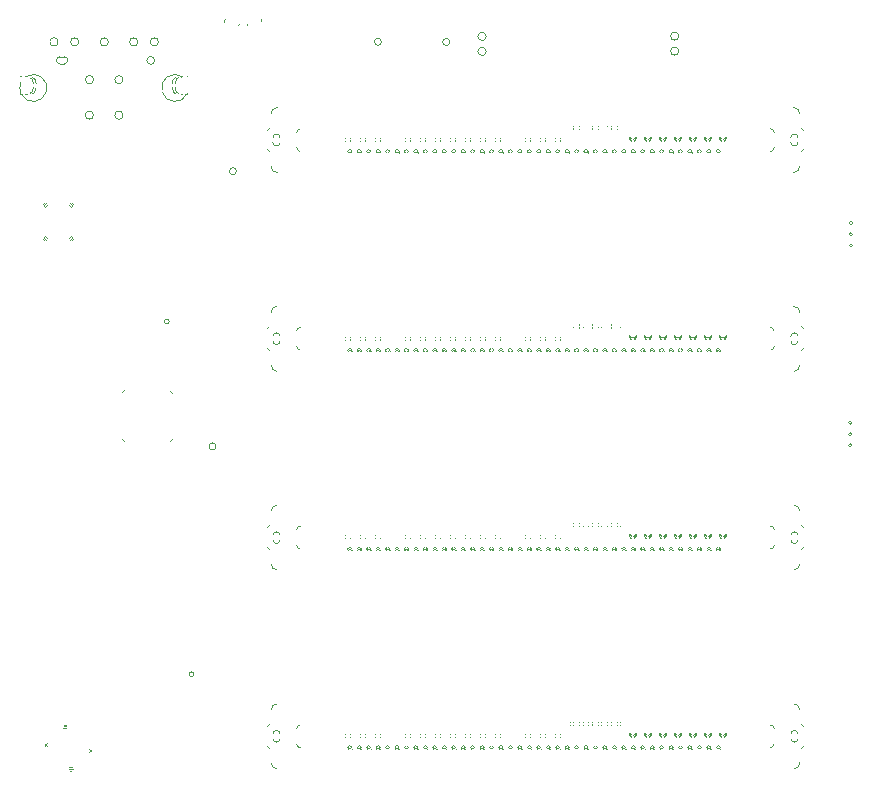
<source format=gm1>
G04*
G04 #@! TF.GenerationSoftware,Altium Limited,Altium Designer,24.0.1 (36)*
G04*
G04 Layer_Color=16711935*
%FSLAX44Y44*%
%MOMM*%
G71*
G04*
G04 #@! TF.SameCoordinates,2863EE23-0FE7-43ED-B731-855E9A245776*
G04*
G04*
G04 #@! TF.FilePolarity,Positive*
G04*
G01*
G75*
%ADD120C,0.0051*%
%ADD121C,0.0127*%
D120*
X117762Y628397D02*
G03*
X117762Y628397I-3300J0D01*
G01*
X37262Y631296D02*
G03*
X34520Y628396I162J-2900D01*
G01*
X44281Y628397D02*
G03*
X41402Y631297I-2900J0D01*
G01*
Y625497D02*
G03*
X44281Y628397I-21J2900D01*
G01*
X34520Y628396D02*
G03*
X37280Y625496I2904J0D01*
G01*
X37262Y631296D02*
X41402Y631297D01*
X37280Y625496D02*
X41402Y625497D01*
D121*
X377758Y47220D02*
G03*
X377661Y46811I771J-399D01*
G01*
X585758Y47220D02*
G03*
X585661Y46811I771J-399D01*
G01*
X433758Y47220D02*
G03*
X433661Y46811I771J-399D01*
G01*
X473758Y47220D02*
G03*
X473661Y46811I771J-399D01*
G01*
X425758Y47220D02*
G03*
X425661Y46811I771J-399D01*
G01*
X553758Y47220D02*
G03*
X553661Y46811I771J-399D01*
G01*
X385758Y47220D02*
G03*
X385661Y46811I771J-399D01*
G01*
X497758Y47220D02*
G03*
X497661Y46811I771J-399D01*
G01*
X465758Y47220D02*
G03*
X465661Y46811I771J-399D01*
G01*
X329758Y47220D02*
G03*
X329661Y46811I771J-399D01*
G01*
X409758Y47220D02*
G03*
X409661Y46811I771J-399D01*
G01*
X545758Y47220D02*
G03*
X545661Y46811I771J-399D01*
G01*
X521758Y47220D02*
G03*
X521661Y46811I771J-399D01*
G01*
X489758Y47220D02*
G03*
X489661Y46811I771J-399D01*
G01*
X393758Y47220D02*
G03*
X393661Y46811I771J-399D01*
G01*
X313758Y47220D02*
G03*
X313661Y46811I771J-399D01*
G01*
X481758Y47220D02*
G03*
X481661Y46811I771J-399D01*
G01*
X289758Y47220D02*
G03*
X289661Y46811I771J-399D01*
G01*
X369758Y47220D02*
G03*
X369661Y46811I771J-399D01*
G01*
X529758Y47220D02*
G03*
X529661Y46811I771J-399D01*
G01*
X457758Y47220D02*
G03*
X457661Y46811I771J-399D01*
G01*
X361758Y47220D02*
G03*
X361661Y46811I771J-399D01*
G01*
X305758Y47220D02*
G03*
X305661Y46811I771J-399D01*
G01*
X441758Y47220D02*
G03*
X441661Y46811I771J-399D01*
G01*
X345758Y47220D02*
G03*
X345661Y46811I771J-399D01*
G01*
X401758Y47220D02*
G03*
X401661Y46811I771J-399D01*
G01*
X577758Y47220D02*
G03*
X577661Y46811I771J-399D01*
G01*
X321758Y47220D02*
G03*
X321661Y46811I771J-399D01*
G01*
X337758Y47220D02*
G03*
X337661Y46811I771J-399D01*
G01*
X297758Y47220D02*
G03*
X297661Y46811I771J-399D01*
G01*
X561758Y47220D02*
G03*
X561661Y46811I771J-399D01*
G01*
X417758Y47220D02*
G03*
X417661Y46811I771J-399D01*
G01*
X353758Y47220D02*
G03*
X353661Y46811I771J-399D01*
G01*
X513758Y47220D02*
G03*
X513661Y46811I771J-399D01*
G01*
X449758Y47220D02*
G03*
X449661Y46811I771J-399D01*
G01*
X505758Y47220D02*
G03*
X505661Y46811I771J-399D01*
G01*
X537758Y47220D02*
G03*
X537661Y46811I771J-399D01*
G01*
X569758Y47220D02*
G03*
X569661Y46811I771J-399D01*
G01*
X593757Y47219D02*
G03*
X593661Y46811I772J-398D01*
G01*
X281757Y47219D02*
G03*
X281661Y46811I772J-398D01*
G01*
X377758Y383750D02*
G03*
X377661Y383341I771J-399D01*
G01*
X585758Y383750D02*
G03*
X585661Y383341I771J-399D01*
G01*
X433758Y383750D02*
G03*
X433661Y383341I771J-399D01*
G01*
X473758Y383750D02*
G03*
X473661Y383341I771J-399D01*
G01*
X425758Y383750D02*
G03*
X425661Y383341I771J-399D01*
G01*
X553758Y383750D02*
G03*
X553661Y383341I771J-399D01*
G01*
X385758Y383750D02*
G03*
X385661Y383341I771J-399D01*
G01*
X497758Y383750D02*
G03*
X497661Y383341I771J-399D01*
G01*
X465758Y383750D02*
G03*
X465661Y383341I771J-399D01*
G01*
X329758Y383750D02*
G03*
X329661Y383341I771J-399D01*
G01*
X409758Y383750D02*
G03*
X409661Y383341I771J-399D01*
G01*
X545758Y383750D02*
G03*
X545661Y383341I771J-399D01*
G01*
X521758Y383750D02*
G03*
X521661Y383341I771J-399D01*
G01*
X489758Y383750D02*
G03*
X489661Y383341I771J-399D01*
G01*
X393758Y383750D02*
G03*
X393661Y383341I771J-399D01*
G01*
X313758Y383750D02*
G03*
X313661Y383341I771J-399D01*
G01*
X481758Y383750D02*
G03*
X481661Y383341I771J-399D01*
G01*
X289758Y383750D02*
G03*
X289661Y383341I771J-399D01*
G01*
X369758Y383750D02*
G03*
X369661Y383341I771J-399D01*
G01*
X529758Y383750D02*
G03*
X529661Y383341I771J-399D01*
G01*
X457758Y383750D02*
G03*
X457661Y383341I771J-399D01*
G01*
X361758Y383750D02*
G03*
X361661Y383341I771J-399D01*
G01*
X305758Y383750D02*
G03*
X305661Y383341I771J-399D01*
G01*
X441758Y383750D02*
G03*
X441661Y383341I771J-399D01*
G01*
X345758Y383750D02*
G03*
X345661Y383341I771J-399D01*
G01*
X401758Y383750D02*
G03*
X401661Y383341I771J-399D01*
G01*
X577758Y383750D02*
G03*
X577661Y383341I771J-399D01*
G01*
X321758Y383750D02*
G03*
X321661Y383341I771J-399D01*
G01*
X337758Y383750D02*
G03*
X337661Y383341I771J-399D01*
G01*
X297758Y383750D02*
G03*
X297661Y383341I771J-399D01*
G01*
X561758Y383750D02*
G03*
X561661Y383341I771J-399D01*
G01*
X417758Y383750D02*
G03*
X417661Y383341I771J-399D01*
G01*
X353758Y383750D02*
G03*
X353661Y383341I771J-399D01*
G01*
X513758Y383750D02*
G03*
X513661Y383341I771J-399D01*
G01*
X449758Y383750D02*
G03*
X449661Y383341I771J-399D01*
G01*
X505758Y383750D02*
G03*
X505661Y383341I771J-399D01*
G01*
X537758Y383750D02*
G03*
X537661Y383341I771J-399D01*
G01*
X569758Y383750D02*
G03*
X569661Y383341I771J-399D01*
G01*
X593757Y383749D02*
G03*
X593661Y383341I772J-398D01*
G01*
X281757Y383749D02*
G03*
X281661Y383341I772J-398D01*
G01*
X377758Y552050D02*
G03*
X377661Y551642I771J-399D01*
G01*
X585758Y552050D02*
G03*
X585661Y551642I771J-399D01*
G01*
X433758Y552050D02*
G03*
X433661Y551642I771J-399D01*
G01*
X473758Y552050D02*
G03*
X473661Y551642I771J-399D01*
G01*
X425758Y552050D02*
G03*
X425661Y551642I771J-399D01*
G01*
X553758Y552050D02*
G03*
X553661Y551642I771J-399D01*
G01*
X385758Y552050D02*
G03*
X385661Y551642I771J-399D01*
G01*
X497758Y552050D02*
G03*
X497661Y551642I771J-399D01*
G01*
X465758Y552050D02*
G03*
X465661Y551642I771J-399D01*
G01*
X329758Y552050D02*
G03*
X329661Y551642I771J-399D01*
G01*
X409758Y552050D02*
G03*
X409661Y551642I771J-399D01*
G01*
X545758Y552050D02*
G03*
X545661Y551642I771J-399D01*
G01*
X521758Y552050D02*
G03*
X521661Y551642I771J-399D01*
G01*
X489758Y552050D02*
G03*
X489661Y551642I771J-399D01*
G01*
X393758Y552050D02*
G03*
X393661Y551642I771J-399D01*
G01*
X313758Y552050D02*
G03*
X313661Y551642I771J-399D01*
G01*
X481758Y552050D02*
G03*
X481661Y551642I771J-399D01*
G01*
X289758Y552050D02*
G03*
X289661Y551642I771J-399D01*
G01*
X369758Y552050D02*
G03*
X369661Y551642I771J-399D01*
G01*
X529758Y552050D02*
G03*
X529661Y551642I771J-399D01*
G01*
X457758Y552050D02*
G03*
X457661Y551642I771J-399D01*
G01*
X361758Y552050D02*
G03*
X361661Y551642I771J-399D01*
G01*
X305758Y552050D02*
G03*
X305661Y551642I771J-399D01*
G01*
X441758Y552050D02*
G03*
X441661Y551642I771J-399D01*
G01*
X345758Y552050D02*
G03*
X345661Y551642I771J-399D01*
G01*
X401758Y552050D02*
G03*
X401661Y551642I771J-399D01*
G01*
X577758Y552050D02*
G03*
X577661Y551642I771J-399D01*
G01*
X321758Y552050D02*
G03*
X321661Y551642I771J-399D01*
G01*
X337758Y552050D02*
G03*
X337661Y551642I771J-399D01*
G01*
X297758Y552050D02*
G03*
X297661Y551642I771J-399D01*
G01*
X561758Y552050D02*
G03*
X561661Y551642I771J-399D01*
G01*
X417758Y552050D02*
G03*
X417661Y551642I771J-399D01*
G01*
X353758Y552050D02*
G03*
X353661Y551642I771J-399D01*
G01*
X513758Y552050D02*
G03*
X513661Y551642I771J-399D01*
G01*
X449758Y552050D02*
G03*
X449661Y551642I771J-399D01*
G01*
X505758Y552050D02*
G03*
X505661Y551642I771J-399D01*
G01*
X537758Y552050D02*
G03*
X537661Y551642I771J-399D01*
G01*
X569758Y552050D02*
G03*
X569661Y551642I771J-399D01*
G01*
X593757Y552049D02*
G03*
X593661Y551642I772J-398D01*
G01*
X281757Y552049D02*
G03*
X281661Y551642I772J-398D01*
G01*
X377758Y215450D02*
G03*
X377661Y215042I771J-399D01*
G01*
X585758Y215450D02*
G03*
X585661Y215042I771J-399D01*
G01*
X433758Y215450D02*
G03*
X433661Y215042I771J-399D01*
G01*
X473758Y215450D02*
G03*
X473661Y215042I771J-399D01*
G01*
X425758Y215450D02*
G03*
X425661Y215042I771J-399D01*
G01*
X553758Y215450D02*
G03*
X553661Y215042I771J-399D01*
G01*
X385758Y215450D02*
G03*
X385661Y215042I771J-399D01*
G01*
X497758Y215450D02*
G03*
X497661Y215042I771J-399D01*
G01*
X465758Y215450D02*
G03*
X465661Y215042I771J-399D01*
G01*
X329758Y215450D02*
G03*
X329661Y215042I771J-399D01*
G01*
X409758Y215450D02*
G03*
X409661Y215042I771J-399D01*
G01*
X545758Y215450D02*
G03*
X545661Y215042I771J-399D01*
G01*
X521758Y215450D02*
G03*
X521661Y215042I771J-399D01*
G01*
X489758Y215450D02*
G03*
X489661Y215042I771J-399D01*
G01*
X393758Y215450D02*
G03*
X393661Y215042I771J-399D01*
G01*
X313758Y215450D02*
G03*
X313661Y215042I771J-399D01*
G01*
X481758Y215450D02*
G03*
X481661Y215042I771J-399D01*
G01*
X289758Y215450D02*
G03*
X289661Y215042I771J-399D01*
G01*
X369758Y215450D02*
G03*
X369661Y215042I771J-399D01*
G01*
X529758Y215450D02*
G03*
X529661Y215042I771J-399D01*
G01*
X457758Y215450D02*
G03*
X457661Y215042I771J-399D01*
G01*
X361758Y215450D02*
G03*
X361661Y215042I771J-399D01*
G01*
X305758Y215450D02*
G03*
X305661Y215042I771J-399D01*
G01*
X441758Y215450D02*
G03*
X441661Y215042I771J-399D01*
G01*
X345758Y215450D02*
G03*
X345661Y215042I771J-399D01*
G01*
X401758Y215450D02*
G03*
X401661Y215042I771J-399D01*
G01*
X577758Y215450D02*
G03*
X577661Y215042I771J-399D01*
G01*
X321758Y215450D02*
G03*
X321661Y215042I771J-399D01*
G01*
X337758Y215450D02*
G03*
X337661Y215042I771J-399D01*
G01*
X297758Y215450D02*
G03*
X297661Y215042I771J-399D01*
G01*
X561758Y215450D02*
G03*
X561661Y215042I771J-399D01*
G01*
X417758Y215450D02*
G03*
X417661Y215042I771J-399D01*
G01*
X353758Y215450D02*
G03*
X353661Y215042I771J-399D01*
G01*
X513758Y215450D02*
G03*
X513661Y215042I771J-399D01*
G01*
X449758Y215450D02*
G03*
X449661Y215042I771J-399D01*
G01*
X505758Y215450D02*
G03*
X505661Y215042I771J-399D01*
G01*
X537758Y215450D02*
G03*
X537661Y215042I771J-399D01*
G01*
X569758Y215450D02*
G03*
X569661Y215042I771J-399D01*
G01*
X593757Y215449D02*
G03*
X593661Y215042I772J-398D01*
G01*
X281757Y215449D02*
G03*
X281661Y215042I772J-398D01*
G01*
X217953Y54145D02*
G03*
X223953Y54145I3000J0D01*
G01*
Y58145D02*
G03*
X217953Y58145I-3000J0D01*
G01*
X214953Y66146D02*
G03*
X212953Y64145I0J-2000D01*
G01*
Y48145D02*
G03*
X214953Y46146I2000J0D01*
G01*
X662454Y58145D02*
G03*
X656453Y58145I-3000J0D01*
G01*
Y54145D02*
G03*
X662454Y54145I3000J0D01*
G01*
X665453Y46146D02*
G03*
X667454Y48145I0J2000D01*
G01*
Y64145D02*
G03*
X665453Y66146I-2000J0D01*
G01*
X663953Y78646D02*
G03*
X658953Y83645I-5000J0D01*
G01*
Y28646D02*
G03*
X663953Y33646I0J5000D01*
G01*
X221453Y83645D02*
G03*
X216453Y78646I0J-5000D01*
G01*
Y33646D02*
G03*
X221453Y28646I5000J0D01*
G01*
X481754Y45479D02*
G03*
X481617Y45335I802J-901D01*
G01*
X465754Y45479D02*
G03*
X465617Y45335I802J-901D01*
G01*
X505754Y45479D02*
G03*
X505617Y45335I797J-896D01*
G01*
X473754Y45479D02*
G03*
X473617Y45335I802J-901D01*
G01*
X353754Y45479D02*
G03*
X353617Y45335I802J-901D01*
G01*
X369753Y45479D02*
G03*
X369617Y45335I803J-902D01*
G01*
X529753Y45479D02*
G03*
X529617Y45335I803J-902D01*
G01*
X377753Y45479D02*
G03*
X377617Y45335I815J-914D01*
G01*
X385754Y45479D02*
G03*
X385617Y45335I802J-901D01*
G01*
X513754Y45479D02*
G03*
X513617Y45335I797J-896D01*
G01*
X497753Y45479D02*
G03*
X497617Y45335I802J-901D01*
G01*
X361754Y45479D02*
G03*
X361617Y45335I802J-901D01*
G01*
X433754Y45479D02*
G03*
X433617Y45335I802J-901D01*
G01*
X417753Y45479D02*
G03*
X417617Y45335I802J-901D01*
G01*
X489753Y45479D02*
G03*
X489617Y45335I802J-901D01*
G01*
X441754Y45479D02*
G03*
X441617Y45335I800J-899D01*
G01*
X409753Y45479D02*
G03*
X409617Y45335I802J-901D01*
G01*
X393754Y45479D02*
G03*
X393617Y45335I802J-901D01*
G01*
X345754Y45479D02*
G03*
X345617Y45335I802J-901D01*
G01*
X457753Y45479D02*
G03*
X457617Y45335I802J-901D01*
G01*
X401754Y45479D02*
G03*
X401617Y45335I802J-901D01*
G01*
X521754Y45479D02*
G03*
X521617Y45335I802J-901D01*
G01*
X297754Y45479D02*
G03*
X297617Y45335I799J-898D01*
G01*
X329753Y45479D02*
G03*
X329617Y45335I803J-902D01*
G01*
X553754Y45479D02*
G03*
X553617Y45335I803J-902D01*
G01*
X577753Y45479D02*
G03*
X577617Y45335I802J-901D01*
G01*
X289753Y45479D02*
G03*
X289617Y45335I802J-901D01*
G01*
X313754Y45479D02*
G03*
X313617Y45335I803J-902D01*
G01*
X337753Y45479D02*
G03*
X337617Y45335I802J-901D01*
G01*
X561754Y45479D02*
G03*
X561617Y45335I797J-896D01*
G01*
X321754Y45479D02*
G03*
X321617Y45335I802J-901D01*
G01*
X545754Y45479D02*
G03*
X545617Y45335I803J-902D01*
G01*
X305753Y45479D02*
G03*
X305617Y45335I803J-902D01*
G01*
X572667Y57164D02*
G03*
X572741Y57158I180J2031D01*
G01*
X598067Y57164D02*
G03*
X598141Y57158I180J2031D01*
G01*
X547267Y57164D02*
G03*
X547341Y57158I180J2031D01*
G01*
X585367Y57164D02*
G03*
X585441Y57158I180J2031D01*
G01*
X559967Y57164D02*
G03*
X560041Y57158I180J2031D01*
G01*
X521867Y57164D02*
G03*
X521941Y57158I180J2031D01*
G01*
X534567Y57164D02*
G03*
X534641Y57158I180J2031D01*
G01*
X574357Y57255D02*
G03*
X575853Y58419I93J1424D01*
G01*
X561657Y57255D02*
G03*
X563153Y58419I93J1424D01*
G01*
X587057Y57255D02*
G03*
X588553Y58419I93J1424D01*
G01*
X548957Y57255D02*
G03*
X550453Y58419I93J1424D01*
G01*
X523557Y57255D02*
G03*
X525053Y58419I93J1424D01*
G01*
X536257Y57255D02*
G03*
X537753Y58419I93J1424D01*
G01*
X599757Y57255D02*
G03*
X601253Y58419I93J1424D01*
G01*
X533154D02*
G03*
X534650Y57255I1403J260D01*
G01*
X520454Y58419D02*
G03*
X521950Y57255I1403J260D01*
G01*
X596654Y58419D02*
G03*
X598150Y57255I1403J260D01*
G01*
X583954Y58419D02*
G03*
X585450Y57255I1403J260D01*
G01*
X545854Y58419D02*
G03*
X547350Y57255I1403J260D01*
G01*
X558554Y58419D02*
G03*
X560050Y57255I1403J260D01*
G01*
X571254Y58419D02*
G03*
X572750Y57255I1403J260D01*
G01*
X662454Y394675D02*
G03*
X656453Y394675I-3000J0D01*
G01*
Y390676D02*
G03*
X662454Y390676I3000J0D01*
G01*
X665453Y382676D02*
G03*
X667454Y384675I0J2000D01*
G01*
Y400676D02*
G03*
X665453Y402676I-2000J0D01*
G01*
X217953Y390676D02*
G03*
X223953Y390676I3000J0D01*
G01*
Y394675D02*
G03*
X217953Y394675I-3000J0D01*
G01*
X214953Y402676D02*
G03*
X212953Y400676I0J-2000D01*
G01*
Y384675D02*
G03*
X214953Y382676I2000J0D01*
G01*
X221453Y420176D02*
G03*
X216453Y415176I0J-5000D01*
G01*
Y370176D02*
G03*
X221453Y365176I5000J0D01*
G01*
X663953Y415176D02*
G03*
X658953Y420176I-5000J0D01*
G01*
Y365176D02*
G03*
X663953Y370176I0J5000D01*
G01*
X481754Y382009D02*
G03*
X481617Y381865I802J-901D01*
G01*
X465754Y382009D02*
G03*
X465617Y381865I802J-901D01*
G01*
X417753Y382009D02*
G03*
X417617Y381865I802J-901D01*
G01*
X433754Y382009D02*
G03*
X433617Y381865I802J-901D01*
G01*
X409753Y382009D02*
G03*
X409617Y381865I802J-901D01*
G01*
X497753Y382009D02*
G03*
X497617Y381865I802J-901D01*
G01*
X361754Y382009D02*
G03*
X361617Y381865I802J-901D01*
G01*
X441754Y382009D02*
G03*
X441617Y381865I800J-899D01*
G01*
X353754Y382009D02*
G03*
X353617Y381865I802J-901D01*
G01*
X489753Y382009D02*
G03*
X489617Y381865I802J-901D01*
G01*
X393754Y382009D02*
G03*
X393617Y381865I802J-901D01*
G01*
X473754Y382009D02*
G03*
X473617Y381865I802J-901D01*
G01*
X529753Y382009D02*
G03*
X529617Y381865I803J-902D01*
G01*
X385754Y382009D02*
G03*
X385617Y381865I802J-901D01*
G01*
X377753Y382009D02*
G03*
X377617Y381865I815J-914D01*
G01*
X369753Y382009D02*
G03*
X369617Y381865I803J-902D01*
G01*
X345754Y382009D02*
G03*
X345617Y381865I802J-901D01*
G01*
X513754Y382009D02*
G03*
X513617Y381865I797J-896D01*
G01*
X505754Y382009D02*
G03*
X505617Y381865I797J-896D01*
G01*
X457753Y382009D02*
G03*
X457617Y381865I802J-901D01*
G01*
X401754Y382009D02*
G03*
X401617Y381865I802J-901D01*
G01*
X521754Y382009D02*
G03*
X521617Y381865I802J-901D01*
G01*
X297754Y382009D02*
G03*
X297617Y381865I799J-898D01*
G01*
X337753Y382009D02*
G03*
X337617Y381865I802J-901D01*
G01*
X553754Y382009D02*
G03*
X553617Y381865I803J-902D01*
G01*
X577753Y382009D02*
G03*
X577617Y381865I802J-901D01*
G01*
X313754Y382009D02*
G03*
X313617Y381865I803J-902D01*
G01*
X289753Y382009D02*
G03*
X289617Y381865I802J-901D01*
G01*
X329753Y382009D02*
G03*
X329617Y381865I803J-902D01*
G01*
X321754Y382009D02*
G03*
X321617Y381865I802J-901D01*
G01*
X305753Y382009D02*
G03*
X305617Y381865I803J-902D01*
G01*
X545754Y382009D02*
G03*
X545617Y381865I803J-902D01*
G01*
X561754Y382009D02*
G03*
X561617Y381865I797J-896D01*
G01*
X572667Y393694D02*
G03*
X572741Y393688I180J2031D01*
G01*
X598067Y393694D02*
G03*
X598141Y393688I180J2031D01*
G01*
X547267Y393694D02*
G03*
X547341Y393688I180J2031D01*
G01*
X585367Y393694D02*
G03*
X585441Y393688I180J2031D01*
G01*
X559967Y393694D02*
G03*
X560041Y393688I180J2031D01*
G01*
X521867Y393694D02*
G03*
X521941Y393688I180J2031D01*
G01*
X534567Y393694D02*
G03*
X534641Y393688I180J2031D01*
G01*
X574357Y393785D02*
G03*
X575853Y394949I93J1424D01*
G01*
X561657Y393785D02*
G03*
X563153Y394949I93J1424D01*
G01*
X548957Y393785D02*
G03*
X550453Y394949I93J1424D01*
G01*
X587057Y393785D02*
G03*
X588553Y394949I93J1424D01*
G01*
X536257Y393785D02*
G03*
X537753Y394949I93J1424D01*
G01*
X523557Y393785D02*
G03*
X525053Y394949I93J1424D01*
G01*
X599757Y393785D02*
G03*
X601253Y394949I93J1424D01*
G01*
X520454Y394949D02*
G03*
X521950Y393785I1403J260D01*
G01*
X533154Y394949D02*
G03*
X534650Y393785I1403J260D01*
G01*
X545854Y394949D02*
G03*
X547350Y393785I1403J260D01*
G01*
X583954Y394949D02*
G03*
X585450Y393785I1403J260D01*
G01*
X571254Y394949D02*
G03*
X572750Y393785I1403J260D01*
G01*
X558554Y394949D02*
G03*
X560050Y393785I1403J260D01*
G01*
X596654Y394949D02*
G03*
X598150Y393785I1403J260D01*
G01*
X662454Y562976D02*
G03*
X656453Y562976I-3000J0D01*
G01*
Y558975D02*
G03*
X662454Y558975I3000J0D01*
G01*
X665453Y550975D02*
G03*
X667454Y552976I0J2000D01*
G01*
Y568975D02*
G03*
X665453Y570975I-2000J0D01*
G01*
X217953Y558975D02*
G03*
X223953Y558975I3000J0D01*
G01*
Y562976D02*
G03*
X217953Y562976I-3000J0D01*
G01*
X214953Y570975D02*
G03*
X212953Y568975I0J-2000D01*
G01*
Y552976D02*
G03*
X214953Y550975I2000J0D01*
G01*
X216453Y538475D02*
G03*
X221453Y533475I5000J0D01*
G01*
Y588475D02*
G03*
X216453Y583475I0J-5000D01*
G01*
X658953Y533475D02*
G03*
X663953Y538475I0J5000D01*
G01*
Y583475D02*
G03*
X658953Y588475I-5000J0D01*
G01*
X481754Y550309D02*
G03*
X481617Y550165I802J-901D01*
G01*
X465754Y550309D02*
G03*
X465617Y550165I802J-901D01*
G01*
X497753Y550309D02*
G03*
X497617Y550165I802J-901D01*
G01*
X441754Y550309D02*
G03*
X441617Y550165I800J-899D01*
G01*
X369753Y550309D02*
G03*
X369617Y550165I803J-902D01*
G01*
X417753Y550309D02*
G03*
X417617Y550165I802J-901D01*
G01*
X393754Y550309D02*
G03*
X393617Y550165I802J-901D01*
G01*
X505754Y550309D02*
G03*
X505617Y550165I797J-896D01*
G01*
X489753Y550309D02*
G03*
X489617Y550165I802J-901D01*
G01*
X433754Y550309D02*
G03*
X433617Y550165I802J-901D01*
G01*
X377753Y550309D02*
G03*
X377617Y550165I815J-914D01*
G01*
X353754Y550309D02*
G03*
X353617Y550165I802J-901D01*
G01*
X345754Y550309D02*
G03*
X345617Y550165I802J-901D01*
G01*
X361754Y550309D02*
G03*
X361617Y550165I802J-901D01*
G01*
X513754Y550309D02*
G03*
X513617Y550165I797J-896D01*
G01*
X385754Y550309D02*
G03*
X385617Y550165I802J-901D01*
G01*
X529753Y550309D02*
G03*
X529617Y550165I803J-902D01*
G01*
X409753Y550309D02*
G03*
X409617Y550165I802J-901D01*
G01*
X473754Y550309D02*
G03*
X473617Y550165I802J-901D01*
G01*
X457753Y550309D02*
G03*
X457617Y550165I802J-901D01*
G01*
X401754Y550309D02*
G03*
X401617Y550165I802J-901D01*
G01*
X521754Y550309D02*
G03*
X521617Y550165I802J-901D01*
G01*
X577753Y550309D02*
G03*
X577617Y550165I802J-901D01*
G01*
X289753Y550309D02*
G03*
X289617Y550165I802J-901D01*
G01*
X313754Y550309D02*
G03*
X313617Y550165I803J-902D01*
G01*
X553754Y550309D02*
G03*
X553617Y550165I803J-902D01*
G01*
X329753Y550309D02*
G03*
X329617Y550165I803J-902D01*
G01*
X337753Y550309D02*
G03*
X337617Y550165I802J-901D01*
G01*
X297754Y550309D02*
G03*
X297617Y550165I799J-898D01*
G01*
X561754Y550309D02*
G03*
X561617Y550165I797J-896D01*
G01*
X545754Y550309D02*
G03*
X545617Y550165I803J-902D01*
G01*
X321754Y550309D02*
G03*
X321617Y550165I802J-901D01*
G01*
X305753Y550309D02*
G03*
X305617Y550165I803J-902D01*
G01*
X572667Y561994D02*
G03*
X572741Y561988I180J2031D01*
G01*
X598067Y561994D02*
G03*
X598141Y561988I180J2031D01*
G01*
X547267Y561994D02*
G03*
X547341Y561988I180J2031D01*
G01*
X585367Y561994D02*
G03*
X585441Y561988I180J2031D01*
G01*
X559967Y561994D02*
G03*
X560041Y561988I180J2031D01*
G01*
X521867Y561994D02*
G03*
X521941Y561988I180J2031D01*
G01*
X534567Y561994D02*
G03*
X534641Y561988I180J2031D01*
G01*
X561657Y562085D02*
G03*
X563153Y563249I93J1424D01*
G01*
X574357Y562085D02*
G03*
X575853Y563249I93J1424D01*
G01*
X536257Y562085D02*
G03*
X537753Y563249I93J1424D01*
G01*
X587057Y562085D02*
G03*
X588553Y563249I93J1424D01*
G01*
X523557Y562085D02*
G03*
X525053Y563249I93J1424D01*
G01*
X599757Y562085D02*
G03*
X601253Y563249I93J1424D01*
G01*
X548957Y562085D02*
G03*
X550453Y563249I93J1424D01*
G01*
X533154D02*
G03*
X534650Y562085I1403J260D01*
G01*
X520454Y563249D02*
G03*
X521950Y562085I1403J260D01*
G01*
X545854Y563249D02*
G03*
X547350Y562085I1403J260D01*
G01*
X596654Y563249D02*
G03*
X598150Y562085I1403J260D01*
G01*
X583954Y563249D02*
G03*
X585450Y562085I1403J260D01*
G01*
X558554Y563249D02*
G03*
X560050Y562085I1403J260D01*
G01*
X571254Y563249D02*
G03*
X572750Y562085I1403J260D01*
G01*
X662454Y226376D02*
G03*
X656453Y226376I-3000J0D01*
G01*
Y222376D02*
G03*
X662454Y222376I3000J0D01*
G01*
X665453Y214375D02*
G03*
X667454Y216376I0J2000D01*
G01*
Y232376D02*
G03*
X665453Y234375I-2000J0D01*
G01*
X217953Y222376D02*
G03*
X223953Y222376I3000J0D01*
G01*
Y226376D02*
G03*
X217953Y226376I-3000J0D01*
G01*
X214953Y234375D02*
G03*
X212953Y232376I0J-2000D01*
G01*
Y216376D02*
G03*
X214953Y214375I2000J0D01*
G01*
X216453Y201875D02*
G03*
X221453Y196875I5000J0D01*
G01*
Y251875D02*
G03*
X216453Y246875I0J-5000D01*
G01*
X663953D02*
G03*
X658953Y251875I-5000J0D01*
G01*
Y196875D02*
G03*
X663953Y201875I0J5000D01*
G01*
X481754Y213709D02*
G03*
X481617Y213565I802J-901D01*
G01*
X465754Y213709D02*
G03*
X465617Y213565I802J-901D01*
G01*
X505754Y213709D02*
G03*
X505617Y213565I797J-896D01*
G01*
X433754Y213709D02*
G03*
X433617Y213565I802J-901D01*
G01*
X353754Y213709D02*
G03*
X353617Y213565I802J-901D01*
G01*
X409753Y213709D02*
G03*
X409617Y213565I802J-901D01*
G01*
X441754Y213709D02*
G03*
X441617Y213565I800J-899D01*
G01*
X377753Y213709D02*
G03*
X377617Y213565I815J-914D01*
G01*
X513754Y213709D02*
G03*
X513617Y213565I797J-896D01*
G01*
X489753Y213709D02*
G03*
X489617Y213565I802J-901D01*
G01*
X385754Y213709D02*
G03*
X385617Y213565I802J-901D01*
G01*
X345754Y213709D02*
G03*
X345617Y213565I802J-901D01*
G01*
X393754Y213709D02*
G03*
X393617Y213565I802J-901D01*
G01*
X361754Y213709D02*
G03*
X361617Y213565I802J-901D01*
G01*
X417753Y213709D02*
G03*
X417617Y213565I802J-901D01*
G01*
X369753Y213709D02*
G03*
X369617Y213565I803J-902D01*
G01*
X497753Y213709D02*
G03*
X497617Y213565I802J-901D01*
G01*
X529753Y213709D02*
G03*
X529617Y213565I803J-902D01*
G01*
X473754Y213709D02*
G03*
X473617Y213565I802J-901D01*
G01*
X457753Y213709D02*
G03*
X457617Y213565I802J-901D01*
G01*
X401754Y213709D02*
G03*
X401617Y213565I802J-901D01*
G01*
X521754Y213709D02*
G03*
X521617Y213565I802J-901D01*
G01*
X297754Y213709D02*
G03*
X297617Y213565I799J-898D01*
G01*
X553754Y213709D02*
G03*
X553617Y213565I803J-902D01*
G01*
X337753Y213709D02*
G03*
X337617Y213565I802J-901D01*
G01*
X577753Y213709D02*
G03*
X577617Y213565I802J-901D01*
G01*
X313754Y213709D02*
G03*
X313617Y213565I803J-902D01*
G01*
X289753Y213709D02*
G03*
X289617Y213565I802J-901D01*
G01*
X329753Y213709D02*
G03*
X329617Y213565I803J-902D01*
G01*
X561754Y213709D02*
G03*
X561617Y213565I797J-896D01*
G01*
X305753Y213709D02*
G03*
X305617Y213565I803J-902D01*
G01*
X545754Y213709D02*
G03*
X545617Y213565I803J-902D01*
G01*
X321754Y213709D02*
G03*
X321617Y213565I802J-901D01*
G01*
X572667Y225394D02*
G03*
X572741Y225388I180J2031D01*
G01*
X598067Y225394D02*
G03*
X598141Y225388I180J2031D01*
G01*
X547267Y225394D02*
G03*
X547341Y225388I180J2031D01*
G01*
X585367Y225394D02*
G03*
X585441Y225388I180J2031D01*
G01*
X559967Y225394D02*
G03*
X560041Y225388I180J2031D01*
G01*
X521867Y225394D02*
G03*
X521941Y225388I180J2031D01*
G01*
X534567Y225394D02*
G03*
X534641Y225388I180J2031D01*
G01*
X574357Y225485D02*
G03*
X575853Y226649I93J1424D01*
G01*
X561657Y225485D02*
G03*
X563153Y226649I93J1424D01*
G01*
X523557Y225485D02*
G03*
X525053Y226649I93J1424D01*
G01*
X536257Y225485D02*
G03*
X537753Y226649I93J1424D01*
G01*
X587057Y225485D02*
G03*
X588553Y226649I93J1424D01*
G01*
X599757Y225485D02*
G03*
X601253Y226649I93J1424D01*
G01*
X548957Y225485D02*
G03*
X550453Y226649I93J1424D01*
G01*
X533154Y226649D02*
G03*
X534650Y225485I1403J260D01*
G01*
X520454Y226649D02*
G03*
X521950Y225485I1403J260D01*
G01*
X583954Y226649D02*
G03*
X585450Y225485I1403J260D01*
G01*
X545854Y226649D02*
G03*
X547350Y225485I1403J260D01*
G01*
X571254Y226649D02*
G03*
X572750Y225485I1403J260D01*
G01*
X596654Y226649D02*
G03*
X598150Y225485I1403J260D01*
G01*
X558554Y226649D02*
G03*
X560050Y225485I1403J260D01*
G01*
X48889Y476546D02*
G03*
X47878Y475557I-11J-1000D01*
G01*
X24878Y475557D02*
G03*
X23881Y476554I-1000J-3D01*
G01*
X47874Y507562D02*
G03*
X48889Y506546I1000J-16D01*
G01*
X23881Y506554D02*
G03*
X24874Y507562I-7J1000D01*
G01*
X48376Y504832D02*
G03*
X46158Y507050I-2218J0D01*
G01*
X26594D02*
G03*
X24376Y504832I0J-2218D01*
G01*
X46158Y476050D02*
G03*
X48376Y478268I0J2218D01*
G01*
X24376D02*
G03*
X26594Y476050I2218J0D01*
G01*
X27469Y506050D02*
G03*
X25376Y503957I0J-2093D01*
G01*
X45283Y477050D02*
G03*
X47376Y479143I0J2093D01*
G01*
X25376D02*
G03*
X27469Y477050I2093J0D01*
G01*
X47376Y503957D02*
G03*
X45283Y506050I-2093J0D01*
G01*
X47962Y26652D02*
G03*
X46552Y26652I-705J-709D01*
G01*
X64241Y44330D02*
G03*
X64226Y42916I699J-715D01*
G01*
X41592Y65543D02*
G03*
X43028Y65543I718J696D01*
G01*
X25339Y47865D02*
G03*
X25329Y49279I-712J702D01*
G01*
X43877Y63968D02*
G03*
X40740Y63968I-1568J-1568D01*
G01*
X26906Y50134D02*
G03*
X26906Y46998I1568J-1568D01*
G01*
X45690Y28214D02*
G03*
X48827Y28214I1568J1568D01*
G01*
X62661Y42048D02*
G03*
X62661Y45184I-1568J1568D01*
G01*
X45778Y29540D02*
G03*
X48738Y29540I1480J1480D01*
G01*
X61335Y42136D02*
G03*
X61335Y45096I-1480J1480D01*
G01*
X28232Y50046D02*
G03*
X28232Y47086I1480J-1480D01*
G01*
X43789Y62642D02*
G03*
X40829Y62642I-1480J-1480D01*
G01*
X130935Y305667D02*
G03*
X133085Y307817I0J2150D01*
G01*
X90085D02*
G03*
X92235Y305667I2150J0D01*
G01*
X133085Y346517D02*
G03*
X130935Y348667I-2150J0D01*
G01*
X92235D02*
G03*
X90085Y346517I0J-2150D01*
G01*
X189706Y659229D02*
G03*
X188769Y657878I0J-1000D01*
G01*
X196756D02*
G03*
X195819Y659229I-936J351D01*
G01*
X4546Y609724D02*
G03*
X4546Y600392I10511J-4666D01*
G01*
X4648Y600168D02*
G03*
X8781Y614695I10409J4890D01*
G01*
X141333D02*
G03*
X145466Y600168I-6276J-9637D01*
G01*
X554753Y48126D02*
G03*
X553754Y47126I0J-1000D01*
G01*
X338754Y48126D02*
G03*
X337753Y47126I0J-1000D01*
G01*
X290753Y48126D02*
G03*
X289753Y47126I0J-1000D01*
G01*
X298754Y48126D02*
G03*
X297754Y47126I0J-1000D01*
G01*
X594753Y48126D02*
G03*
X593754Y47126I0J-1000D01*
G01*
X282754Y48126D02*
G03*
X281754Y47126I0J-1000D01*
G01*
X546754Y48126D02*
G03*
X545754Y47126I0J-1000D01*
G01*
X306754Y48126D02*
G03*
X305753Y47126I0J-1000D01*
G01*
X578754Y48126D02*
G03*
X577753Y47126I0J-1000D01*
G01*
X570754Y48126D02*
G03*
X569753Y47126I0J-1000D01*
G01*
X562753Y48126D02*
G03*
X561754Y47126I0J-1000D01*
G01*
X322753Y48126D02*
G03*
X321754Y47126I0J-1000D01*
G01*
X330754Y48126D02*
G03*
X329753Y47126I0J-1000D01*
G01*
X314753Y48126D02*
G03*
X313754Y47126I0J-1000D01*
G01*
X586754Y48126D02*
G03*
X585754Y47126I0J-1000D01*
G01*
X514753Y48126D02*
G03*
X513754Y47126I0J-1000D01*
G01*
X530754Y48126D02*
G03*
X529753Y47126I0J-1000D01*
G01*
X522753Y48126D02*
G03*
X521754Y47126I0J-1000D01*
G01*
X362753Y48126D02*
G03*
X361754Y47126I0J-1000D01*
G01*
X466754Y48126D02*
G03*
X465754Y47126I0J-1000D01*
G01*
X418754Y48126D02*
G03*
X417753Y47126I0J-1000D01*
G01*
X506754Y48126D02*
G03*
X505754Y47126I0J-1000D01*
G01*
X458754Y48126D02*
G03*
X457753Y47126I0J-1000D01*
G01*
X394753Y48126D02*
G03*
X393754Y47126I0J-1000D01*
G01*
X370754Y48126D02*
G03*
X369753Y47126I0J-1000D01*
G01*
X354753Y48126D02*
G03*
X353754Y47126I0J-1000D01*
G01*
X346754Y48126D02*
G03*
X345754Y47126I0J-1000D01*
G01*
X538754Y48126D02*
G03*
X537753Y47126I0J-1000D01*
G01*
X490754Y48126D02*
G03*
X489753Y47126I0J-1000D01*
G01*
X482753Y48126D02*
G03*
X481754Y47126I0J-1000D01*
G01*
X386754Y48126D02*
G03*
X385754Y47126I0J-1000D01*
G01*
X402753Y48126D02*
G03*
X401754Y47126I0J-1000D01*
G01*
X474753Y48126D02*
G03*
X473754Y47126I0J-1000D01*
G01*
X498754Y48126D02*
G03*
X497753Y47126I0J-1000D01*
G01*
X410754Y48126D02*
G03*
X409753Y47126I0J-1000D01*
G01*
X378754Y48126D02*
G03*
X377753Y47126I0J-1000D01*
G01*
X426754Y48126D02*
G03*
X425754Y47126I0J-1000D01*
G01*
X442753Y48126D02*
G03*
X441754Y47126I0J-1000D01*
G01*
X434753Y48126D02*
G03*
X433754Y47126I0J-1000D01*
G01*
X450754Y48126D02*
G03*
X449753Y47126I0J-1000D01*
G01*
X524254D02*
G03*
X523254Y48126I-1000J0D01*
G01*
X356254Y47126D02*
G03*
X355253Y48126I-1000J0D01*
G01*
X348254Y47126D02*
G03*
X347253Y48126I-1000J0D01*
G01*
X540253Y47126D02*
G03*
X539254Y48126I-1000J0D01*
G01*
X532253Y47126D02*
G03*
X531254Y48126I-1000J0D01*
G01*
X516254Y47126D02*
G03*
X515253Y48126I-1000J0D01*
G01*
X508254Y47126D02*
G03*
X507253Y48126I-1000J0D01*
G01*
X460253Y47126D02*
G03*
X459254Y48126I-1000J0D01*
G01*
X500253Y47126D02*
G03*
X499254Y48126I-1000J0D01*
G01*
X380253Y47126D02*
G03*
X379254Y48126I-1000J0D01*
G01*
X468254Y47126D02*
G03*
X467253Y48126I-1000J0D01*
G01*
X492253Y47126D02*
G03*
X491254Y48126I-1000J0D01*
G01*
X412253Y47126D02*
G03*
X411254Y48126I-1000J0D01*
G01*
X364254Y47126D02*
G03*
X363254Y48126I-1000J0D01*
G01*
X396254Y47126D02*
G03*
X395253Y48126I-1000J0D01*
G01*
X420253Y47126D02*
G03*
X419254Y48126I-1000J0D01*
G01*
X484254Y47126D02*
G03*
X483254Y48126I-1000J0D01*
G01*
X476254Y47126D02*
G03*
X475253Y48126I-1000J0D01*
G01*
X372253Y47126D02*
G03*
X371254Y48126I-1000J0D01*
G01*
X404254Y47126D02*
G03*
X403254Y48126I-1000J0D01*
G01*
X428254Y47126D02*
G03*
X427253Y48126I-1000J0D01*
G01*
X388254Y47126D02*
G03*
X387253Y48126I-1000J0D01*
G01*
X444254Y47126D02*
G03*
X443254Y48126I-1000J0D01*
G01*
X436254Y47126D02*
G03*
X435253Y48126I-1000J0D01*
G01*
X452253Y47126D02*
G03*
X451254Y48126I-1000J0D01*
G01*
X572253Y47126D02*
G03*
X571254Y48126I-1000J0D01*
G01*
X292253Y47126D02*
G03*
X291254Y48126I-1000J0D01*
G01*
X556254Y47126D02*
G03*
X555253Y48126I-1000J0D01*
G01*
X316254Y47126D02*
G03*
X315254Y48126I-1000J0D01*
G01*
X564254Y47126D02*
G03*
X563254Y48126I-1000J0D01*
G01*
X580253Y47126D02*
G03*
X579254Y48126I-1000J0D01*
G01*
X324254Y47126D02*
G03*
X323254Y48126I-1000J0D01*
G01*
X588254Y47126D02*
G03*
X587253Y48126I-1000J0D01*
G01*
X300254Y47126D02*
G03*
X299254Y48126I-1000J0D01*
G01*
X308253Y47126D02*
G03*
X307253Y48126I-1000J0D01*
G01*
X332253Y47126D02*
G03*
X331254Y48126I-1000J0D01*
G01*
X596254Y47126D02*
G03*
X595253Y48126I-1000J0D01*
G01*
X284254Y47126D02*
G03*
X283253Y48126I-1000J0D01*
G01*
X340253Y47126D02*
G03*
X339254Y48126I-1000J0D01*
G01*
X548254Y47126D02*
G03*
X547253Y48126I-1000J0D01*
G01*
X554753Y384656D02*
G03*
X553754Y383656I0J-1000D01*
G01*
X338754Y384656D02*
G03*
X337753Y383656I0J-1000D01*
G01*
X290753Y384656D02*
G03*
X289753Y383656I0J-1000D01*
G01*
X298754Y384656D02*
G03*
X297754Y383656I0J-1000D01*
G01*
X594753Y384656D02*
G03*
X593754Y383656I0J-1000D01*
G01*
X282754Y384656D02*
G03*
X281754Y383656I0J-1000D01*
G01*
X546754Y384656D02*
G03*
X545754Y383656I0J-1000D01*
G01*
X306754Y384656D02*
G03*
X305753Y383656I0J-1000D01*
G01*
X578754Y384656D02*
G03*
X577753Y383656I0J-1000D01*
G01*
X562753Y384656D02*
G03*
X561754Y383656I0J-1000D01*
G01*
X322753Y384656D02*
G03*
X321754Y383656I0J-1000D01*
G01*
X570754Y384656D02*
G03*
X569753Y383656I0J-1000D01*
G01*
X330754Y384656D02*
G03*
X329753Y383656I0J-1000D01*
G01*
X314753Y384656D02*
G03*
X313754Y383656I0J-1000D01*
G01*
X586754Y384656D02*
G03*
X585754Y383656I0J-1000D01*
G01*
X514753Y384656D02*
G03*
X513754Y383656I0J-1000D01*
G01*
X530754Y384656D02*
G03*
X529753Y383656I0J-1000D01*
G01*
X522753Y384656D02*
G03*
X521754Y383656I0J-1000D01*
G01*
X466754Y384656D02*
G03*
X465754Y383656I0J-1000D01*
G01*
X362753Y384656D02*
G03*
X361754Y383656I0J-1000D01*
G01*
X418754Y384656D02*
G03*
X417753Y383656I0J-1000D01*
G01*
X506754Y384656D02*
G03*
X505754Y383656I0J-1000D01*
G01*
X394753Y384656D02*
G03*
X393754Y383656I0J-1000D01*
G01*
X370754Y384656D02*
G03*
X369753Y383656I0J-1000D01*
G01*
X458754Y384656D02*
G03*
X457753Y383656I0J-1000D01*
G01*
X354753Y384656D02*
G03*
X353754Y383656I0J-1000D01*
G01*
X346754Y384656D02*
G03*
X345754Y383656I0J-1000D01*
G01*
X538754Y384656D02*
G03*
X537753Y383656I0J-1000D01*
G01*
X490754Y384656D02*
G03*
X489753Y383656I0J-1000D01*
G01*
X482753Y384656D02*
G03*
X481754Y383656I0J-1000D01*
G01*
X386754Y384656D02*
G03*
X385754Y383656I0J-1000D01*
G01*
X402753Y384656D02*
G03*
X401754Y383656I0J-1000D01*
G01*
X474753Y384656D02*
G03*
X473754Y383656I0J-1000D01*
G01*
X378754Y384656D02*
G03*
X377753Y383656I0J-1000D01*
G01*
X498754Y384656D02*
G03*
X497753Y383656I0J-1000D01*
G01*
X410754Y384656D02*
G03*
X409753Y383656I0J-1000D01*
G01*
X426754Y384656D02*
G03*
X425754Y383656I0J-1000D01*
G01*
X442753Y384656D02*
G03*
X441754Y383656I0J-1000D01*
G01*
X434753Y384656D02*
G03*
X433754Y383656I0J-1000D01*
G01*
X450754Y384656D02*
G03*
X449753Y383656I0J-1000D01*
G01*
X524254D02*
G03*
X523254Y384656I-1000J0D01*
G01*
X348254Y383656D02*
G03*
X347253Y384656I-1000J0D01*
G01*
X356254Y383656D02*
G03*
X355253Y384656I-1000J0D01*
G01*
X532253Y383656D02*
G03*
X531254Y384656I-1000J0D01*
G01*
X540253Y383656D02*
G03*
X539254Y384656I-1000J0D01*
G01*
X508254Y383656D02*
G03*
X507253Y384656I-1000J0D01*
G01*
X412253Y383656D02*
G03*
X411254Y384656I-1000J0D01*
G01*
X388254Y383656D02*
G03*
X387253Y384656I-1000J0D01*
G01*
X476254Y383656D02*
G03*
X475253Y384656I-1000J0D01*
G01*
X428254Y383656D02*
G03*
X427253Y384656I-1000J0D01*
G01*
X484254Y383656D02*
G03*
X483254Y384656I-1000J0D01*
G01*
X460253Y383656D02*
G03*
X459254Y384656I-1000J0D01*
G01*
X516254Y383656D02*
G03*
X515253Y384656I-1000J0D01*
G01*
X404254Y383656D02*
G03*
X403254Y384656I-1000J0D01*
G01*
X468254Y383656D02*
G03*
X467253Y384656I-1000J0D01*
G01*
X364254Y383656D02*
G03*
X363254Y384656I-1000J0D01*
G01*
X396254Y383656D02*
G03*
X395253Y384656I-1000J0D01*
G01*
X380253Y383656D02*
G03*
X379254Y384656I-1000J0D01*
G01*
X372253Y383656D02*
G03*
X371254Y384656I-1000J0D01*
G01*
X420253Y383656D02*
G03*
X419254Y384656I-1000J0D01*
G01*
X500253Y383656D02*
G03*
X499254Y384656I-1000J0D01*
G01*
X492253Y383656D02*
G03*
X491254Y384656I-1000J0D01*
G01*
X444254Y383656D02*
G03*
X443254Y384656I-1000J0D01*
G01*
X436254Y383656D02*
G03*
X435253Y384656I-1000J0D01*
G01*
X452253Y383656D02*
G03*
X451254Y384656I-1000J0D01*
G01*
X292253Y383656D02*
G03*
X291254Y384656I-1000J0D01*
G01*
X556254Y383656D02*
G03*
X555253Y384656I-1000J0D01*
G01*
X572253Y383656D02*
G03*
X571254Y384656I-1000J0D01*
G01*
X564254Y383656D02*
G03*
X563254Y384656I-1000J0D01*
G01*
X316254Y383656D02*
G03*
X315254Y384656I-1000J0D01*
G01*
X308253Y383656D02*
G03*
X307253Y384656I-1000J0D01*
G01*
X300254Y383656D02*
G03*
X299254Y384656I-1000J0D01*
G01*
X324254Y383656D02*
G03*
X323254Y384656I-1000J0D01*
G01*
X580253Y383656D02*
G03*
X579254Y384656I-1000J0D01*
G01*
X596254Y383656D02*
G03*
X595253Y384656I-1000J0D01*
G01*
X588254Y383656D02*
G03*
X587253Y384656I-1000J0D01*
G01*
X332253Y383656D02*
G03*
X331254Y384656I-1000J0D01*
G01*
X548254Y383656D02*
G03*
X547253Y384656I-1000J0D01*
G01*
X284254Y383656D02*
G03*
X283253Y384656I-1000J0D01*
G01*
X340253Y383656D02*
G03*
X339254Y384656I-1000J0D01*
G01*
X554753Y552956D02*
G03*
X553754Y551956I0J-1000D01*
G01*
X338754Y552956D02*
G03*
X337753Y551956I0J-1000D01*
G01*
X290753Y552956D02*
G03*
X289753Y551956I0J-1000D01*
G01*
X298754Y552956D02*
G03*
X297754Y551956I0J-1000D01*
G01*
X594753Y552956D02*
G03*
X593754Y551956I0J-1000D01*
G01*
X282754Y552956D02*
G03*
X281754Y551956I0J-1000D01*
G01*
X546754Y552956D02*
G03*
X545754Y551956I0J-1000D01*
G01*
X306754Y552956D02*
G03*
X305753Y551956I0J-1000D01*
G01*
X578754Y552956D02*
G03*
X577753Y551956I0J-1000D01*
G01*
X322753Y552956D02*
G03*
X321754Y551956I0J-1000D01*
G01*
X570754Y552956D02*
G03*
X569753Y551956I0J-1000D01*
G01*
X562753Y552956D02*
G03*
X561754Y551956I0J-1000D01*
G01*
X330754Y552956D02*
G03*
X329753Y551956I0J-1000D01*
G01*
X314753Y552956D02*
G03*
X313754Y551956I0J-1000D01*
G01*
X586754Y552956D02*
G03*
X585754Y551956I0J-1000D01*
G01*
X514753Y552956D02*
G03*
X513754Y551956I0J-1000D01*
G01*
X530754Y552956D02*
G03*
X529753Y551956I0J-1000D01*
G01*
X466754Y552956D02*
G03*
X465754Y551956I0J-1000D01*
G01*
X522753Y552956D02*
G03*
X521754Y551956I0J-1000D01*
G01*
X362753Y552956D02*
G03*
X361754Y551956I0J-1000D01*
G01*
X418754Y552956D02*
G03*
X417753Y551956I0J-1000D01*
G01*
X506754Y552956D02*
G03*
X505754Y551956I0J-1000D01*
G01*
X394753Y552956D02*
G03*
X393754Y551956I0J-1000D01*
G01*
X370754Y552956D02*
G03*
X369753Y551956I0J-1000D01*
G01*
X458754Y552956D02*
G03*
X457753Y551956I0J-1000D01*
G01*
X354753Y552956D02*
G03*
X353754Y551956I0J-1000D01*
G01*
X346754Y552956D02*
G03*
X345754Y551956I0J-1000D01*
G01*
X490754Y552956D02*
G03*
X489753Y551956I0J-1000D01*
G01*
X538754Y552956D02*
G03*
X537753Y551956I0J-1000D01*
G01*
X482753Y552956D02*
G03*
X481754Y551956I0J-1000D01*
G01*
X386754Y552956D02*
G03*
X385754Y551956I0J-1000D01*
G01*
X402753Y552956D02*
G03*
X401754Y551956I0J-1000D01*
G01*
X474753Y552956D02*
G03*
X473754Y551956I0J-1000D01*
G01*
X378754Y552956D02*
G03*
X377753Y551956I0J-1000D01*
G01*
X498754Y552956D02*
G03*
X497753Y551956I0J-1000D01*
G01*
X410754Y552956D02*
G03*
X409753Y551956I0J-1000D01*
G01*
X426754Y552956D02*
G03*
X425754Y551956I0J-1000D01*
G01*
X442753Y552956D02*
G03*
X441754Y551956I0J-1000D01*
G01*
X434753Y552956D02*
G03*
X433754Y551956I0J-1000D01*
G01*
X450754Y552956D02*
G03*
X449753Y551956I0J-1000D01*
G01*
X524254D02*
G03*
X523254Y552956I-1000J0D01*
G01*
X348254Y551956D02*
G03*
X347253Y552956I-1000J0D01*
G01*
X356254Y551956D02*
G03*
X355253Y552956I-1000J0D01*
G01*
X540253Y551956D02*
G03*
X539254Y552956I-1000J0D01*
G01*
X532253Y551956D02*
G03*
X531254Y552956I-1000J0D01*
G01*
X420253Y551956D02*
G03*
X419254Y552956I-1000J0D01*
G01*
X396254Y551956D02*
G03*
X395253Y552956I-1000J0D01*
G01*
X372253Y551956D02*
G03*
X371254Y552956I-1000J0D01*
G01*
X516254Y551956D02*
G03*
X515253Y552956I-1000J0D01*
G01*
X492253Y551956D02*
G03*
X491254Y552956I-1000J0D01*
G01*
X412253Y551956D02*
G03*
X411254Y552956I-1000J0D01*
G01*
X388254Y551956D02*
G03*
X387253Y552956I-1000J0D01*
G01*
X500253Y551956D02*
G03*
X499254Y552956I-1000J0D01*
G01*
X468254Y551956D02*
G03*
X467253Y552956I-1000J0D01*
G01*
X380253Y551956D02*
G03*
X379254Y552956I-1000J0D01*
G01*
X508254Y551956D02*
G03*
X507253Y552956I-1000J0D01*
G01*
X484254Y551956D02*
G03*
X483254Y552956I-1000J0D01*
G01*
X428254Y551956D02*
G03*
X427253Y552956I-1000J0D01*
G01*
X364254Y551956D02*
G03*
X363254Y552956I-1000J0D01*
G01*
X460253Y551956D02*
G03*
X459254Y552956I-1000J0D01*
G01*
X404254Y551956D02*
G03*
X403254Y552956I-1000J0D01*
G01*
X476254Y551956D02*
G03*
X475253Y552956I-1000J0D01*
G01*
X444254Y551956D02*
G03*
X443254Y552956I-1000J0D01*
G01*
X436254Y551956D02*
G03*
X435253Y552956I-1000J0D01*
G01*
X452253Y551956D02*
G03*
X451254Y552956I-1000J0D01*
G01*
X572253Y551956D02*
G03*
X571254Y552956I-1000J0D01*
G01*
X556254Y551956D02*
G03*
X555253Y552956I-1000J0D01*
G01*
X292253Y551956D02*
G03*
X291254Y552956I-1000J0D01*
G01*
X316254Y551956D02*
G03*
X315254Y552956I-1000J0D01*
G01*
X564254Y551956D02*
G03*
X563254Y552956I-1000J0D01*
G01*
X588254Y551956D02*
G03*
X587253Y552956I-1000J0D01*
G01*
X324254Y551956D02*
G03*
X323254Y552956I-1000J0D01*
G01*
X580253Y551956D02*
G03*
X579254Y552956I-1000J0D01*
G01*
X308253Y551956D02*
G03*
X307253Y552956I-1000J0D01*
G01*
X332253Y551956D02*
G03*
X331254Y552956I-1000J0D01*
G01*
X596254Y551956D02*
G03*
X595253Y552956I-1000J0D01*
G01*
X300254Y551956D02*
G03*
X299254Y552956I-1000J0D01*
G01*
X340253Y551956D02*
G03*
X339254Y552956I-1000J0D01*
G01*
X284254Y551956D02*
G03*
X283253Y552956I-1000J0D01*
G01*
X548254Y551956D02*
G03*
X547253Y552956I-1000J0D01*
G01*
X554753Y216356D02*
G03*
X553754Y215356I0J-1000D01*
G01*
X338754Y216356D02*
G03*
X337753Y215356I0J-1000D01*
G01*
X290753Y216356D02*
G03*
X289753Y215356I0J-1000D01*
G01*
X298754Y216356D02*
G03*
X297754Y215356I0J-1000D01*
G01*
X594753Y216356D02*
G03*
X593754Y215356I0J-1000D01*
G01*
X282754Y216356D02*
G03*
X281754Y215356I0J-1000D01*
G01*
X546754Y216356D02*
G03*
X545754Y215356I0J-1000D01*
G01*
X306754Y216356D02*
G03*
X305753Y215356I0J-1000D01*
G01*
X578754Y216356D02*
G03*
X577753Y215356I0J-1000D01*
G01*
X322753Y216356D02*
G03*
X321754Y215356I0J-1000D01*
G01*
X570754Y216356D02*
G03*
X569753Y215356I0J-1000D01*
G01*
X562753Y216356D02*
G03*
X561754Y215356I0J-1000D01*
G01*
X330754Y216356D02*
G03*
X329753Y215356I0J-1000D01*
G01*
X314753Y216356D02*
G03*
X313754Y215356I0J-1000D01*
G01*
X586754Y216356D02*
G03*
X585754Y215356I0J-1000D01*
G01*
X514753Y216356D02*
G03*
X513754Y215356I0J-1000D01*
G01*
X530754Y216356D02*
G03*
X529753Y215356I0J-1000D01*
G01*
X466754Y216356D02*
G03*
X465754Y215356I0J-1000D01*
G01*
X522753Y216356D02*
G03*
X521754Y215356I0J-1000D01*
G01*
X362753Y216356D02*
G03*
X361754Y215356I0J-1000D01*
G01*
X506754Y216356D02*
G03*
X505754Y215356I0J-1000D01*
G01*
X418754Y216356D02*
G03*
X417753Y215356I0J-1000D01*
G01*
X394753Y216356D02*
G03*
X393754Y215356I0J-1000D01*
G01*
X370754Y216356D02*
G03*
X369753Y215356I0J-1000D01*
G01*
X458754Y216356D02*
G03*
X457753Y215356I0J-1000D01*
G01*
X354753Y216356D02*
G03*
X353754Y215356I0J-1000D01*
G01*
X346754Y216356D02*
G03*
X345754Y215356I0J-1000D01*
G01*
X538754Y216356D02*
G03*
X537753Y215356I0J-1000D01*
G01*
X490754Y216356D02*
G03*
X489753Y215356I0J-1000D01*
G01*
X386754Y216356D02*
G03*
X385754Y215356I0J-1000D01*
G01*
X482753Y216356D02*
G03*
X481754Y215356I0J-1000D01*
G01*
X402753Y216356D02*
G03*
X401754Y215356I0J-1000D01*
G01*
X474753Y216356D02*
G03*
X473754Y215356I0J-1000D01*
G01*
X410754Y216356D02*
G03*
X409753Y215356I0J-1000D01*
G01*
X498754Y216356D02*
G03*
X497753Y215356I0J-1000D01*
G01*
X378754Y216356D02*
G03*
X377753Y215356I0J-1000D01*
G01*
X426754Y216356D02*
G03*
X425754Y215356I0J-1000D01*
G01*
X442753Y216356D02*
G03*
X441754Y215356I0J-1000D01*
G01*
X434753Y216356D02*
G03*
X433754Y215356I0J-1000D01*
G01*
X450754Y216356D02*
G03*
X449753Y215356I0J-1000D01*
G01*
X524254D02*
G03*
X523254Y216356I-1000J0D01*
G01*
X348254Y215356D02*
G03*
X347253Y216356I-1000J0D01*
G01*
X356254Y215356D02*
G03*
X355253Y216356I-1000J0D01*
G01*
X540253Y215356D02*
G03*
X539254Y216356I-1000J0D01*
G01*
X532253Y215356D02*
G03*
X531254Y216356I-1000J0D01*
G01*
X420253Y215356D02*
G03*
X419254Y216356I-1000J0D01*
G01*
X388254Y215356D02*
G03*
X387253Y216356I-1000J0D01*
G01*
X492253Y215356D02*
G03*
X491254Y216356I-1000J0D01*
G01*
X364254Y215356D02*
G03*
X363254Y216356I-1000J0D01*
G01*
X476254Y215356D02*
G03*
X475253Y216356I-1000J0D01*
G01*
X516254Y215356D02*
G03*
X515253Y216356I-1000J0D01*
G01*
X372253Y215356D02*
G03*
X371254Y216356I-1000J0D01*
G01*
X380253Y215356D02*
G03*
X379254Y216356I-1000J0D01*
G01*
X500253Y215356D02*
G03*
X499254Y216356I-1000J0D01*
G01*
X460253Y215356D02*
G03*
X459254Y216356I-1000J0D01*
G01*
X468254Y215356D02*
G03*
X467253Y216356I-1000J0D01*
G01*
X484254Y215356D02*
G03*
X483254Y216356I-1000J0D01*
G01*
X412253Y215356D02*
G03*
X411254Y216356I-1000J0D01*
G01*
X396254Y215356D02*
G03*
X395253Y216356I-1000J0D01*
G01*
X508254Y215356D02*
G03*
X507253Y216356I-1000J0D01*
G01*
X404254Y215356D02*
G03*
X403254Y216356I-1000J0D01*
G01*
X428254Y215356D02*
G03*
X427253Y216356I-1000J0D01*
G01*
X444254Y215356D02*
G03*
X443254Y216356I-1000J0D01*
G01*
X436254Y215356D02*
G03*
X435253Y216356I-1000J0D01*
G01*
X452253Y215356D02*
G03*
X451254Y216356I-1000J0D01*
G01*
X292253Y215356D02*
G03*
X291254Y216356I-1000J0D01*
G01*
X572253Y215356D02*
G03*
X571254Y216356I-1000J0D01*
G01*
X556254Y215356D02*
G03*
X555253Y216356I-1000J0D01*
G01*
X316254Y215356D02*
G03*
X315254Y216356I-1000J0D01*
G01*
X564254Y215356D02*
G03*
X563254Y216356I-1000J0D01*
G01*
X324254Y215356D02*
G03*
X323254Y216356I-1000J0D01*
G01*
X332253Y215356D02*
G03*
X331254Y216356I-1000J0D01*
G01*
X308253Y215356D02*
G03*
X307253Y216356I-1000J0D01*
G01*
X596254Y215356D02*
G03*
X595253Y216356I-1000J0D01*
G01*
X580253Y215356D02*
G03*
X579254Y216356I-1000J0D01*
G01*
X588254Y215356D02*
G03*
X587253Y216356I-1000J0D01*
G01*
X300254Y215356D02*
G03*
X299254Y216356I-1000J0D01*
G01*
X548254Y215356D02*
G03*
X547253Y216356I-1000J0D01*
G01*
X340253Y215356D02*
G03*
X339254Y216356I-1000J0D01*
G01*
X284254Y215356D02*
G03*
X283253Y216356I-1000J0D01*
G01*
X572346Y46811D02*
G03*
X572340Y46914I-3366J-169D01*
G01*
X572339D02*
G03*
X572327Y47014I-1049J-84D01*
G01*
Y47014D02*
G03*
X572200Y47271I-480J-77D01*
G01*
X532346Y46811D02*
G03*
X532339Y46914I-3366J-169D01*
G01*
D02*
G03*
X532327Y47014I-1049J-84D01*
G01*
Y47014D02*
G03*
X532200Y47271I-480J-77D01*
G01*
X556346Y46811D02*
G03*
X556339Y46914I-3366J-169D01*
G01*
D02*
G03*
X556327Y47014I-1049J-84D01*
G01*
Y47014D02*
G03*
X556199Y47271I-480J-77D01*
G01*
X372346Y46811D02*
G03*
X372340Y46914I-3366J-169D01*
G01*
X372339D02*
G03*
X372327Y47014I-1049J-84D01*
G01*
Y47014D02*
G03*
X372200Y47271I-480J-77D01*
G01*
X492346Y46811D02*
G03*
X492340Y46914I-3366J-169D01*
G01*
X492339D02*
G03*
X492327Y47014I-1049J-84D01*
G01*
X492327Y47014D02*
G03*
X492200Y47271I-480J-77D01*
G01*
X484346Y46811D02*
G03*
X484339Y46914I-3366J-169D01*
G01*
X484339D02*
G03*
X484327Y47014I-1049J-84D01*
G01*
Y47014D02*
G03*
X484199Y47271I-480J-77D01*
G01*
X412346Y46811D02*
G03*
X412340Y46914I-3366J-169D01*
G01*
X412339D02*
G03*
X412327Y47014I-1049J-84D01*
G01*
Y47014D02*
G03*
X412200Y47271I-480J-77D01*
G01*
X540346Y46811D02*
G03*
X540340Y46914I-3366J-169D01*
G01*
X540339D02*
G03*
X540327Y47014I-1049J-84D01*
G01*
Y47014D02*
G03*
X540200Y47271I-480J-77D01*
G01*
X548346Y46811D02*
G03*
X548340Y46914I-3366J-169D01*
G01*
X548339D02*
G03*
X548327Y47014I-1049J-84D01*
G01*
Y47014D02*
G03*
X548200Y47271I-480J-77D01*
G01*
X444346Y46811D02*
G03*
X444339Y46914I-3366J-169D01*
G01*
X444339D02*
G03*
X444327Y47014I-1049J-84D01*
G01*
Y47014D02*
G03*
X444199Y47271I-480J-77D01*
G01*
X364346Y46811D02*
G03*
X364339Y46914I-3366J-169D01*
G01*
X364339D02*
G03*
X364327Y47014I-1049J-84D01*
G01*
X364327Y47014D02*
G03*
X364199Y47271I-480J-77D01*
G01*
X580346Y46811D02*
G03*
X580340Y46914I-3366J-169D01*
G01*
X580339D02*
G03*
X580327Y47014I-1049J-84D01*
G01*
X580327Y47014D02*
G03*
X580200Y47271I-480J-77D01*
G01*
X388346Y46811D02*
G03*
X388340Y46914I-3366J-169D01*
G01*
X388339D02*
G03*
X388327Y47014I-1049J-84D01*
G01*
Y47014D02*
G03*
X388200Y47271I-480J-77D01*
G01*
X468346Y46811D02*
G03*
X468339Y46914I-3366J-169D01*
G01*
D02*
G03*
X468327Y47014I-1049J-84D01*
G01*
Y47014D02*
G03*
X468200Y47271I-480J-77D01*
G01*
X396346Y46811D02*
G03*
X396339Y46914I-3366J-169D01*
G01*
X396339D02*
G03*
X396327Y47014I-1049J-84D01*
G01*
Y47014D02*
G03*
X396199Y47271I-480J-77D01*
G01*
X348346Y46811D02*
G03*
X348340Y46914I-3366J-169D01*
G01*
X348339D02*
G03*
X348327Y47014I-1049J-84D01*
G01*
Y47014D02*
G03*
X348200Y47271I-480J-77D01*
G01*
X428346Y46811D02*
G03*
X428340Y46914I-3366J-169D01*
G01*
X428339D02*
G03*
X428327Y47014I-1049J-84D01*
G01*
X428327Y47014D02*
G03*
X428200Y47271I-480J-77D01*
G01*
X436346Y46811D02*
G03*
X436339Y46914I-3366J-169D01*
G01*
X436339D02*
G03*
X436327Y47014I-1049J-84D01*
G01*
Y47014D02*
G03*
X436199Y47271I-480J-77D01*
G01*
X300346Y46811D02*
G03*
X300340Y46914I-3366J-169D01*
G01*
X300339D02*
G03*
X300327Y47014I-1049J-84D01*
G01*
X300327Y47014D02*
G03*
X300200Y47271I-480J-77D01*
G01*
X380346Y46811D02*
G03*
X380340Y46914I-3366J-169D01*
G01*
X380339D02*
G03*
X380327Y47014I-1049J-84D01*
G01*
Y47014D02*
G03*
X380200Y47271I-480J-77D01*
G01*
X420346Y46811D02*
G03*
X420340Y46914I-3366J-169D01*
G01*
X420339D02*
G03*
X420327Y47014I-1049J-84D01*
G01*
Y47014D02*
G03*
X420200Y47271I-480J-77D01*
G01*
X460346Y46811D02*
G03*
X460340Y46914I-3366J-169D01*
G01*
X460339D02*
G03*
X460327Y47014I-1049J-84D01*
G01*
Y47014D02*
G03*
X460200Y47271I-480J-77D01*
G01*
X332346Y46811D02*
G03*
X332340Y46914I-3366J-169D01*
G01*
X332339D02*
G03*
X332327Y47014I-1049J-84D01*
G01*
Y47014D02*
G03*
X332200Y47271I-480J-77D01*
G01*
X340346Y46811D02*
G03*
X340340Y46914I-3366J-169D01*
G01*
X340339D02*
G03*
X340327Y47014I-1049J-84D01*
G01*
X340327Y47014D02*
G03*
X340200Y47271I-480J-77D01*
G01*
X452346Y46811D02*
G03*
X452340Y46914I-3366J-169D01*
G01*
X452339D02*
G03*
X452327Y47014I-1049J-84D01*
G01*
X452327Y47014D02*
G03*
X452200Y47271I-480J-77D01*
G01*
X404346Y46811D02*
G03*
X404339Y46914I-3366J-169D01*
G01*
X404339Y46914D02*
G03*
X404327Y47014I-1049J-84D01*
G01*
X404327D02*
G03*
X404199Y47271I-480J-77D01*
G01*
X500346Y46811D02*
G03*
X500340Y46914I-3366J-169D01*
G01*
D02*
G03*
X500327Y47014I-1049J-84D01*
G01*
X500327D02*
G03*
X500200Y47271I-480J-77D01*
G01*
X308346Y46811D02*
G03*
X308340Y46914I-3366J-169D01*
G01*
Y46914D02*
G03*
X308327Y47014I-1049J-84D01*
G01*
X308327D02*
G03*
X308200Y47271I-480J-77D01*
G01*
X316346Y46811D02*
G03*
X316339Y46914I-3366J-169D01*
G01*
X316339D02*
G03*
X316327Y47014I-1049J-84D01*
G01*
D02*
G03*
X316199Y47271I-480J-77D01*
G01*
X596346Y46811D02*
G03*
X596339Y46914I-3366J-169D01*
G01*
D02*
G03*
X596327Y47014I-1049J-84D01*
G01*
X596327D02*
G03*
X596199Y47271I-480J-77D01*
G01*
X292346Y46811D02*
G03*
X292339Y46914I-3366J-169D01*
G01*
D02*
G03*
X292327Y47014I-1049J-84D01*
G01*
X292327D02*
G03*
X292199Y47271I-480J-77D01*
G01*
X508346Y46811D02*
G03*
X508340Y46914I-3366J-169D01*
G01*
Y46914D02*
G03*
X508327Y47013I-1049J-84D01*
G01*
X508327Y47014D02*
G03*
X508200Y47271I-480J-77D01*
G01*
X516346Y46811D02*
G03*
X516339Y46914I-3366J-169D01*
G01*
X516339Y46914D02*
G03*
X516327Y47014I-1049J-84D01*
G01*
Y47013D02*
G03*
X516199Y47271I-480J-77D01*
G01*
X324346Y46811D02*
G03*
X324339Y46914I-3366J-169D01*
G01*
Y46914D02*
G03*
X324327Y47013I-1049J-84D01*
G01*
X324327D02*
G03*
X324199Y47271I-480J-77D01*
G01*
X356346Y46811D02*
G03*
X356339Y46914I-3366J-169D01*
G01*
Y46914D02*
G03*
X356327Y47014I-1049J-84D01*
G01*
Y47013D02*
G03*
X356199Y47271I-480J-77D01*
G01*
X564346Y46811D02*
G03*
X564339Y46914I-3366J-169D01*
G01*
X564339Y46914D02*
G03*
X564327Y47014I-1049J-84D01*
G01*
Y47013D02*
G03*
X564199Y47271I-480J-77D01*
G01*
X476346Y46812D02*
G03*
X476339Y46915I-3362J-168D01*
G01*
D02*
G03*
X476326Y47014I-1048J-84D01*
G01*
D02*
G03*
X476199Y47271I-479J-77D01*
G01*
X524346Y46812D02*
G03*
X524342Y46903I-3447J-109D01*
G01*
D02*
G03*
X524333Y46992I-1080J-62D01*
G01*
D02*
G03*
X524315Y47076I-583J-82D01*
G01*
Y47076D02*
G03*
X524234Y47224I-382J-113D01*
G01*
X588346Y46812D02*
G03*
X588341Y46903I-3447J-109D01*
G01*
Y46903D02*
G03*
X588333Y46992I-1080J-62D01*
G01*
D02*
G03*
X588315Y47076I-583J-82D01*
G01*
X588315D02*
G03*
X588234Y47224I-382J-113D01*
G01*
X284345Y46813D02*
G03*
X284341Y46903I-3446J-109D01*
G01*
X284341D02*
G03*
X284333Y46992I-1080J-62D01*
G01*
X284333D02*
G03*
X284314Y47076I-583J-82D01*
G01*
X284314D02*
G03*
X284234Y47224I-382J-113D01*
G01*
X523877Y55244D02*
G03*
X523954Y55236I47J88D01*
G01*
X523799Y55378D02*
G03*
X523877Y55244I238J47D01*
G01*
X523721Y55763D02*
G03*
X523799Y55378I2507J306D01*
G01*
X523566Y57158D02*
G03*
X523721Y55763I34541J3137D01*
G01*
X536577Y55244D02*
G03*
X536654Y55236I47J88D01*
G01*
X536499Y55378D02*
G03*
X536577Y55244I238J47D01*
G01*
X536421Y55763D02*
G03*
X536499Y55378I2507J306D01*
G01*
X536266Y57158D02*
G03*
X536421Y55763I34541J3137D01*
G01*
X549277Y55244D02*
G03*
X549354Y55236I47J88D01*
G01*
X549199Y55378D02*
G03*
X549277Y55244I238J47D01*
G01*
X549121Y55763D02*
G03*
X549199Y55378I2507J306D01*
G01*
X548966Y57158D02*
G03*
X549121Y55763I34541J3137D01*
G01*
X600077Y55244D02*
G03*
X600154Y55236I47J88D01*
G01*
X599999Y55378D02*
G03*
X600077Y55244I238J47D01*
G01*
X599921Y55763D02*
G03*
X599999Y55378I2507J306D01*
G01*
X599766Y57158D02*
G03*
X599921Y55763I34541J3137D01*
G01*
X587502Y55341D02*
G03*
X587610Y56014I-3401J894D01*
G01*
X587393Y55193D02*
G03*
X587502Y55341I-59J158D01*
G01*
X587284Y55420D02*
G03*
X587393Y55193I293J1D01*
G01*
X587066Y57158D02*
G03*
X587284Y55420I19049J1505D01*
G01*
X574677Y55244D02*
G03*
X574754Y55236I47J88D01*
G01*
X574599Y55378D02*
G03*
X574677Y55244I238J47D01*
G01*
X574521Y55763D02*
G03*
X574599Y55378I2507J306D01*
G01*
X574366Y57158D02*
G03*
X574521Y55763I34541J3137D01*
G01*
X561977Y55244D02*
G03*
X562054Y55236I47J88D01*
G01*
X561899Y55378D02*
G03*
X561977Y55244I238J47D01*
G01*
X561821Y55763D02*
G03*
X561899Y55378I2507J306D01*
G01*
X561666Y57158D02*
G03*
X561821Y55763I34541J3137D01*
G01*
X534441Y55454D02*
G03*
X534508Y55930I-10938J1769D01*
G01*
X534308Y55264D02*
G03*
X534441Y55454I127J52D01*
G01*
X521741D02*
G03*
X521808Y55930I-10938J1769D01*
G01*
X521608Y55264D02*
G03*
X521741Y55454I127J52D01*
G01*
X559841D02*
G03*
X559908Y55930I-10938J1769D01*
G01*
X559708Y55264D02*
G03*
X559841Y55454I127J52D01*
G01*
X597941D02*
G03*
X598008Y55930I-10938J1769D01*
G01*
X597808Y55264D02*
G03*
X597941Y55454I127J52D01*
G01*
X572541D02*
G03*
X572608Y55930I-10938J1769D01*
G01*
X572408Y55264D02*
G03*
X572541Y55454I127J52D01*
G01*
X547141D02*
G03*
X547208Y55930I-10938J1769D01*
G01*
X547008Y55264D02*
G03*
X547141Y55454I127J52D01*
G01*
X585241D02*
G03*
X585308Y55930I-10938J1769D01*
G01*
X585108Y55264D02*
G03*
X585241Y55454I127J52D01*
G01*
X572346Y383341D02*
G03*
X572340Y383444I-3366J-169D01*
G01*
X572339D02*
G03*
X572327Y383544I-1049J-84D01*
G01*
D02*
G03*
X572200Y383801I-480J-77D01*
G01*
X532346Y383341D02*
G03*
X532339Y383444I-3366J-169D01*
G01*
D02*
G03*
X532327Y383544I-1049J-84D01*
G01*
D02*
G03*
X532200Y383801I-480J-77D01*
G01*
X556346Y383341D02*
G03*
X556339Y383444I-3366J-169D01*
G01*
D02*
G03*
X556327Y383544I-1049J-84D01*
G01*
D02*
G03*
X556199Y383801I-480J-77D01*
G01*
X372346Y383341D02*
G03*
X372340Y383444I-3366J-169D01*
G01*
X372339D02*
G03*
X372327Y383544I-1049J-84D01*
G01*
D02*
G03*
X372200Y383801I-480J-77D01*
G01*
X492346Y383341D02*
G03*
X492340Y383444I-3366J-169D01*
G01*
X492339D02*
G03*
X492327Y383544I-1049J-84D01*
G01*
X492327D02*
G03*
X492200Y383801I-480J-77D01*
G01*
X484346Y383341D02*
G03*
X484339Y383444I-3366J-169D01*
G01*
X484339D02*
G03*
X484327Y383544I-1049J-84D01*
G01*
D02*
G03*
X484199Y383801I-480J-77D01*
G01*
X412346Y383341D02*
G03*
X412340Y383444I-3366J-169D01*
G01*
X412339D02*
G03*
X412327Y383544I-1049J-84D01*
G01*
D02*
G03*
X412200Y383801I-480J-77D01*
G01*
X540346Y383341D02*
G03*
X540340Y383444I-3366J-169D01*
G01*
X540339D02*
G03*
X540327Y383544I-1049J-84D01*
G01*
D02*
G03*
X540200Y383801I-480J-77D01*
G01*
X548346Y383341D02*
G03*
X548340Y383444I-3366J-169D01*
G01*
X548339D02*
G03*
X548327Y383544I-1049J-84D01*
G01*
D02*
G03*
X548200Y383801I-480J-77D01*
G01*
X444346Y383341D02*
G03*
X444339Y383444I-3366J-169D01*
G01*
X444339D02*
G03*
X444327Y383544I-1049J-84D01*
G01*
D02*
G03*
X444199Y383801I-480J-77D01*
G01*
X364346Y383341D02*
G03*
X364339Y383444I-3366J-169D01*
G01*
X364339D02*
G03*
X364327Y383544I-1049J-84D01*
G01*
X364327D02*
G03*
X364199Y383801I-480J-77D01*
G01*
X580346Y383341D02*
G03*
X580340Y383444I-3366J-169D01*
G01*
X580339D02*
G03*
X580327Y383544I-1049J-84D01*
G01*
X580327D02*
G03*
X580200Y383801I-480J-77D01*
G01*
X388346Y383341D02*
G03*
X388340Y383444I-3366J-169D01*
G01*
X388339D02*
G03*
X388327Y383544I-1049J-84D01*
G01*
D02*
G03*
X388200Y383801I-480J-77D01*
G01*
X468346Y383341D02*
G03*
X468339Y383444I-3366J-169D01*
G01*
D02*
G03*
X468327Y383544I-1049J-84D01*
G01*
D02*
G03*
X468200Y383801I-480J-77D01*
G01*
X396346Y383341D02*
G03*
X396339Y383444I-3366J-169D01*
G01*
X396339D02*
G03*
X396327Y383544I-1049J-84D01*
G01*
D02*
G03*
X396199Y383801I-480J-77D01*
G01*
X348346Y383341D02*
G03*
X348340Y383444I-3366J-169D01*
G01*
X348339D02*
G03*
X348327Y383544I-1049J-84D01*
G01*
D02*
G03*
X348200Y383801I-480J-77D01*
G01*
X428346Y383341D02*
G03*
X428340Y383444I-3366J-169D01*
G01*
X428339D02*
G03*
X428327Y383544I-1049J-84D01*
G01*
X428327D02*
G03*
X428200Y383801I-480J-77D01*
G01*
X436346Y383341D02*
G03*
X436339Y383444I-3366J-169D01*
G01*
X436339D02*
G03*
X436327Y383544I-1049J-84D01*
G01*
D02*
G03*
X436199Y383801I-480J-77D01*
G01*
X300346Y383341D02*
G03*
X300340Y383444I-3366J-169D01*
G01*
X300339D02*
G03*
X300327Y383544I-1049J-84D01*
G01*
X300327D02*
G03*
X300200Y383801I-480J-77D01*
G01*
X380346Y383341D02*
G03*
X380340Y383444I-3366J-169D01*
G01*
X380339D02*
G03*
X380327Y383544I-1049J-84D01*
G01*
D02*
G03*
X380200Y383801I-480J-77D01*
G01*
X420346Y383341D02*
G03*
X420340Y383444I-3366J-169D01*
G01*
X420339D02*
G03*
X420327Y383544I-1049J-84D01*
G01*
D02*
G03*
X420200Y383801I-480J-77D01*
G01*
X460346Y383341D02*
G03*
X460340Y383444I-3366J-169D01*
G01*
X460339D02*
G03*
X460327Y383544I-1049J-84D01*
G01*
D02*
G03*
X460200Y383801I-480J-77D01*
G01*
X332346Y383341D02*
G03*
X332340Y383444I-3366J-169D01*
G01*
X332339D02*
G03*
X332327Y383544I-1049J-84D01*
G01*
D02*
G03*
X332200Y383801I-480J-77D01*
G01*
X340346Y383341D02*
G03*
X340340Y383444I-3366J-169D01*
G01*
X340339D02*
G03*
X340327Y383544I-1049J-84D01*
G01*
X340327D02*
G03*
X340200Y383801I-480J-77D01*
G01*
X452346Y383341D02*
G03*
X452340Y383444I-3366J-169D01*
G01*
X452339D02*
G03*
X452327Y383544I-1049J-84D01*
G01*
X452327D02*
G03*
X452200Y383801I-480J-77D01*
G01*
X404346Y383341D02*
G03*
X404339Y383444I-3366J-169D01*
G01*
X404339D02*
G03*
X404327Y383544I-1049J-84D01*
G01*
X404327D02*
G03*
X404199Y383801I-480J-77D01*
G01*
X500346Y383341D02*
G03*
X500340Y383444I-3366J-169D01*
G01*
D02*
G03*
X500327Y383544I-1049J-84D01*
G01*
X500327D02*
G03*
X500200Y383801I-480J-77D01*
G01*
X308346Y383341D02*
G03*
X308340Y383444I-3366J-169D01*
G01*
D02*
G03*
X308327Y383544I-1049J-84D01*
G01*
X308327D02*
G03*
X308200Y383801I-480J-77D01*
G01*
X316346Y383341D02*
G03*
X316339Y383444I-3366J-169D01*
G01*
X316339D02*
G03*
X316327Y383544I-1049J-84D01*
G01*
D02*
G03*
X316199Y383801I-480J-77D01*
G01*
X596346Y383341D02*
G03*
X596339Y383444I-3366J-169D01*
G01*
D02*
G03*
X596327Y383544I-1049J-84D01*
G01*
X596327D02*
G03*
X596199Y383801I-480J-77D01*
G01*
X292346Y383341D02*
G03*
X292339Y383444I-3366J-169D01*
G01*
D02*
G03*
X292327Y383544I-1049J-84D01*
G01*
X292327D02*
G03*
X292199Y383801I-480J-77D01*
G01*
X508346Y383341D02*
G03*
X508340Y383444I-3366J-169D01*
G01*
D02*
G03*
X508327Y383544I-1049J-84D01*
G01*
X508327D02*
G03*
X508200Y383801I-480J-77D01*
G01*
X516346Y383341D02*
G03*
X516339Y383444I-3366J-169D01*
G01*
X516339D02*
G03*
X516327Y383544I-1049J-84D01*
G01*
Y383543D02*
G03*
X516199Y383801I-480J-77D01*
G01*
X324346Y383341D02*
G03*
X324339Y383444I-3366J-169D01*
G01*
D02*
G03*
X324327Y383544I-1049J-84D01*
G01*
X324327Y383543D02*
G03*
X324199Y383801I-480J-77D01*
G01*
X356346Y383341D02*
G03*
X356339Y383444I-3366J-169D01*
G01*
D02*
G03*
X356327Y383544I-1049J-84D01*
G01*
D02*
G03*
X356199Y383801I-480J-77D01*
G01*
X564346Y383341D02*
G03*
X564339Y383444I-3366J-169D01*
G01*
X564339D02*
G03*
X564327Y383544I-1049J-84D01*
G01*
Y383543D02*
G03*
X564199Y383801I-480J-77D01*
G01*
X476346Y383342D02*
G03*
X476339Y383445I-3362J-168D01*
G01*
Y383445D02*
G03*
X476326Y383544I-1048J-84D01*
G01*
Y383544D02*
G03*
X476199Y383801I-479J-77D01*
G01*
X524346Y383342D02*
G03*
X524342Y383433I-3447J-109D01*
G01*
D02*
G03*
X524333Y383522I-1080J-62D01*
G01*
Y383522D02*
G03*
X524315Y383606I-583J-82D01*
G01*
D02*
G03*
X524234Y383754I-382J-113D01*
G01*
X588346Y383342D02*
G03*
X588341Y383433I-3447J-109D01*
G01*
D02*
G03*
X588333Y383522I-1080J-62D01*
G01*
D02*
G03*
X588315Y383606I-583J-82D01*
G01*
X588315D02*
G03*
X588234Y383754I-382J-113D01*
G01*
X284345Y383343D02*
G03*
X284341Y383433I-3446J-109D01*
G01*
X284341D02*
G03*
X284333Y383522I-1080J-62D01*
G01*
X284333Y383522D02*
G03*
X284314Y383606I-583J-82D01*
G01*
X284314D02*
G03*
X284234Y383754I-382J-113D01*
G01*
X523877Y391774D02*
G03*
X523954Y391766I47J88D01*
G01*
X523799Y391908D02*
G03*
X523877Y391774I238J47D01*
G01*
X523721Y392293D02*
G03*
X523799Y391908I2507J306D01*
G01*
X523566Y393688D02*
G03*
X523721Y392293I34541J3137D01*
G01*
X536577Y391774D02*
G03*
X536654Y391766I47J88D01*
G01*
X536499Y391908D02*
G03*
X536577Y391774I238J47D01*
G01*
X536421Y392293D02*
G03*
X536499Y391908I2507J306D01*
G01*
X536266Y393688D02*
G03*
X536421Y392293I34541J3137D01*
G01*
X549277Y391774D02*
G03*
X549354Y391766I47J88D01*
G01*
X549199Y391908D02*
G03*
X549277Y391774I238J47D01*
G01*
X549121Y392293D02*
G03*
X549199Y391908I2507J306D01*
G01*
X548966Y393688D02*
G03*
X549121Y392293I34541J3137D01*
G01*
X600077Y391774D02*
G03*
X600154Y391766I47J88D01*
G01*
X599999Y391908D02*
G03*
X600077Y391774I238J47D01*
G01*
X599921Y392293D02*
G03*
X599999Y391908I2507J306D01*
G01*
X599766Y393688D02*
G03*
X599921Y392293I34541J3137D01*
G01*
X587377Y391774D02*
G03*
X587454Y391766I47J88D01*
G01*
X587299Y391908D02*
G03*
X587377Y391774I238J47D01*
G01*
X587221Y392293D02*
G03*
X587299Y391908I2507J306D01*
G01*
X587066Y393688D02*
G03*
X587221Y392293I34541J3137D01*
G01*
X574677Y391774D02*
G03*
X574754Y391766I47J88D01*
G01*
X574599Y391908D02*
G03*
X574677Y391774I238J47D01*
G01*
X574521Y392293D02*
G03*
X574599Y391908I2507J306D01*
G01*
X574366Y393688D02*
G03*
X574521Y392293I34541J3137D01*
G01*
X561977Y391774D02*
G03*
X562054Y391766I47J88D01*
G01*
X561899Y391908D02*
G03*
X561977Y391774I238J47D01*
G01*
X561821Y392293D02*
G03*
X561899Y391908I2507J306D01*
G01*
X561666Y393688D02*
G03*
X561821Y392293I34541J3137D01*
G01*
X534441Y391984D02*
G03*
X534508Y392460I-10938J1769D01*
G01*
X534308Y391794D02*
G03*
X534441Y391984I127J52D01*
G01*
X521741D02*
G03*
X521808Y392460I-10938J1769D01*
G01*
X521608Y391794D02*
G03*
X521741Y391984I127J52D01*
G01*
X559841D02*
G03*
X559908Y392460I-10938J1769D01*
G01*
X559708Y391794D02*
G03*
X559841Y391984I127J52D01*
G01*
X597941D02*
G03*
X598008Y392460I-10938J1769D01*
G01*
X597808Y391794D02*
G03*
X597941Y391984I127J52D01*
G01*
X572541D02*
G03*
X572608Y392460I-10938J1769D01*
G01*
X572408Y391794D02*
G03*
X572541Y391984I127J52D01*
G01*
X547141D02*
G03*
X547208Y392460I-10938J1769D01*
G01*
X547008Y391794D02*
G03*
X547141Y391984I127J52D01*
G01*
X585241D02*
G03*
X585308Y392460I-10938J1769D01*
G01*
X585108Y391794D02*
G03*
X585241Y391984I127J52D01*
G01*
X572346Y551642D02*
G03*
X572340Y551744I-3366J-169D01*
G01*
X572339Y551744D02*
G03*
X572327Y551843I-1049J-84D01*
G01*
D02*
G03*
X572200Y552101I-480J-77D01*
G01*
X532346Y551642D02*
G03*
X532339Y551744I-3366J-169D01*
G01*
Y551744D02*
G03*
X532327Y551843I-1049J-84D01*
G01*
D02*
G03*
X532200Y552101I-480J-77D01*
G01*
X556346Y551642D02*
G03*
X556339Y551744I-3366J-169D01*
G01*
Y551744D02*
G03*
X556327Y551843I-1049J-84D01*
G01*
D02*
G03*
X556199Y552101I-480J-77D01*
G01*
X372346Y551642D02*
G03*
X372340Y551744I-3366J-169D01*
G01*
X372339Y551744D02*
G03*
X372327Y551843I-1049J-84D01*
G01*
D02*
G03*
X372200Y552101I-480J-77D01*
G01*
X492346Y551642D02*
G03*
X492340Y551744I-3366J-169D01*
G01*
X492339Y551744D02*
G03*
X492327Y551843I-1049J-84D01*
G01*
X492327D02*
G03*
X492200Y552101I-480J-77D01*
G01*
X484346Y551642D02*
G03*
X484339Y551744I-3366J-169D01*
G01*
X484339Y551744D02*
G03*
X484327Y551843I-1049J-84D01*
G01*
D02*
G03*
X484199Y552101I-480J-77D01*
G01*
X412346Y551642D02*
G03*
X412340Y551744I-3366J-169D01*
G01*
X412339Y551744D02*
G03*
X412327Y551843I-1049J-84D01*
G01*
D02*
G03*
X412200Y552101I-480J-77D01*
G01*
X540346Y551642D02*
G03*
X540340Y551744I-3366J-169D01*
G01*
X540339Y551744D02*
G03*
X540327Y551843I-1049J-84D01*
G01*
D02*
G03*
X540200Y552101I-480J-77D01*
G01*
X548346Y551642D02*
G03*
X548340Y551744I-3366J-169D01*
G01*
X548339Y551744D02*
G03*
X548327Y551843I-1049J-84D01*
G01*
D02*
G03*
X548200Y552101I-480J-77D01*
G01*
X444346Y551642D02*
G03*
X444339Y551744I-3366J-169D01*
G01*
X444339Y551744D02*
G03*
X444327Y551843I-1049J-84D01*
G01*
D02*
G03*
X444199Y552101I-480J-77D01*
G01*
X364346Y551642D02*
G03*
X364339Y551744I-3366J-169D01*
G01*
X364339Y551744D02*
G03*
X364327Y551843I-1049J-84D01*
G01*
X364327D02*
G03*
X364199Y552101I-480J-77D01*
G01*
X580346Y551642D02*
G03*
X580340Y551744I-3366J-169D01*
G01*
X580339Y551744D02*
G03*
X580327Y551843I-1049J-84D01*
G01*
X580327D02*
G03*
X580200Y552101I-480J-77D01*
G01*
X388346Y551642D02*
G03*
X388340Y551744I-3366J-169D01*
G01*
X388339Y551744D02*
G03*
X388327Y551843I-1049J-84D01*
G01*
D02*
G03*
X388200Y552101I-480J-77D01*
G01*
X468346Y551642D02*
G03*
X468339Y551744I-3366J-169D01*
G01*
Y551744D02*
G03*
X468327Y551843I-1049J-84D01*
G01*
D02*
G03*
X468200Y552101I-480J-77D01*
G01*
X396346Y551642D02*
G03*
X396339Y551744I-3366J-169D01*
G01*
X396339Y551744D02*
G03*
X396327Y551843I-1049J-84D01*
G01*
D02*
G03*
X396199Y552101I-480J-77D01*
G01*
X348346Y551642D02*
G03*
X348340Y551744I-3366J-169D01*
G01*
X348339Y551744D02*
G03*
X348327Y551843I-1049J-84D01*
G01*
D02*
G03*
X348200Y552101I-480J-77D01*
G01*
X428346Y551642D02*
G03*
X428340Y551744I-3366J-169D01*
G01*
X428339Y551744D02*
G03*
X428327Y551843I-1049J-84D01*
G01*
X428327D02*
G03*
X428200Y552101I-480J-77D01*
G01*
X436346Y551642D02*
G03*
X436339Y551744I-3366J-169D01*
G01*
X436339Y551744D02*
G03*
X436327Y551843I-1049J-84D01*
G01*
D02*
G03*
X436199Y552101I-480J-77D01*
G01*
X300346Y551642D02*
G03*
X300340Y551744I-3366J-169D01*
G01*
X300339Y551744D02*
G03*
X300327Y551843I-1049J-84D01*
G01*
X300327D02*
G03*
X300200Y552101I-480J-77D01*
G01*
X380346Y551642D02*
G03*
X380340Y551744I-3366J-169D01*
G01*
X380339Y551744D02*
G03*
X380327Y551843I-1049J-84D01*
G01*
D02*
G03*
X380200Y552101I-480J-77D01*
G01*
X420346Y551642D02*
G03*
X420340Y551744I-3366J-169D01*
G01*
X420339Y551744D02*
G03*
X420327Y551843I-1049J-84D01*
G01*
D02*
G03*
X420200Y552101I-480J-77D01*
G01*
X460346Y551642D02*
G03*
X460340Y551744I-3366J-169D01*
G01*
X460339Y551744D02*
G03*
X460327Y551843I-1049J-84D01*
G01*
D02*
G03*
X460200Y552101I-480J-77D01*
G01*
X332346Y551642D02*
G03*
X332340Y551744I-3366J-169D01*
G01*
X332339Y551744D02*
G03*
X332327Y551843I-1049J-84D01*
G01*
D02*
G03*
X332200Y552101I-480J-77D01*
G01*
X340346Y551642D02*
G03*
X340340Y551744I-3366J-169D01*
G01*
X340339Y551744D02*
G03*
X340327Y551843I-1049J-84D01*
G01*
X340327D02*
G03*
X340200Y552101I-480J-77D01*
G01*
X452346Y551642D02*
G03*
X452340Y551744I-3366J-169D01*
G01*
X452339Y551744D02*
G03*
X452327Y551843I-1049J-84D01*
G01*
X452327D02*
G03*
X452200Y552101I-480J-77D01*
G01*
X404346Y551642D02*
G03*
X404339Y551744I-3366J-169D01*
G01*
X404339Y551744D02*
G03*
X404327Y551843I-1049J-84D01*
G01*
X404327D02*
G03*
X404199Y552101I-480J-77D01*
G01*
X500346Y551642D02*
G03*
X500340Y551744I-3366J-169D01*
G01*
D02*
G03*
X500327Y551843I-1049J-84D01*
G01*
X500327D02*
G03*
X500200Y552101I-480J-77D01*
G01*
X308346Y551642D02*
G03*
X308340Y551744I-3366J-169D01*
G01*
D02*
G03*
X308327Y551843I-1049J-84D01*
G01*
X308327D02*
G03*
X308200Y552101I-480J-77D01*
G01*
X316346Y551642D02*
G03*
X316339Y551744I-3366J-169D01*
G01*
X316339D02*
G03*
X316327Y551843I-1049J-84D01*
G01*
D02*
G03*
X316199Y552101I-480J-77D01*
G01*
X596346Y551642D02*
G03*
X596339Y551744I-3366J-169D01*
G01*
D02*
G03*
X596327Y551843I-1049J-84D01*
G01*
X596327D02*
G03*
X596199Y552101I-480J-77D01*
G01*
X292346Y551642D02*
G03*
X292339Y551744I-3366J-169D01*
G01*
D02*
G03*
X292327Y551843I-1049J-84D01*
G01*
X292327D02*
G03*
X292199Y552101I-480J-77D01*
G01*
X508346Y551642D02*
G03*
X508340Y551744I-3366J-169D01*
G01*
Y551744D02*
G03*
X508327Y551843I-1049J-84D01*
G01*
X508327D02*
G03*
X508200Y552101I-480J-77D01*
G01*
X516346Y551642D02*
G03*
X516339Y551744I-3366J-169D01*
G01*
X516339D02*
G03*
X516327Y551843I-1049J-84D01*
G01*
D02*
G03*
X516199Y552101I-480J-77D01*
G01*
X324346Y551642D02*
G03*
X324339Y551744I-3366J-169D01*
G01*
Y551744D02*
G03*
X324327Y551843I-1049J-84D01*
G01*
X324327Y551843D02*
G03*
X324199Y552101I-480J-77D01*
G01*
X356346Y551642D02*
G03*
X356339Y551744I-3366J-169D01*
G01*
Y551744D02*
G03*
X356327Y551843I-1049J-84D01*
G01*
Y551843D02*
G03*
X356199Y552101I-480J-77D01*
G01*
X564346Y551642D02*
G03*
X564339Y551744I-3366J-169D01*
G01*
X564339Y551744D02*
G03*
X564327Y551843I-1049J-84D01*
G01*
Y551843D02*
G03*
X564199Y552101I-480J-77D01*
G01*
X476346Y551642D02*
G03*
X476339Y551745I-3362J-168D01*
G01*
Y551745D02*
G03*
X476326Y551844I-1048J-84D01*
G01*
Y551844D02*
G03*
X476199Y552102I-479J-77D01*
G01*
X524346Y551642D02*
G03*
X524342Y551733I-3447J-109D01*
G01*
D02*
G03*
X524333Y551822I-1080J-62D01*
G01*
D02*
G03*
X524315Y551906I-583J-82D01*
G01*
Y551906D02*
G03*
X524234Y552054I-382J-113D01*
G01*
X588346Y551642D02*
G03*
X588341Y551733I-3447J-109D01*
G01*
Y551733D02*
G03*
X588333Y551822I-1080J-62D01*
G01*
D02*
G03*
X588315Y551906I-583J-82D01*
G01*
X588315D02*
G03*
X588234Y552054I-382J-113D01*
G01*
X284345Y551642D02*
G03*
X284341Y551733I-3446J-109D01*
G01*
X284341D02*
G03*
X284333Y551822I-1080J-62D01*
G01*
X284333Y551822D02*
G03*
X284314Y551906I-583J-82D01*
G01*
X284314D02*
G03*
X284234Y552054I-382J-113D01*
G01*
X523877Y560074D02*
G03*
X523954Y560066I47J88D01*
G01*
X523799Y560208D02*
G03*
X523877Y560074I238J47D01*
G01*
X523721Y560593D02*
G03*
X523799Y560208I2507J306D01*
G01*
X523566Y561988D02*
G03*
X523721Y560593I34541J3137D01*
G01*
X536577Y560074D02*
G03*
X536654Y560066I47J88D01*
G01*
X536499Y560208D02*
G03*
X536577Y560074I238J47D01*
G01*
X536421Y560593D02*
G03*
X536499Y560208I2507J306D01*
G01*
X536266Y561988D02*
G03*
X536421Y560593I34541J3137D01*
G01*
X549277Y560074D02*
G03*
X549354Y560066I47J88D01*
G01*
X549199Y560208D02*
G03*
X549277Y560074I238J47D01*
G01*
X549121Y560593D02*
G03*
X549199Y560208I2507J306D01*
G01*
X548966Y561988D02*
G03*
X549121Y560593I34541J3137D01*
G01*
X600077Y560074D02*
G03*
X600154Y560066I47J88D01*
G01*
X599999Y560208D02*
G03*
X600077Y560074I238J47D01*
G01*
X599921Y560593D02*
G03*
X599999Y560208I2507J306D01*
G01*
X599766Y561988D02*
G03*
X599921Y560593I34541J3137D01*
G01*
X587377Y560074D02*
G03*
X587454Y560066I47J88D01*
G01*
X587299Y560208D02*
G03*
X587377Y560074I238J47D01*
G01*
X587221Y560593D02*
G03*
X587299Y560208I2507J306D01*
G01*
X587066Y561988D02*
G03*
X587221Y560593I34541J3137D01*
G01*
X574677Y560074D02*
G03*
X574754Y560066I47J88D01*
G01*
X574599Y560208D02*
G03*
X574677Y560074I238J47D01*
G01*
X574521Y560593D02*
G03*
X574599Y560208I2507J306D01*
G01*
X574366Y561988D02*
G03*
X574521Y560593I34541J3137D01*
G01*
X561977Y560074D02*
G03*
X562054Y560066I47J88D01*
G01*
X561899Y560208D02*
G03*
X561977Y560074I238J47D01*
G01*
X561821Y560593D02*
G03*
X561899Y560208I2507J306D01*
G01*
X561666Y561988D02*
G03*
X561821Y560593I34541J3137D01*
G01*
X534441Y560284D02*
G03*
X534508Y560760I-10938J1769D01*
G01*
X534308Y560094D02*
G03*
X534441Y560284I127J52D01*
G01*
X521741D02*
G03*
X521808Y560760I-10938J1769D01*
G01*
X521608Y560094D02*
G03*
X521741Y560284I127J52D01*
G01*
X559841D02*
G03*
X559908Y560760I-10938J1769D01*
G01*
X559708Y560094D02*
G03*
X559841Y560284I127J52D01*
G01*
X597941D02*
G03*
X598008Y560760I-10938J1769D01*
G01*
X597808Y560094D02*
G03*
X597941Y560284I127J52D01*
G01*
X572541D02*
G03*
X572608Y560760I-10938J1769D01*
G01*
X572408Y560094D02*
G03*
X572541Y560284I127J52D01*
G01*
X547141D02*
G03*
X547208Y560760I-10938J1769D01*
G01*
X547008Y560094D02*
G03*
X547141Y560284I127J52D01*
G01*
X585241D02*
G03*
X585308Y560760I-10938J1769D01*
G01*
X585108Y560094D02*
G03*
X585241Y560284I127J52D01*
G01*
X572346Y215042D02*
G03*
X572340Y215144I-3366J-169D01*
G01*
X572339D02*
G03*
X572327Y215243I-1049J-84D01*
G01*
D02*
G03*
X572200Y215501I-480J-77D01*
G01*
X532346Y215042D02*
G03*
X532339Y215144I-3366J-169D01*
G01*
D02*
G03*
X532327Y215243I-1049J-84D01*
G01*
D02*
G03*
X532200Y215501I-480J-77D01*
G01*
X556346Y215042D02*
G03*
X556339Y215144I-3366J-169D01*
G01*
D02*
G03*
X556327Y215243I-1049J-84D01*
G01*
D02*
G03*
X556199Y215501I-480J-77D01*
G01*
X372346Y215042D02*
G03*
X372340Y215144I-3366J-169D01*
G01*
X372339D02*
G03*
X372327Y215243I-1049J-84D01*
G01*
D02*
G03*
X372200Y215501I-480J-77D01*
G01*
X492346Y215042D02*
G03*
X492340Y215144I-3366J-169D01*
G01*
X492339D02*
G03*
X492327Y215243I-1049J-84D01*
G01*
X492327D02*
G03*
X492200Y215501I-480J-77D01*
G01*
X484346Y215042D02*
G03*
X484339Y215144I-3366J-169D01*
G01*
X484339D02*
G03*
X484327Y215243I-1049J-84D01*
G01*
D02*
G03*
X484199Y215501I-480J-77D01*
G01*
X412346Y215042D02*
G03*
X412340Y215144I-3366J-169D01*
G01*
X412339D02*
G03*
X412327Y215243I-1049J-84D01*
G01*
D02*
G03*
X412200Y215501I-480J-77D01*
G01*
X540346Y215042D02*
G03*
X540340Y215144I-3366J-169D01*
G01*
X540339D02*
G03*
X540327Y215243I-1049J-84D01*
G01*
D02*
G03*
X540200Y215501I-480J-77D01*
G01*
X548346Y215042D02*
G03*
X548340Y215144I-3366J-169D01*
G01*
X548339D02*
G03*
X548327Y215243I-1049J-84D01*
G01*
D02*
G03*
X548200Y215501I-480J-77D01*
G01*
X444346Y215042D02*
G03*
X444339Y215144I-3366J-169D01*
G01*
X444339D02*
G03*
X444327Y215243I-1049J-84D01*
G01*
D02*
G03*
X444199Y215501I-480J-77D01*
G01*
X364346Y215042D02*
G03*
X364339Y215144I-3366J-169D01*
G01*
X364339D02*
G03*
X364327Y215243I-1049J-84D01*
G01*
X364327D02*
G03*
X364199Y215501I-480J-77D01*
G01*
X580346Y215042D02*
G03*
X580340Y215144I-3366J-169D01*
G01*
X580339D02*
G03*
X580327Y215243I-1049J-84D01*
G01*
X580327D02*
G03*
X580200Y215501I-480J-77D01*
G01*
X388346Y215042D02*
G03*
X388340Y215144I-3366J-169D01*
G01*
X388339D02*
G03*
X388327Y215243I-1049J-84D01*
G01*
D02*
G03*
X388200Y215501I-480J-77D01*
G01*
X468346Y215042D02*
G03*
X468339Y215144I-3366J-169D01*
G01*
D02*
G03*
X468327Y215243I-1049J-84D01*
G01*
D02*
G03*
X468200Y215501I-480J-77D01*
G01*
X396346Y215042D02*
G03*
X396339Y215144I-3366J-169D01*
G01*
X396339D02*
G03*
X396327Y215243I-1049J-84D01*
G01*
D02*
G03*
X396199Y215501I-480J-77D01*
G01*
X348346Y215042D02*
G03*
X348340Y215144I-3366J-169D01*
G01*
X348339D02*
G03*
X348327Y215243I-1049J-84D01*
G01*
D02*
G03*
X348200Y215501I-480J-77D01*
G01*
X428346Y215042D02*
G03*
X428340Y215144I-3366J-169D01*
G01*
X428339D02*
G03*
X428327Y215243I-1049J-84D01*
G01*
X428327D02*
G03*
X428200Y215501I-480J-77D01*
G01*
X436346Y215042D02*
G03*
X436339Y215144I-3366J-169D01*
G01*
X436339D02*
G03*
X436327Y215243I-1049J-84D01*
G01*
D02*
G03*
X436199Y215501I-480J-77D01*
G01*
X300346Y215042D02*
G03*
X300340Y215144I-3366J-169D01*
G01*
X300339D02*
G03*
X300327Y215243I-1049J-84D01*
G01*
X300327D02*
G03*
X300200Y215501I-480J-77D01*
G01*
X380346Y215042D02*
G03*
X380340Y215144I-3366J-169D01*
G01*
X380339D02*
G03*
X380327Y215243I-1049J-84D01*
G01*
D02*
G03*
X380200Y215501I-480J-77D01*
G01*
X420346Y215042D02*
G03*
X420340Y215144I-3366J-169D01*
G01*
X420339D02*
G03*
X420327Y215243I-1049J-84D01*
G01*
D02*
G03*
X420200Y215501I-480J-77D01*
G01*
X460346Y215042D02*
G03*
X460340Y215144I-3366J-169D01*
G01*
X460339D02*
G03*
X460327Y215243I-1049J-84D01*
G01*
D02*
G03*
X460200Y215501I-480J-77D01*
G01*
X332346Y215042D02*
G03*
X332340Y215144I-3366J-169D01*
G01*
X332339D02*
G03*
X332327Y215243I-1049J-84D01*
G01*
D02*
G03*
X332200Y215501I-480J-77D01*
G01*
X340346Y215042D02*
G03*
X340340Y215144I-3366J-169D01*
G01*
X340339D02*
G03*
X340327Y215243I-1049J-84D01*
G01*
X340327D02*
G03*
X340200Y215501I-480J-77D01*
G01*
X452346Y215042D02*
G03*
X452340Y215144I-3366J-169D01*
G01*
X452339D02*
G03*
X452327Y215243I-1049J-84D01*
G01*
X452327D02*
G03*
X452200Y215501I-480J-77D01*
G01*
X404346Y215042D02*
G03*
X404339Y215144I-3366J-169D01*
G01*
X404339D02*
G03*
X404327Y215243I-1049J-84D01*
G01*
X404327D02*
G03*
X404199Y215501I-480J-77D01*
G01*
X500346Y215042D02*
G03*
X500340Y215144I-3366J-169D01*
G01*
D02*
G03*
X500327Y215243I-1049J-84D01*
G01*
X500327D02*
G03*
X500200Y215501I-480J-77D01*
G01*
X308346Y215042D02*
G03*
X308340Y215144I-3366J-169D01*
G01*
D02*
G03*
X308327Y215243I-1049J-84D01*
G01*
X308327D02*
G03*
X308200Y215501I-480J-77D01*
G01*
X316346Y215042D02*
G03*
X316339Y215144I-3366J-169D01*
G01*
X316339D02*
G03*
X316327Y215243I-1049J-84D01*
G01*
D02*
G03*
X316199Y215501I-480J-77D01*
G01*
X596346Y215042D02*
G03*
X596339Y215144I-3366J-169D01*
G01*
D02*
G03*
X596327Y215243I-1049J-84D01*
G01*
X596327Y215243D02*
G03*
X596199Y215501I-480J-77D01*
G01*
X292346Y215042D02*
G03*
X292339Y215144I-3366J-169D01*
G01*
D02*
G03*
X292327Y215243I-1049J-84D01*
G01*
X292327Y215243D02*
G03*
X292199Y215501I-480J-77D01*
G01*
X508346Y215042D02*
G03*
X508340Y215144I-3366J-169D01*
G01*
D02*
G03*
X508327Y215243I-1049J-84D01*
G01*
X508327D02*
G03*
X508200Y215501I-480J-77D01*
G01*
X516346Y215042D02*
G03*
X516339Y215144I-3366J-169D01*
G01*
X516339D02*
G03*
X516327Y215243I-1049J-84D01*
G01*
Y215243D02*
G03*
X516199Y215501I-480J-77D01*
G01*
X324346Y215042D02*
G03*
X324339Y215144I-3366J-169D01*
G01*
D02*
G03*
X324327Y215243I-1049J-84D01*
G01*
X324327Y215243D02*
G03*
X324199Y215501I-480J-77D01*
G01*
X356346Y215042D02*
G03*
X356339Y215144I-3366J-169D01*
G01*
D02*
G03*
X356327Y215243I-1049J-84D01*
G01*
Y215243D02*
G03*
X356199Y215501I-480J-77D01*
G01*
X564346Y215042D02*
G03*
X564339Y215144I-3366J-169D01*
G01*
X564339D02*
G03*
X564327Y215243I-1049J-84D01*
G01*
Y215243D02*
G03*
X564199Y215501I-480J-77D01*
G01*
X476346Y215042D02*
G03*
X476339Y215145I-3362J-168D01*
G01*
Y215145D02*
G03*
X476326Y215244I-1048J-84D01*
G01*
D02*
G03*
X476199Y215501I-479J-77D01*
G01*
X524346Y215042D02*
G03*
X524342Y215133I-3447J-109D01*
G01*
D02*
G03*
X524333Y215222I-1080J-62D01*
G01*
Y215222D02*
G03*
X524315Y215306I-583J-82D01*
G01*
D02*
G03*
X524234Y215454I-382J-113D01*
G01*
X588346Y215042D02*
G03*
X588341Y215133I-3447J-109D01*
G01*
D02*
G03*
X588333Y215222I-1080J-62D01*
G01*
D02*
G03*
X588315Y215306I-583J-82D01*
G01*
X588315D02*
G03*
X588234Y215454I-382J-113D01*
G01*
X284345Y215042D02*
G03*
X284341Y215133I-3446J-109D01*
G01*
X284341Y215133D02*
G03*
X284333Y215222I-1080J-62D01*
G01*
X284333Y215222D02*
G03*
X284314Y215306I-583J-82D01*
G01*
X284314D02*
G03*
X284234Y215454I-382J-113D01*
G01*
X523877Y223474D02*
G03*
X523954Y223466I47J88D01*
G01*
X523799Y223608D02*
G03*
X523877Y223474I238J47D01*
G01*
X523721Y223993D02*
G03*
X523799Y223608I2507J306D01*
G01*
X523566Y225388D02*
G03*
X523721Y223993I34541J3137D01*
G01*
X536577Y223474D02*
G03*
X536654Y223466I47J88D01*
G01*
X536499Y223608D02*
G03*
X536577Y223474I238J47D01*
G01*
X536421Y223993D02*
G03*
X536499Y223608I2507J306D01*
G01*
X536266Y225388D02*
G03*
X536421Y223993I34541J3137D01*
G01*
X549277Y223474D02*
G03*
X549354Y223466I47J88D01*
G01*
X549199Y223608D02*
G03*
X549277Y223474I238J47D01*
G01*
X549121Y223993D02*
G03*
X549199Y223608I2507J306D01*
G01*
X548966Y225388D02*
G03*
X549121Y223993I34541J3137D01*
G01*
X600077Y223474D02*
G03*
X600154Y223466I47J88D01*
G01*
X599999Y223608D02*
G03*
X600077Y223474I238J47D01*
G01*
X599921Y223993D02*
G03*
X599999Y223608I2507J306D01*
G01*
X599766Y225388D02*
G03*
X599921Y223993I34541J3137D01*
G01*
X587377Y223474D02*
G03*
X587454Y223466I47J88D01*
G01*
X587299Y223608D02*
G03*
X587377Y223474I238J47D01*
G01*
X587221Y223993D02*
G03*
X587299Y223608I2507J306D01*
G01*
X587066Y225388D02*
G03*
X587221Y223993I34541J3137D01*
G01*
X574677Y223474D02*
G03*
X574754Y223466I47J88D01*
G01*
X574599Y223608D02*
G03*
X574677Y223474I238J47D01*
G01*
X574521Y223993D02*
G03*
X574599Y223608I2507J306D01*
G01*
X574366Y225388D02*
G03*
X574521Y223993I34541J3137D01*
G01*
X561977Y223474D02*
G03*
X562054Y223466I47J88D01*
G01*
X561899Y223608D02*
G03*
X561977Y223474I238J47D01*
G01*
X561821Y223993D02*
G03*
X561899Y223608I2507J306D01*
G01*
X561666Y225388D02*
G03*
X561821Y223993I34541J3137D01*
G01*
X534441Y223684D02*
G03*
X534508Y224160I-10938J1769D01*
G01*
X534308Y223494D02*
G03*
X534441Y223684I127J52D01*
G01*
X521741D02*
G03*
X521808Y224160I-10938J1769D01*
G01*
X521608Y223494D02*
G03*
X521741Y223684I127J52D01*
G01*
X559841D02*
G03*
X559908Y224160I-10938J1769D01*
G01*
X559708Y223494D02*
G03*
X559841Y223684I127J52D01*
G01*
X597941D02*
G03*
X598008Y224160I-10938J1769D01*
G01*
X597808Y223494D02*
G03*
X597941Y223684I127J52D01*
G01*
X572541D02*
G03*
X572608Y224160I-10938J1769D01*
G01*
X572408Y223494D02*
G03*
X572541Y223684I127J52D01*
G01*
X547141D02*
G03*
X547208Y224160I-10938J1769D01*
G01*
X547008Y223494D02*
G03*
X547141Y223684I127J52D01*
G01*
X585241D02*
G03*
X585308Y224160I-10938J1769D01*
G01*
X585108Y223494D02*
G03*
X585241Y223684I127J52D01*
G01*
X367720Y643943D02*
G03*
X367720Y643943I-3000J0D01*
G01*
D02*
G03*
X367720Y643943I-3000J0D01*
G01*
X309808Y644069D02*
G03*
X309808Y644069I-3000J0D01*
G01*
X186999Y534518D02*
G03*
X186999Y534518I-3000J0D01*
G01*
X169778Y301639D02*
G03*
X169778Y301639I-3000J0D01*
G01*
X186999Y534518D02*
G03*
X186999Y534518I-3000J0D01*
G01*
X309808Y644069D02*
G03*
X309808Y644069I-3000J0D01*
G01*
X169778Y301639D02*
G03*
X169778Y301639I-3000J0D01*
G01*
X549104Y45068D02*
G03*
X549102Y45122I-2963J-71D01*
G01*
D02*
G03*
X549098Y45175I-972J-41D01*
G01*
X549098D02*
G03*
X549091Y45228I-571J-56D01*
G01*
D02*
G03*
X549059Y45331I-637J-137D01*
G01*
X445104Y45068D02*
G03*
X445102Y45122I-2963J-71D01*
G01*
D02*
G03*
X445098Y45175I-972J-41D01*
G01*
X445098D02*
G03*
X445091Y45228I-571J-56D01*
G01*
D02*
G03*
X445060Y45331I-637J-137D01*
G01*
X541104Y45068D02*
G03*
X541102Y45122I-2963J-71D01*
G01*
X541102D02*
G03*
X541098Y45175I-972J-41D01*
G01*
D02*
G03*
X541091Y45228I-571J-56D01*
G01*
D02*
G03*
X541059Y45331I-637J-137D01*
G01*
X461104Y45068D02*
G03*
X461102Y45122I-2963J-71D01*
G01*
X461102D02*
G03*
X461098Y45175I-972J-41D01*
G01*
D02*
G03*
X461091Y45228I-571J-56D01*
G01*
D02*
G03*
X461059Y45331I-637J-137D01*
G01*
X493104Y45068D02*
G03*
X493102Y45122I-2963J-71D01*
G01*
D02*
G03*
X493098Y45175I-972J-41D01*
G01*
X493098D02*
G03*
X493091Y45228I-571J-56D01*
G01*
D02*
G03*
X493060Y45331I-637J-137D01*
G01*
X501104Y45068D02*
G03*
X501102Y45122I-2963J-71D01*
G01*
X501102D02*
G03*
X501098Y45175I-972J-41D01*
G01*
D02*
G03*
X501091Y45228I-571J-56D01*
G01*
D02*
G03*
X501059Y45331I-637J-137D01*
G01*
X453104Y45068D02*
G03*
X453102Y45122I-2963J-71D01*
G01*
D02*
G03*
X453098Y45175I-972J-41D01*
G01*
X453098D02*
G03*
X453091Y45228I-571J-56D01*
G01*
X453091D02*
G03*
X453060Y45331I-637J-137D01*
G01*
X397104Y45068D02*
G03*
X397102Y45122I-2963J-71D01*
G01*
D02*
G03*
X397098Y45175I-972J-41D01*
G01*
X397098D02*
G03*
X397091Y45228I-571J-56D01*
G01*
D02*
G03*
X397060Y45331I-637J-137D01*
G01*
X525104Y45068D02*
G03*
X525102Y45122I-2963J-71D01*
G01*
X525102D02*
G03*
X525098Y45175I-972J-41D01*
G01*
D02*
G03*
X525091Y45228I-571J-56D01*
G01*
D02*
G03*
X525060Y45331I-637J-137D01*
G01*
X381104Y45068D02*
G03*
X381102Y45122I-2963J-71D01*
G01*
D02*
G03*
X381098Y45175I-972J-41D01*
G01*
X381098D02*
G03*
X381091Y45228I-571J-56D01*
G01*
D02*
G03*
X381059Y45331I-637J-137D01*
G01*
X509104Y45068D02*
G03*
X509102Y45122I-2963J-71D01*
G01*
D02*
G03*
X509098Y45175I-972J-41D01*
G01*
X509098D02*
G03*
X509091Y45228I-571J-56D01*
G01*
D02*
G03*
X509059Y45331I-637J-137D01*
G01*
X405104Y45068D02*
G03*
X405102Y45122I-2963J-71D01*
G01*
D02*
G03*
X405098Y45175I-972J-41D01*
G01*
X405098D02*
G03*
X405091Y45228I-571J-56D01*
G01*
D02*
G03*
X405060Y45331I-637J-137D01*
G01*
X429104Y45068D02*
G03*
X429102Y45122I-2963J-71D01*
G01*
D02*
G03*
X429098Y45175I-972J-41D01*
G01*
X429098D02*
G03*
X429091Y45228I-571J-56D01*
G01*
D02*
G03*
X429059Y45331I-637J-137D01*
G01*
X365104Y45068D02*
G03*
X365102Y45122I-2963J-71D01*
G01*
D02*
G03*
X365098Y45175I-972J-41D01*
G01*
X365098D02*
G03*
X365091Y45228I-571J-56D01*
G01*
D02*
G03*
X365060Y45331I-637J-137D01*
G01*
X357104Y45068D02*
G03*
X357102Y45122I-2963J-71D01*
G01*
D02*
G03*
X357098Y45175I-972J-41D01*
G01*
X357098D02*
G03*
X357091Y45228I-571J-56D01*
G01*
D02*
G03*
X357060Y45331I-637J-137D01*
G01*
X413104Y45068D02*
G03*
X413102Y45122I-2963J-71D01*
G01*
X413102D02*
G03*
X413098Y45175I-972J-41D01*
G01*
D02*
G03*
X413091Y45228I-571J-56D01*
G01*
D02*
G03*
X413060Y45331I-637J-137D01*
G01*
X437104Y45068D02*
G03*
X437102Y45122I-2963J-71D01*
G01*
X437102D02*
G03*
X437098Y45175I-972J-41D01*
G01*
D02*
G03*
X437091Y45228I-571J-56D01*
G01*
D02*
G03*
X437060Y45331I-637J-137D01*
G01*
X477104Y45068D02*
G03*
X477102Y45122I-2963J-71D01*
G01*
X477102D02*
G03*
X477098Y45175I-972J-41D01*
G01*
D02*
G03*
X477091Y45228I-571J-56D01*
G01*
D02*
G03*
X477060Y45331I-637J-137D01*
G01*
X373104Y45068D02*
G03*
X373102Y45122I-2963J-71D01*
G01*
X373102D02*
G03*
X373098Y45175I-972J-41D01*
G01*
D02*
G03*
X373091Y45228I-571J-56D01*
G01*
D02*
G03*
X373060Y45331I-637J-137D01*
G01*
X389104Y45068D02*
G03*
X389102Y45122I-2963J-71D01*
G01*
D02*
G03*
X389098Y45175I-972J-41D01*
G01*
X389098D02*
G03*
X389091Y45228I-571J-56D01*
G01*
X389091D02*
G03*
X389059Y45331I-637J-137D01*
G01*
X517104Y45068D02*
G03*
X517102Y45122I-2963J-71D01*
G01*
D02*
G03*
X517098Y45175I-972J-41D01*
G01*
X517098D02*
G03*
X517091Y45228I-571J-56D01*
G01*
D02*
G03*
X517060Y45331I-637J-137D01*
G01*
X485104Y45068D02*
G03*
X485102Y45122I-2963J-71D01*
G01*
D02*
G03*
X485098Y45175I-972J-41D01*
G01*
X485098D02*
G03*
X485091Y45228I-571J-56D01*
G01*
D02*
G03*
X485060Y45331I-637J-137D01*
G01*
X533104Y45068D02*
G03*
X533102Y45122I-2963J-71D01*
G01*
D02*
G03*
X533098Y45175I-972J-41D01*
G01*
X533098D02*
G03*
X533091Y45228I-571J-56D01*
G01*
D02*
G03*
X533060Y45331I-637J-137D01*
G01*
X421104Y45068D02*
G03*
X421102Y45122I-2963J-71D01*
G01*
D02*
G03*
X421098Y45175I-972J-41D01*
G01*
X421098D02*
G03*
X421091Y45228I-571J-56D01*
G01*
D02*
G03*
X421059Y45331I-637J-137D01*
G01*
X469104Y45068D02*
G03*
X469102Y45122I-2963J-71D01*
G01*
D02*
G03*
X469098Y45175I-972J-41D01*
G01*
X469098D02*
G03*
X469091Y45228I-571J-56D01*
G01*
D02*
G03*
X469059Y45331I-637J-137D01*
G01*
X573104Y45068D02*
G03*
X573102Y45122I-2963J-71D01*
G01*
D02*
G03*
X573098Y45175I-972J-41D01*
G01*
X573098D02*
G03*
X573091Y45228I-571J-56D01*
G01*
D02*
G03*
X573060Y45331I-637J-137D01*
G01*
X597104Y45068D02*
G03*
X597102Y45122I-2963J-71D01*
G01*
D02*
G03*
X597098Y45175I-972J-41D01*
G01*
X597098D02*
G03*
X597091Y45228I-571J-56D01*
G01*
D02*
G03*
X597060Y45331I-637J-137D01*
G01*
X349104Y45068D02*
G03*
X349102Y45122I-2963J-71D01*
G01*
X349102D02*
G03*
X349098Y45175I-972J-41D01*
G01*
D02*
G03*
X349091Y45228I-571J-56D01*
G01*
D02*
G03*
X349059Y45331I-637J-137D01*
G01*
X565104Y45068D02*
G03*
X565102Y45122I-2963J-71D01*
G01*
X565102D02*
G03*
X565098Y45175I-972J-41D01*
G01*
D02*
G03*
X565091Y45228I-571J-56D01*
G01*
D02*
G03*
X565060Y45331I-637J-137D01*
G01*
X309104Y45068D02*
G03*
X309102Y45122I-2963J-71D01*
G01*
X309102D02*
G03*
X309098Y45175I-972J-41D01*
G01*
D02*
G03*
X309091Y45228I-571J-56D01*
G01*
D02*
G03*
X309060Y45331I-637J-137D01*
G01*
X581104Y45068D02*
G03*
X581102Y45122I-2963J-71D01*
G01*
D02*
G03*
X581098Y45175I-972J-41D01*
G01*
X581098D02*
G03*
X581091Y45228I-571J-56D01*
G01*
D02*
G03*
X581059Y45331I-637J-137D01*
G01*
X589104Y45068D02*
G03*
X589102Y45122I-2963J-71D01*
G01*
X589102D02*
G03*
X589098Y45175I-972J-41D01*
G01*
D02*
G03*
X589091Y45228I-571J-56D01*
G01*
D02*
G03*
X589059Y45331I-637J-137D01*
G01*
X325104Y45068D02*
G03*
X325102Y45122I-2963J-71D01*
G01*
X325102D02*
G03*
X325098Y45175I-972J-41D01*
G01*
D02*
G03*
X325091Y45228I-571J-56D01*
G01*
D02*
G03*
X325060Y45331I-637J-137D01*
G01*
X285104Y45068D02*
G03*
X285102Y45122I-2963J-71D01*
G01*
X285102D02*
G03*
X285098Y45175I-972J-41D01*
G01*
D02*
G03*
X285091Y45228I-571J-56D01*
G01*
D02*
G03*
X285060Y45331I-637J-137D01*
G01*
X333104Y45068D02*
G03*
X333102Y45122I-2963J-71D01*
G01*
D02*
G03*
X333098Y45175I-972J-41D01*
G01*
X333098D02*
G03*
X333091Y45228I-571J-56D01*
G01*
D02*
G03*
X333060Y45331I-637J-137D01*
G01*
X301104Y45068D02*
G03*
X301102Y45122I-2963J-71D01*
G01*
D02*
G03*
X301098Y45175I-972J-41D01*
G01*
X301098D02*
G03*
X301091Y45228I-571J-56D01*
G01*
X301091D02*
G03*
X301059Y45331I-637J-137D01*
G01*
X341104Y45068D02*
G03*
X341102Y45122I-2963J-71D01*
G01*
D02*
G03*
X341098Y45175I-972J-41D01*
G01*
X341098D02*
G03*
X341091Y45228I-571J-56D01*
G01*
D02*
G03*
X341059Y45331I-637J-137D01*
G01*
X557104Y45068D02*
G03*
X557102Y45122I-2963J-71D01*
G01*
D02*
G03*
X557098Y45175I-972J-41D01*
G01*
X557098D02*
G03*
X557091Y45228I-571J-56D01*
G01*
D02*
G03*
X557060Y45331I-637J-137D01*
G01*
X317104Y45068D02*
G03*
X317102Y45122I-2963J-71D01*
G01*
D02*
G03*
X317098Y45175I-972J-41D01*
G01*
X317098D02*
G03*
X317091Y45228I-571J-56D01*
G01*
D02*
G03*
X317059Y45331I-637J-137D01*
G01*
X293104Y45068D02*
G03*
X293102Y45122I-2963J-71D01*
G01*
D02*
G03*
X293098Y45175I-972J-41D01*
G01*
X293098D02*
G03*
X293091Y45228I-571J-56D01*
G01*
D02*
G03*
X293060Y45331I-637J-137D01*
G01*
X444729Y46269D02*
G03*
X444719Y46378I-3170J-226D01*
G01*
X444719D02*
G03*
X444702Y46484I-997J-105D01*
G01*
Y46484D02*
G03*
X444670Y46584I-551J-119D01*
G01*
X444670Y46584D02*
G03*
X444558Y46765I-878J-419D01*
G01*
X489453Y46759D02*
G03*
X489332Y46589I338J-367D01*
G01*
X489332Y46589D02*
G03*
X489303Y46488I536J-212D01*
G01*
X489303D02*
G03*
X489278Y46269I1640J-293D01*
G01*
X385453Y46759D02*
G03*
X385332Y46589I338J-367D01*
G01*
X385332Y46589D02*
G03*
X385303Y46488I536J-212D01*
G01*
X385303D02*
G03*
X385279Y46269I1640J-293D01*
G01*
X433453Y46759D02*
G03*
X433332Y46589I338J-367D01*
G01*
X433332Y46589D02*
G03*
X433303Y46488I536J-212D01*
G01*
D02*
G03*
X433279Y46269I1640J-293D01*
G01*
X505453Y46759D02*
G03*
X505332Y46589I338J-367D01*
G01*
X505332Y46589D02*
G03*
X505303Y46488I536J-212D01*
G01*
X505303D02*
G03*
X505279Y46269I1640J-293D01*
G01*
X513453Y46759D02*
G03*
X513332Y46589I338J-367D01*
G01*
X513332Y46589D02*
G03*
X513303Y46488I536J-212D01*
G01*
X513303D02*
G03*
X513279Y46269I1640J-293D01*
G01*
X393453Y46759D02*
G03*
X393332Y46589I338J-367D01*
G01*
X393332Y46589D02*
G03*
X393303Y46488I536J-212D01*
G01*
X393303D02*
G03*
X393279Y46269I1640J-293D01*
G01*
X521453Y46759D02*
G03*
X521333Y46589I338J-367D01*
G01*
X521332Y46589D02*
G03*
X521303Y46488I536J-212D01*
G01*
D02*
G03*
X521278Y46269I1640J-293D01*
G01*
X529453Y46759D02*
G03*
X529332Y46589I338J-367D01*
G01*
X529332Y46589D02*
G03*
X529303Y46488I536J-212D01*
G01*
X529303D02*
G03*
X529278Y46269I1640J-293D01*
G01*
X577453Y46759D02*
G03*
X577332Y46589I338J-367D01*
G01*
X577332Y46589D02*
G03*
X577303Y46488I536J-212D01*
G01*
X577303D02*
G03*
X577279Y46269I1640J-293D01*
G01*
X441453Y46759D02*
G03*
X441332Y46589I338J-367D01*
G01*
X441332Y46589D02*
G03*
X441303Y46488I536J-212D01*
G01*
X441303D02*
G03*
X441278Y46269I1640J-293D01*
G01*
X417453Y46759D02*
G03*
X417332Y46589I338J-367D01*
G01*
X417332Y46589D02*
G03*
X417303Y46488I536J-212D01*
G01*
X417303D02*
G03*
X417279Y46269I1640J-293D01*
G01*
X481453Y46759D02*
G03*
X481333Y46589I338J-367D01*
G01*
X481332Y46589D02*
G03*
X481303Y46488I536J-212D01*
G01*
X481303D02*
G03*
X481278Y46269I1640J-293D01*
G01*
X353453Y46759D02*
G03*
X353332Y46589I338J-367D01*
G01*
X353332Y46589D02*
G03*
X353303Y46488I536J-212D01*
G01*
X353303D02*
G03*
X353279Y46269I1640J-293D01*
G01*
X473453Y46759D02*
G03*
X473332Y46589I338J-367D01*
G01*
X473332Y46589D02*
G03*
X473303Y46488I536J-212D01*
G01*
D02*
G03*
X473279Y46269I1640J-293D01*
G01*
X361453Y46759D02*
G03*
X361332Y46589I338J-367D01*
G01*
X361332Y46589D02*
G03*
X361303Y46488I536J-212D01*
G01*
X361303D02*
G03*
X361278Y46269I1640J-293D01*
G01*
X409453Y46759D02*
G03*
X409333Y46589I338J-367D01*
G01*
X409332Y46589D02*
G03*
X409303Y46488I536J-212D01*
G01*
D02*
G03*
X409278Y46269I1640J-293D01*
G01*
X457453Y46759D02*
G03*
X457332Y46589I338J-367D01*
G01*
X457332Y46589D02*
G03*
X457303Y46488I536J-212D01*
G01*
X457303D02*
G03*
X457279Y46269I1640J-293D01*
G01*
X369453Y46759D02*
G03*
X369333Y46589I338J-367D01*
G01*
X369332Y46589D02*
G03*
X369303Y46488I536J-212D01*
G01*
D02*
G03*
X369278Y46269I1640J-293D01*
G01*
X497453Y46759D02*
G03*
X497332Y46589I338J-367D01*
G01*
X497332Y46589D02*
G03*
X497303Y46488I536J-212D01*
G01*
D02*
G03*
X497279Y46269I1640J-293D01*
G01*
X321453Y46759D02*
G03*
X321333Y46589I338J-367D01*
G01*
X321332Y46589D02*
G03*
X321303Y46488I536J-212D01*
G01*
D02*
G03*
X321278Y46269I1640J-293D01*
G01*
X537453Y46759D02*
G03*
X537332Y46589I338J-367D01*
G01*
X537332Y46589D02*
G03*
X537303Y46488I536J-212D01*
G01*
D02*
G03*
X537279Y46269I1640J-293D01*
G01*
X465453Y46759D02*
G03*
X465332Y46589I338J-367D01*
G01*
X465332Y46589D02*
G03*
X465303Y46488I536J-212D01*
G01*
X465303D02*
G03*
X465279Y46269I1640J-293D01*
G01*
X401453Y46759D02*
G03*
X401332Y46589I338J-367D01*
G01*
X401332Y46589D02*
G03*
X401303Y46488I536J-212D01*
G01*
X401303D02*
G03*
X401278Y46269I1640J-293D01*
G01*
X561453Y46759D02*
G03*
X561333Y46589I338J-367D01*
G01*
X561332Y46589D02*
G03*
X561303Y46488I536J-212D01*
G01*
D02*
G03*
X561278Y46269I1640J-293D01*
G01*
X337453Y46759D02*
G03*
X337332Y46589I338J-367D01*
G01*
X337332Y46589D02*
G03*
X337303Y46488I536J-212D01*
G01*
X337303D02*
G03*
X337279Y46269I1640J-293D01*
G01*
X329453Y46759D02*
G03*
X329333Y46589I338J-367D01*
G01*
X329332Y46589D02*
G03*
X329303Y46488I536J-212D01*
G01*
X329303D02*
G03*
X329278Y46269I1640J-293D01*
G01*
X569453Y46759D02*
G03*
X569332Y46589I338J-367D01*
G01*
X569332Y46589D02*
G03*
X569303Y46488I536J-212D01*
G01*
X569303D02*
G03*
X569278Y46269I1640J-293D01*
G01*
X553453Y46759D02*
G03*
X553332Y46589I338J-367D01*
G01*
X553332Y46589D02*
G03*
X553303Y46488I536J-212D01*
G01*
X553303D02*
G03*
X553279Y46269I1640J-293D01*
G01*
X313453Y46759D02*
G03*
X313332Y46589I338J-367D01*
G01*
X313332Y46589D02*
G03*
X313303Y46488I536J-212D01*
G01*
X313303D02*
G03*
X313279Y46269I1640J-293D01*
G01*
X545453Y46759D02*
G03*
X545332Y46589I338J-367D01*
G01*
X545332Y46589D02*
G03*
X545303Y46488I536J-212D01*
G01*
X545303D02*
G03*
X545279Y46269I1640J-293D01*
G01*
X289453Y46759D02*
G03*
X289332Y46589I338J-367D01*
G01*
X289332Y46589D02*
G03*
X289303Y46488I536J-212D01*
G01*
X289303D02*
G03*
X289279Y46269I1640J-293D01*
G01*
X297453Y46759D02*
G03*
X297332Y46589I338J-367D01*
G01*
X297332Y46589D02*
G03*
X297303Y46488I536J-212D01*
G01*
X297303D02*
G03*
X297278Y46269I1640J-293D01*
G01*
X345453Y46759D02*
G03*
X345332Y46589I338J-367D01*
G01*
X345332Y46589D02*
G03*
X345303Y46488I536J-212D01*
G01*
D02*
G03*
X345279Y46269I1640J-293D01*
G01*
X305453Y46759D02*
G03*
X305333Y46589I338J-367D01*
G01*
X305332Y46589D02*
G03*
X305303Y46488I536J-212D01*
G01*
D02*
G03*
X305278Y46269I1640J-293D01*
G01*
X377453Y46759D02*
G03*
X377332Y46589I338J-367D01*
G01*
X377332Y46589D02*
G03*
X377303Y46488I536J-212D01*
G01*
X377303D02*
G03*
X377279Y46269I1640J-293D01*
G01*
X364729D02*
G03*
X364719Y46378I-3170J-226D01*
G01*
X364719D02*
G03*
X364702Y46484I-997J-105D01*
G01*
Y46484D02*
G03*
X364670Y46584I-551J-119D01*
G01*
Y46584D02*
G03*
X364558Y46765I-878J-419D01*
G01*
X396729Y46269D02*
G03*
X396719Y46378I-3170J-226D01*
G01*
X396719D02*
G03*
X396702Y46484I-997J-105D01*
G01*
Y46484D02*
G03*
X396670Y46584I-551J-119D01*
G01*
X396670Y46584D02*
G03*
X396558Y46765I-878J-419D01*
G01*
X460728Y46269D02*
G03*
X460719Y46378I-3170J-226D01*
G01*
X460719D02*
G03*
X460702Y46484I-997J-105D01*
G01*
Y46484D02*
G03*
X460670Y46584I-551J-119D01*
G01*
X460670Y46584D02*
G03*
X460558Y46765I-878J-419D01*
G01*
X548728Y46269D02*
G03*
X548719Y46378I-3170J-226D01*
G01*
X548719D02*
G03*
X548702Y46484I-997J-105D01*
G01*
Y46484D02*
G03*
X548670Y46584I-551J-119D01*
G01*
X548670Y46584D02*
G03*
X548558Y46765I-878J-419D01*
G01*
X468728Y46269D02*
G03*
X468719Y46378I-3170J-226D01*
G01*
X468719D02*
G03*
X468702Y46484I-997J-105D01*
G01*
Y46484D02*
G03*
X468670Y46584I-551J-119D01*
G01*
Y46584D02*
G03*
X468558Y46765I-878J-419D01*
G01*
X348728Y46269D02*
G03*
X348719Y46378I-3170J-226D01*
G01*
X348719D02*
G03*
X348702Y46484I-997J-105D01*
G01*
X348702Y46484D02*
G03*
X348670Y46584I-551J-119D01*
G01*
X348670Y46584D02*
G03*
X348558Y46765I-878J-419D01*
G01*
X585453Y46759D02*
G03*
X585332Y46589I338J-367D01*
G01*
X585332Y46589D02*
G03*
X585303Y46488I536J-212D01*
G01*
D02*
G03*
X585279Y46269I1640J-293D01*
G01*
X428728D02*
G03*
X428719Y46378I-3170J-226D01*
G01*
X428719D02*
G03*
X428702Y46484I-997J-105D01*
G01*
Y46484D02*
G03*
X428670Y46584I-551J-119D01*
G01*
Y46584D02*
G03*
X428558Y46765I-878J-419D01*
G01*
X556729Y46269D02*
G03*
X556719Y46378I-3170J-226D01*
G01*
X556719D02*
G03*
X556702Y46484I-997J-105D01*
G01*
Y46484D02*
G03*
X556670Y46584I-551J-119D01*
G01*
Y46584D02*
G03*
X556558Y46765I-878J-419D01*
G01*
X372729Y46269D02*
G03*
X372719Y46378I-3170J-226D01*
G01*
X372719D02*
G03*
X372702Y46484I-997J-105D01*
G01*
Y46484D02*
G03*
X372670Y46584I-551J-119D01*
G01*
X372670Y46584D02*
G03*
X372558Y46765I-878J-419D01*
G01*
X300728Y46269D02*
G03*
X300719Y46378I-3170J-226D01*
G01*
X300719D02*
G03*
X300702Y46484I-997J-105D01*
G01*
Y46484D02*
G03*
X300670Y46584I-551J-119D01*
G01*
Y46584D02*
G03*
X300558Y46765I-878J-419D01*
G01*
X380728Y46269D02*
G03*
X380719Y46378I-3170J-226D01*
G01*
X380719D02*
G03*
X380702Y46484I-997J-105D01*
G01*
Y46484D02*
G03*
X380670Y46584I-551J-119D01*
G01*
X380670Y46584D02*
G03*
X380558Y46765I-878J-419D01*
G01*
X412729Y46269D02*
G03*
X412719Y46378I-3170J-226D01*
G01*
X412719D02*
G03*
X412702Y46484I-997J-105D01*
G01*
X412702Y46484D02*
G03*
X412670Y46584I-551J-119D01*
G01*
X412670Y46584D02*
G03*
X412558Y46765I-878J-419D01*
G01*
X388728Y46269D02*
G03*
X388719Y46378I-3170J-226D01*
G01*
X388719D02*
G03*
X388702Y46484I-997J-105D01*
G01*
Y46484D02*
G03*
X388670Y46584I-551J-119D01*
G01*
Y46584D02*
G03*
X388558Y46765I-878J-419D01*
G01*
X484729Y46269D02*
G03*
X484719Y46378I-3170J-226D01*
G01*
X484719D02*
G03*
X484702Y46484I-997J-105D01*
G01*
Y46484D02*
G03*
X484670Y46584I-551J-119D01*
G01*
X484670Y46584D02*
G03*
X484558Y46765I-878J-419D01*
G01*
X580728Y46269D02*
G03*
X580719Y46378I-3170J-226D01*
G01*
X580719D02*
G03*
X580702Y46484I-997J-105D01*
G01*
Y46484D02*
G03*
X580670Y46584I-551J-119D01*
G01*
Y46584D02*
G03*
X580558Y46765I-878J-419D01*
G01*
X532729Y46269D02*
G03*
X532719Y46378I-3170J-226D01*
G01*
X532719D02*
G03*
X532702Y46484I-997J-105D01*
G01*
Y46484D02*
G03*
X532670Y46584I-551J-119D01*
G01*
Y46584D02*
G03*
X532558Y46765I-878J-419D01*
G01*
X492729Y46269D02*
G03*
X492719Y46378I-3170J-226D01*
G01*
X492719D02*
G03*
X492702Y46484I-997J-105D01*
G01*
Y46484D02*
G03*
X492670Y46584I-551J-119D01*
G01*
Y46584D02*
G03*
X492558Y46765I-878J-419D01*
G01*
X572729Y46269D02*
G03*
X572719Y46378I-3170J-226D01*
G01*
X572719D02*
G03*
X572702Y46484I-997J-105D01*
G01*
Y46484D02*
G03*
X572670Y46584I-551J-119D01*
G01*
X572670Y46584D02*
G03*
X572558Y46765I-878J-419D01*
G01*
X540728Y46269D02*
G03*
X540719Y46378I-3170J-226D01*
G01*
X540719D02*
G03*
X540702Y46484I-997J-105D01*
G01*
Y46484D02*
G03*
X540670Y46584I-551J-119D01*
G01*
Y46584D02*
G03*
X540558Y46765I-878J-419D01*
G01*
X420728Y46269D02*
G03*
X420719Y46378I-3170J-226D01*
G01*
X420719D02*
G03*
X420702Y46484I-997J-105D01*
G01*
Y46484D02*
G03*
X420670Y46584I-551J-119D01*
G01*
X420670Y46584D02*
G03*
X420558Y46765I-878J-419D01*
G01*
X436729Y46269D02*
G03*
X436719Y46378I-3170J-226D01*
G01*
X436719D02*
G03*
X436702Y46484I-997J-105D01*
G01*
X436702Y46484D02*
G03*
X436670Y46584I-551J-119D01*
G01*
X436670Y46584D02*
G03*
X436558Y46765I-878J-419D01*
G01*
X449453Y46759D02*
G03*
X449333Y46589I338J-367D01*
G01*
X449332Y46589D02*
G03*
X449303Y46488I536J-212D01*
G01*
X449303D02*
G03*
X449278Y46269I1640J-293D01*
G01*
X593453Y46759D02*
G03*
X593332Y46589I338J-367D01*
G01*
X593332Y46589D02*
G03*
X593303Y46488I536J-212D01*
G01*
X593303D02*
G03*
X593279Y46269I1640J-293D01*
G01*
X425453Y46759D02*
G03*
X425332Y46589I338J-367D01*
G01*
X425332Y46589D02*
G03*
X425303Y46488I536J-212D01*
G01*
X425303D02*
G03*
X425279Y46269I1640J-293D01*
G01*
X332729D02*
G03*
X332719Y46378I-3170J-226D01*
G01*
X332719D02*
G03*
X332702Y46484I-997J-105D01*
G01*
Y46484D02*
G03*
X332670Y46584I-551J-119D01*
G01*
X332670Y46584D02*
G03*
X332558Y46765I-878J-419D01*
G01*
X340728Y46269D02*
G03*
X340719Y46378I-3170J-226D01*
G01*
X340719D02*
G03*
X340702Y46484I-997J-105D01*
G01*
Y46484D02*
G03*
X340670Y46584I-551J-119D01*
G01*
Y46584D02*
G03*
X340558Y46765I-878J-419D01*
G01*
X452729Y46269D02*
G03*
X452719Y46378I-3170J-226D01*
G01*
X452719D02*
G03*
X452702Y46484I-997J-105D01*
G01*
Y46484D02*
G03*
X452670Y46584I-551J-119D01*
G01*
Y46584D02*
G03*
X452558Y46765I-878J-419D01*
G01*
X281453Y46759D02*
G03*
X281332Y46589I338J-367D01*
G01*
X281332Y46589D02*
G03*
X281303Y46488I536J-212D01*
G01*
D02*
G03*
X281278Y46269I1640J-293D01*
G01*
X404729D02*
G03*
X404719Y46378I-3170J-226D01*
G01*
X404719D02*
G03*
X404702Y46484I-997J-105D01*
G01*
Y46484D02*
G03*
X404670Y46584I-551J-119D01*
G01*
Y46584D02*
G03*
X404558Y46765I-878J-419D01*
G01*
X500728Y46269D02*
G03*
X500719Y46378I-3170J-226D01*
G01*
X500719D02*
G03*
X500702Y46484I-997J-105D01*
G01*
X500702Y46484D02*
G03*
X500670Y46584I-551J-119D01*
G01*
X500670Y46584D02*
G03*
X500558Y46765I-878J-419D01*
G01*
X308729Y46269D02*
G03*
X308719Y46378I-3170J-226D01*
G01*
X308719D02*
G03*
X308702Y46484I-997J-105D01*
G01*
Y46484D02*
G03*
X308670Y46584I-551J-119D01*
G01*
X308670Y46584D02*
G03*
X308558Y46765I-878J-419D01*
G01*
X316728Y46269D02*
G03*
X316719Y46378I-3170J-226D01*
G01*
X316719D02*
G03*
X316702Y46484I-997J-105D01*
G01*
Y46484D02*
G03*
X316670Y46584I-551J-119D01*
G01*
Y46584D02*
G03*
X316558Y46765I-878J-419D01*
G01*
X596729Y46269D02*
G03*
X596719Y46378I-3170J-226D01*
G01*
X596719D02*
G03*
X596702Y46484I-997J-105D01*
G01*
Y46484D02*
G03*
X596670Y46584I-551J-119D01*
G01*
X596670Y46584D02*
G03*
X596558Y46765I-878J-419D01*
G01*
X292729Y46269D02*
G03*
X292719Y46378I-3170J-226D01*
G01*
X292719D02*
G03*
X292702Y46484I-997J-105D01*
G01*
Y46484D02*
G03*
X292670Y46584I-551J-119D01*
G01*
X292670Y46584D02*
G03*
X292558Y46765I-878J-419D01*
G01*
X508728Y46269D02*
G03*
X508719Y46378I-3170J-226D01*
G01*
X508719D02*
G03*
X508702Y46484I-997J-105D01*
G01*
Y46484D02*
G03*
X508670Y46584I-551J-119D01*
G01*
X508670Y46584D02*
G03*
X508558Y46765I-878J-419D01*
G01*
X516729Y46269D02*
G03*
X516719Y46378I-3170J-226D01*
G01*
X516719D02*
G03*
X516702Y46484I-997J-105D01*
G01*
Y46484D02*
G03*
X516670Y46584I-551J-119D01*
G01*
Y46584D02*
G03*
X516558Y46765I-878J-419D01*
G01*
X324729Y46269D02*
G03*
X324719Y46378I-3170J-226D01*
G01*
X324719D02*
G03*
X324702Y46484I-997J-105D01*
G01*
X324702Y46484D02*
G03*
X324670Y46584I-551J-119D01*
G01*
X324670Y46584D02*
G03*
X324558Y46765I-878J-419D01*
G01*
X356729Y46269D02*
G03*
X356719Y46378I-3170J-226D01*
G01*
X356719D02*
G03*
X356702Y46484I-997J-105D01*
G01*
Y46484D02*
G03*
X356670Y46584I-551J-119D01*
G01*
X356670Y46584D02*
G03*
X356558Y46765I-878J-419D01*
G01*
X564729Y46269D02*
G03*
X564719Y46378I-3170J-226D01*
G01*
X564719D02*
G03*
X564702Y46484I-997J-105D01*
G01*
X564702Y46484D02*
G03*
X564670Y46584I-551J-119D01*
G01*
X564670Y46584D02*
G03*
X564558Y46765I-878J-419D01*
G01*
X361760Y47201D02*
G03*
X361700Y47128I402J-393D01*
G01*
Y47128D02*
G03*
X361659Y47043I324J-210D01*
G01*
X361659Y47043D02*
G03*
X361635Y46950I556J-190D01*
G01*
D02*
G03*
X361617Y46748I1694J-257D01*
G01*
X465760Y47201D02*
G03*
X465700Y47128I402J-393D01*
G01*
Y47128D02*
G03*
X465659Y47043I324J-210D01*
G01*
X465659Y47043D02*
G03*
X465635Y46950I556J-190D01*
G01*
D02*
G03*
X465617Y46748I1694J-257D01*
G01*
X409761Y47201D02*
G03*
X409700Y47128I402J-393D01*
G01*
Y47128D02*
G03*
X409659Y47043I324J-210D01*
G01*
Y47043D02*
G03*
X409635Y46950I556J-190D01*
G01*
X409635D02*
G03*
X409617Y46748I1694J-257D01*
G01*
X345760Y47201D02*
G03*
X345700Y47128I402J-393D01*
G01*
Y47128D02*
G03*
X345659Y47043I324J-210D01*
G01*
Y47043D02*
G03*
X345635Y46950I556J-190D01*
G01*
X345635D02*
G03*
X345617Y46748I1694J-257D01*
G01*
X369761Y47201D02*
G03*
X369700Y47128I402J-393D01*
G01*
Y47128D02*
G03*
X369659Y47043I324J-210D01*
G01*
Y47043D02*
G03*
X369635Y46950I556J-190D01*
G01*
X369635D02*
G03*
X369617Y46748I1694J-257D01*
G01*
X481760Y47201D02*
G03*
X481700Y47128I402J-393D01*
G01*
X481700Y47128D02*
G03*
X481659Y47043I324J-210D01*
G01*
Y47043D02*
G03*
X481635Y46950I556J-190D01*
G01*
D02*
G03*
X481617Y46748I1694J-257D01*
G01*
X457761Y47201D02*
G03*
X457700Y47128I402J-393D01*
G01*
X457700Y47128D02*
G03*
X457659Y47043I324J-210D01*
G01*
Y47043D02*
G03*
X457635Y46950I556J-190D01*
G01*
D02*
G03*
X457617Y46748I1694J-257D01*
G01*
X353760Y47201D02*
G03*
X353700Y47128I402J-393D01*
G01*
X353700Y47128D02*
G03*
X353659Y47043I324J-210D01*
G01*
Y47043D02*
G03*
X353635Y46950I556J-190D01*
G01*
D02*
G03*
X353617Y46748I1694J-257D01*
G01*
X529761Y47201D02*
G03*
X529700Y47128I402J-393D01*
G01*
Y47128D02*
G03*
X529659Y47043I324J-210D01*
G01*
X529659Y47043D02*
G03*
X529635Y46950I556J-190D01*
G01*
D02*
G03*
X529617Y46748I1694J-257D01*
G01*
X401760Y47201D02*
G03*
X401700Y47128I402J-393D01*
G01*
Y47128D02*
G03*
X401659Y47043I324J-210D01*
G01*
X401659Y47043D02*
G03*
X401635Y46950I556J-190D01*
G01*
D02*
G03*
X401617Y46748I1694J-257D01*
G01*
X473760Y47201D02*
G03*
X473700Y47128I402J-393D01*
G01*
Y47128D02*
G03*
X473659Y47043I324J-210D01*
G01*
Y47043D02*
G03*
X473635Y46950I556J-190D01*
G01*
X473635D02*
G03*
X473617Y46748I1694J-257D01*
G01*
X497761Y47201D02*
G03*
X497700Y47128I402J-393D01*
G01*
Y47128D02*
G03*
X497659Y47043I324J-210D01*
G01*
Y47043D02*
G03*
X497635Y46950I556J-190D01*
G01*
X497635D02*
G03*
X497617Y46748I1694J-257D01*
G01*
X393760Y47201D02*
G03*
X393700Y47128I402J-393D01*
G01*
X393700Y47128D02*
G03*
X393659Y47043I324J-210D01*
G01*
Y47043D02*
G03*
X393635Y46950I556J-190D01*
G01*
D02*
G03*
X393617Y46748I1694J-257D01*
G01*
X385760Y47201D02*
G03*
X385700Y47128I402J-393D01*
G01*
Y47128D02*
G03*
X385659Y47043I324J-210D01*
G01*
Y47043D02*
G03*
X385635Y46950I556J-190D01*
G01*
X385635D02*
G03*
X385617Y46748I1694J-257D01*
G01*
X417761Y47201D02*
G03*
X417700Y47128I402J-393D01*
G01*
X417700Y47128D02*
G03*
X417659Y47043I324J-210D01*
G01*
Y47043D02*
G03*
X417635Y46950I556J-190D01*
G01*
D02*
G03*
X417617Y46748I1694J-257D01*
G01*
X489761Y47201D02*
G03*
X489700Y47128I402J-393D01*
G01*
Y47128D02*
G03*
X489659Y47043I324J-210D01*
G01*
X489659Y47043D02*
G03*
X489635Y46950I556J-190D01*
G01*
D02*
G03*
X489617Y46748I1694J-257D01*
G01*
X433760Y47201D02*
G03*
X433700Y47128I402J-393D01*
G01*
Y47128D02*
G03*
X433659Y47043I324J-210D01*
G01*
Y47043D02*
G03*
X433635Y46950I556J-190D01*
G01*
X433635D02*
G03*
X433617Y46748I1694J-257D01*
G01*
X521760Y47201D02*
G03*
X521700Y47128I402J-393D01*
G01*
Y47128D02*
G03*
X521659Y47043I324J-210D01*
G01*
Y47043D02*
G03*
X521635Y46950I556J-190D01*
G01*
D02*
G03*
X521617Y46748I1694J-257D01*
G01*
X553760Y47201D02*
G03*
X553700Y47128I402J-393D01*
G01*
Y47128D02*
G03*
X553659Y47043I324J-210D01*
G01*
X553659Y47043D02*
G03*
X553635Y46950I556J-190D01*
G01*
D02*
G03*
X553617Y46748I1694J-257D01*
G01*
X289760Y47201D02*
G03*
X289700Y47128I402J-393D01*
G01*
X289700Y47128D02*
G03*
X289659Y47043I324J-210D01*
G01*
Y47043D02*
G03*
X289635Y46950I556J-190D01*
G01*
D02*
G03*
X289617Y46748I1694J-257D01*
G01*
X545760Y47201D02*
G03*
X545700Y47128I402J-393D01*
G01*
X545700Y47128D02*
G03*
X545659Y47043I324J-210D01*
G01*
Y47043D02*
G03*
X545635Y46950I556J-190D01*
G01*
D02*
G03*
X545617Y46748I1694J-257D01*
G01*
X329761Y47201D02*
G03*
X329700Y47128I402J-393D01*
G01*
X329700Y47128D02*
G03*
X329659Y47043I324J-210D01*
G01*
Y47043D02*
G03*
X329635Y46950I556J-190D01*
G01*
D02*
G03*
X329617Y46748I1694J-257D01*
G01*
X313761Y47201D02*
G03*
X313700Y47128I402J-393D01*
G01*
Y47128D02*
G03*
X313659Y47043I324J-210D01*
G01*
X313659Y47043D02*
G03*
X313635Y46950I556J-190D01*
G01*
D02*
G03*
X313617Y46748I1694J-257D01*
G01*
X321760Y47201D02*
G03*
X321700Y47128I402J-393D01*
G01*
Y47128D02*
G03*
X321659Y47043I324J-210D01*
G01*
Y47043D02*
G03*
X321635Y46950I556J-190D01*
G01*
X321635D02*
G03*
X321617Y46748I1694J-257D01*
G01*
X577761Y47201D02*
G03*
X577700Y47128I402J-393D01*
G01*
Y47128D02*
G03*
X577659Y47043I324J-210D01*
G01*
X577659Y47043D02*
G03*
X577635Y46950I556J-190D01*
G01*
D02*
G03*
X577617Y46748I1694J-257D01*
G01*
X305760Y47201D02*
G03*
X305700Y47128I402J-393D01*
G01*
Y47128D02*
G03*
X305659Y47043I324J-210D01*
G01*
Y47043D02*
G03*
X305635Y46950I556J-190D01*
G01*
D02*
G03*
X305617Y46748I1694J-257D01*
G01*
X337761Y47201D02*
G03*
X337700Y47128I402J-393D01*
G01*
Y47128D02*
G03*
X337659Y47043I324J-210D01*
G01*
X337659Y47043D02*
G03*
X337635Y46950I556J-190D01*
G01*
D02*
G03*
X337617Y46748I1694J-257D01*
G01*
X441760Y47201D02*
G03*
X441700Y47128I402J-393D01*
G01*
X441700Y47128D02*
G03*
X441659Y47043I324J-210D01*
G01*
Y47043D02*
G03*
X441635Y46950I556J-190D01*
G01*
D02*
G03*
X441617Y46748I1694J-257D01*
G01*
X297761Y47201D02*
G03*
X297700Y47128I402J-393D01*
G01*
Y47128D02*
G03*
X297659Y47043I324J-210D01*
G01*
X297659Y47043D02*
G03*
X297635Y46950I556J-190D01*
G01*
D02*
G03*
X297617Y46748I1694J-257D01*
G01*
X561760Y47201D02*
G03*
X561700Y47128I402J-393D01*
G01*
Y47128D02*
G03*
X561659Y47043I324J-210D01*
G01*
Y47043D02*
G03*
X561635Y46950I556J-190D01*
G01*
X561635D02*
G03*
X561617Y46748I1694J-257D01*
G01*
X505760Y47201D02*
G03*
X505700Y47128I402J-393D01*
G01*
X505700Y47128D02*
G03*
X505659Y47043I324J-210D01*
G01*
Y47043D02*
G03*
X505635Y46950I556J-190D01*
G01*
D02*
G03*
X505617Y46748I1694J-257D01*
G01*
X513760Y47201D02*
G03*
X513700Y47128I402J-393D01*
G01*
Y47128D02*
G03*
X513659Y47043I324J-210D01*
G01*
X513659Y47043D02*
G03*
X513635Y46950I556J-190D01*
G01*
D02*
G03*
X513617Y46748I1694J-257D01*
G01*
X449761Y47201D02*
G03*
X449700Y47128I402J-393D01*
G01*
D02*
G03*
X449659Y47043I324J-209D01*
G01*
Y47043D02*
G03*
X449635Y46950I556J-190D01*
G01*
Y46950D02*
G03*
X449617Y46748I1694J-256D01*
G01*
X377761Y47201D02*
G03*
X377700Y47128I402J-393D01*
G01*
Y47128D02*
G03*
X377659Y47043I324J-210D01*
G01*
X377659Y47043D02*
G03*
X377635Y46950I556J-190D01*
G01*
D02*
G03*
X377617Y46748I1694J-257D01*
G01*
X585760Y47201D02*
G03*
X585700Y47128I402J-393D01*
G01*
Y47128D02*
G03*
X585659Y47043I324J-210D01*
G01*
Y47043D02*
G03*
X585635Y46950I556J-190D01*
G01*
D02*
G03*
X585617Y46748I1694J-257D01*
G01*
X425763Y47202D02*
G03*
X425662Y47041I384J-353D01*
G01*
D02*
G03*
X425637Y46948I542J-196D01*
G01*
X425637D02*
G03*
X425617Y46748I1620J-267D01*
G01*
X572390Y46748D02*
G03*
X572382Y46848I-3229J-199D01*
G01*
D02*
G03*
X572369Y46946I-1015J-94D01*
G01*
X572369D02*
G03*
X572343Y47038I-556J-106D01*
G01*
X572343D02*
G03*
X572245Y47203I-687J-293D01*
G01*
X540390Y46748D02*
G03*
X540382Y46848I-3229J-199D01*
G01*
X540382Y46848D02*
G03*
X540369Y46946I-1015J-94D01*
G01*
X540369D02*
G03*
X540343Y47038I-556J-106D01*
G01*
X540343D02*
G03*
X540246Y47203I-687J-293D01*
G01*
X492390Y46748D02*
G03*
X492382Y46848I-3229J-199D01*
G01*
X492382Y46848D02*
G03*
X492369Y46946I-1015J-94D01*
G01*
X492369D02*
G03*
X492343Y47038I-556J-106D01*
G01*
D02*
G03*
X492245Y47203I-687J-293D01*
G01*
X428390Y46748D02*
G03*
X428382Y46848I-3229J-199D01*
G01*
X428382D02*
G03*
X428369Y46946I-1015J-94D01*
G01*
D02*
G03*
X428343Y47038I-556J-106D01*
G01*
X428343D02*
G03*
X428246Y47203I-687J-293D01*
G01*
X420390Y46748D02*
G03*
X420382Y46848I-3229J-199D01*
G01*
Y46848D02*
G03*
X420369Y46946I-1015J-94D01*
G01*
D02*
G03*
X420343Y47038I-556J-106D01*
G01*
D02*
G03*
X420246Y47203I-687J-293D01*
G01*
X388390Y46748D02*
G03*
X388382Y46848I-3229J-199D01*
G01*
X388382D02*
G03*
X388369Y46946I-1015J-94D01*
G01*
D02*
G03*
X388343Y47038I-556J-106D01*
G01*
D02*
G03*
X388246Y47203I-687J-293D01*
G01*
X444390Y46748D02*
G03*
X444382Y46848I-3229J-199D01*
G01*
D02*
G03*
X444369Y46946I-1015J-94D01*
G01*
D02*
G03*
X444343Y47038I-556J-106D01*
G01*
D02*
G03*
X444245Y47203I-687J-293D01*
G01*
X396390Y46748D02*
G03*
X396382Y46848I-3229J-199D01*
G01*
X396382Y46848D02*
G03*
X396369Y46946I-1015J-94D01*
G01*
X396369Y46946D02*
G03*
X396343Y47038I-556J-106D01*
G01*
X396343D02*
G03*
X396245Y47203I-687J-293D01*
G01*
X484390Y46748D02*
G03*
X484382Y46848I-3229J-199D01*
G01*
X484382D02*
G03*
X484369Y46946I-1015J-94D01*
G01*
X484369D02*
G03*
X484343Y47038I-556J-106D01*
G01*
X484343D02*
G03*
X484245Y47203I-687J-293D01*
G01*
X532390Y46748D02*
G03*
X532382Y46848I-3229J-199D01*
G01*
X532382D02*
G03*
X532369Y46946I-1015J-94D01*
G01*
D02*
G03*
X532343Y47038I-556J-106D01*
G01*
D02*
G03*
X532245Y47203I-687J-293D01*
G01*
X372390Y46748D02*
G03*
X372382Y46848I-3229J-199D01*
G01*
X372382D02*
G03*
X372369Y46946I-1015J-94D01*
G01*
D02*
G03*
X372343Y47038I-556J-106D01*
G01*
D02*
G03*
X372245Y47203I-687J-293D01*
G01*
X364390Y46748D02*
G03*
X364382Y46848I-3229J-199D01*
G01*
X364382D02*
G03*
X364369Y46946I-1015J-94D01*
G01*
X364369D02*
G03*
X364343Y47038I-556J-106D01*
G01*
D02*
G03*
X364246Y47203I-687J-293D01*
G01*
X468390Y46748D02*
G03*
X468382Y46848I-3229J-199D01*
G01*
D02*
G03*
X468369Y46946I-1015J-94D01*
G01*
X468369D02*
G03*
X468343Y47038I-556J-106D01*
G01*
X468343D02*
G03*
X468246Y47203I-687J-293D01*
G01*
X300390Y46748D02*
G03*
X300382Y46848I-3229J-199D01*
G01*
X300382D02*
G03*
X300369Y46946I-1015J-94D01*
G01*
D02*
G03*
X300343Y47038I-556J-106D01*
G01*
X300343D02*
G03*
X300246Y47203I-687J-293D01*
G01*
X436390Y46748D02*
G03*
X436382Y46848I-3229J-199D01*
G01*
X436382Y46848D02*
G03*
X436369Y46946I-1015J-94D01*
G01*
X436369D02*
G03*
X436343Y47038I-556J-106D01*
G01*
X436343D02*
G03*
X436245Y47203I-687J-293D01*
G01*
X380390Y46748D02*
G03*
X380382Y46848I-3229J-199D01*
G01*
X380382D02*
G03*
X380369Y46946I-1015J-94D01*
G01*
D02*
G03*
X380343Y47038I-556J-106D01*
G01*
D02*
G03*
X380246Y47203I-687J-293D01*
G01*
X580390Y46748D02*
G03*
X580382Y46848I-3229J-199D01*
G01*
X580382D02*
G03*
X580369Y46946I-1015J-94D01*
G01*
D02*
G03*
X580343Y47038I-556J-106D01*
G01*
X580343D02*
G03*
X580246Y47203I-687J-293D01*
G01*
X412390Y46748D02*
G03*
X412382Y46848I-3229J-199D01*
G01*
X412382D02*
G03*
X412369Y46946I-1015J-94D01*
G01*
X412369D02*
G03*
X412343Y47038I-556J-106D01*
G01*
X412343D02*
G03*
X412245Y47203I-687J-293D01*
G01*
X556390Y46748D02*
G03*
X556382Y46848I-3229J-199D01*
G01*
X556382D02*
G03*
X556369Y46946I-1015J-94D01*
G01*
X556369D02*
G03*
X556343Y47038I-556J-106D01*
G01*
D02*
G03*
X556245Y47203I-687J-293D01*
G01*
X548390Y46748D02*
G03*
X548382Y46848I-3229J-199D01*
G01*
X548382D02*
G03*
X548369Y46946I-1015J-94D01*
G01*
X548369D02*
G03*
X548343Y47038I-556J-106D01*
G01*
D02*
G03*
X548246Y47203I-687J-293D01*
G01*
X460390Y46748D02*
G03*
X460382Y46848I-3229J-199D01*
G01*
X460382D02*
G03*
X460369Y46946I-1015J-94D01*
G01*
D02*
G03*
X460343Y47038I-556J-106D01*
G01*
D02*
G03*
X460246Y47203I-687J-293D01*
G01*
X348390Y46748D02*
G03*
X348382Y46848I-3229J-199D01*
G01*
X348382D02*
G03*
X348369Y46946I-1015J-94D01*
G01*
D02*
G03*
X348343Y47038I-556J-106D01*
G01*
D02*
G03*
X348246Y47203I-687J-293D01*
G01*
X537761Y47201D02*
G03*
X537700Y47128I402J-393D01*
G01*
Y47128D02*
G03*
X537659Y47043I324J-210D01*
G01*
Y47043D02*
G03*
X537635Y46950I556J-190D01*
G01*
X537635D02*
G03*
X537617Y46748I1694J-257D01*
G01*
X332390D02*
G03*
X332382Y46848I-3229J-199D01*
G01*
Y46848D02*
G03*
X332369Y46946I-1015J-94D01*
G01*
X332369D02*
G03*
X332343Y47038I-556J-106D01*
G01*
D02*
G03*
X332245Y47203I-687J-293D01*
G01*
X340390Y46748D02*
G03*
X340382Y46848I-3229J-199D01*
G01*
X340382D02*
G03*
X340369Y46946I-1015J-94D01*
G01*
X340369D02*
G03*
X340343Y47038I-556J-106D01*
G01*
D02*
G03*
X340246Y47203I-687J-293D01*
G01*
X452390Y46748D02*
G03*
X452382Y46848I-3229J-199D01*
G01*
X452382D02*
G03*
X452369Y46946I-1015J-94D01*
G01*
X452369D02*
G03*
X452343Y47038I-556J-106D01*
G01*
X452343D02*
G03*
X452245Y47203I-687J-293D01*
G01*
X404390Y46748D02*
G03*
X404382Y46848I-3229J-199D01*
G01*
D02*
G03*
X404369Y46946I-1015J-94D01*
G01*
X404369D02*
G03*
X404343Y47038I-556J-106D01*
G01*
X404343D02*
G03*
X404245Y47203I-687J-293D01*
G01*
X500390Y46748D02*
G03*
X500382Y46848I-3229J-199D01*
G01*
X500382D02*
G03*
X500369Y46946I-1015J-94D01*
G01*
X500369D02*
G03*
X500343Y47038I-556J-106D01*
G01*
X500343D02*
G03*
X500246Y47203I-687J-293D01*
G01*
X308390Y46748D02*
G03*
X308382Y46848I-3229J-199D01*
G01*
X308382Y46848D02*
G03*
X308369Y46946I-1015J-94D01*
G01*
X308369Y46946D02*
G03*
X308343Y47038I-556J-106D01*
G01*
X308343D02*
G03*
X308246Y47203I-687J-293D01*
G01*
X316390Y46748D02*
G03*
X316382Y46848I-3229J-199D01*
G01*
D02*
G03*
X316369Y46946I-1015J-94D01*
G01*
X316369D02*
G03*
X316343Y47038I-556J-106D01*
G01*
X316343Y47038D02*
G03*
X316245Y47203I-687J-293D01*
G01*
X596390Y46748D02*
G03*
X596382Y46848I-3229J-199D01*
G01*
D02*
G03*
X596369Y46946I-1015J-94D01*
G01*
X596369D02*
G03*
X596343Y47038I-556J-106D01*
G01*
X596343Y47038D02*
G03*
X596245Y47203I-687J-293D01*
G01*
X292390Y46748D02*
G03*
X292382Y46848I-3229J-199D01*
G01*
D02*
G03*
X292369Y46946I-1015J-94D01*
G01*
X292369D02*
G03*
X292343Y47038I-556J-106D01*
G01*
X292343D02*
G03*
X292246Y47203I-687J-293D01*
G01*
X476729Y46269D02*
G03*
X476719Y46378I-3170J-226D01*
G01*
X476719D02*
G03*
X476702Y46484I-997J-105D01*
G01*
X476702Y46484D02*
G03*
X476670Y46584I-551J-119D01*
G01*
X476670Y46584D02*
G03*
X476558Y46765I-878J-419D01*
G01*
X569761Y47201D02*
G03*
X569700Y47128I402J-393D01*
G01*
X569700Y47128D02*
G03*
X569659Y47043I324J-210D01*
G01*
Y47043D02*
G03*
X569635Y46950I556J-190D01*
G01*
D02*
G03*
X569617Y46748I1694J-257D01*
G01*
X524729Y46269D02*
G03*
X524719Y46378I-3170J-226D01*
G01*
X524719D02*
G03*
X524702Y46484I-997J-105D01*
G01*
Y46484D02*
G03*
X524670Y46584I-551J-119D01*
G01*
X524670Y46584D02*
G03*
X524558Y46765I-878J-419D01*
G01*
X588728Y46269D02*
G03*
X588719Y46378I-3170J-226D01*
G01*
X588719D02*
G03*
X588702Y46484I-997J-105D01*
G01*
X588702Y46484D02*
G03*
X588670Y46584I-551J-119D01*
G01*
X588670Y46584D02*
G03*
X588558Y46765I-878J-419D01*
G01*
X508390Y46748D02*
G03*
X508382Y46848I-3229J-199D01*
G01*
X508382D02*
G03*
X508369Y46946I-1015J-94D01*
G01*
D02*
G03*
X508343Y47038I-556J-106D01*
G01*
D02*
G03*
X508246Y47203I-687J-293D01*
G01*
X284729Y46269D02*
G03*
X284719Y46378I-3170J-226D01*
G01*
X284719D02*
G03*
X284702Y46484I-997J-105D01*
G01*
X284702Y46484D02*
G03*
X284670Y46584I-551J-119D01*
G01*
X284670Y46584D02*
G03*
X284558Y46765I-878J-419D01*
G01*
X516390Y46748D02*
G03*
X516382Y46848I-3229J-199D01*
G01*
X516382D02*
G03*
X516369Y46946I-1015J-94D01*
G01*
X516369D02*
G03*
X516343Y47038I-556J-106D01*
G01*
X516343D02*
G03*
X516245Y47203I-687J-293D01*
G01*
X324390Y46748D02*
G03*
X324382Y46848I-3229J-199D01*
G01*
X324382D02*
G03*
X324369Y46946I-1015J-94D01*
G01*
X324369D02*
G03*
X324343Y47038I-556J-106D01*
G01*
X324343D02*
G03*
X324245Y47203I-687J-293D01*
G01*
X356390Y46748D02*
G03*
X356382Y46848I-3229J-199D01*
G01*
D02*
G03*
X356369Y46946I-1015J-94D01*
G01*
X356369D02*
G03*
X356343Y47038I-556J-106D01*
G01*
X356343D02*
G03*
X356245Y47203I-687J-293D01*
G01*
X564390Y46748D02*
G03*
X564382Y46848I-3229J-199D01*
G01*
X564382D02*
G03*
X564369Y46946I-1015J-94D01*
G01*
D02*
G03*
X564343Y47038I-556J-106D01*
G01*
D02*
G03*
X564245Y47203I-687J-293D01*
G01*
X593760Y47201D02*
G03*
X593700Y47128I402J-393D01*
G01*
X593700Y47128D02*
G03*
X593659Y47043I324J-210D01*
G01*
Y47043D02*
G03*
X593635Y46950I556J-190D01*
G01*
D02*
G03*
X593617Y46748I1694J-257D01*
G01*
X281761Y47201D02*
G03*
X281700Y47128I402J-393D01*
G01*
Y47128D02*
G03*
X281659Y47043I324J-210D01*
G01*
Y47043D02*
G03*
X281635Y46950I556J-190D01*
G01*
X281635D02*
G03*
X281617Y46748I1694J-257D01*
G01*
X476390D02*
G03*
X476382Y46848I-3229J-199D01*
G01*
X476382Y46848D02*
G03*
X476369Y46946I-1015J-94D01*
G01*
X476369Y46946D02*
G03*
X476343Y47038I-556J-106D01*
G01*
X476343D02*
G03*
X476245Y47203I-687J-293D01*
G01*
X524390Y46748D02*
G03*
X524382Y46848I-3229J-199D01*
G01*
X524382D02*
G03*
X524369Y46946I-1015J-94D01*
G01*
D02*
G03*
X524343Y47038I-556J-106D01*
G01*
Y47038D02*
G03*
X524245Y47203I-687J-293D01*
G01*
X588390Y46748D02*
G03*
X588382Y46848I-3229J-199D01*
G01*
X588382D02*
G03*
X588369Y46946I-1015J-94D01*
G01*
X588369D02*
G03*
X588343Y47038I-556J-106D01*
G01*
X588343D02*
G03*
X588246Y47203I-687J-293D01*
G01*
X284390Y46748D02*
G03*
X284382Y46848I-3229J-199D01*
G01*
X284382D02*
G03*
X284369Y46946I-1015J-94D01*
G01*
D02*
G03*
X284343Y47038I-556J-106D01*
G01*
D02*
G03*
X284245Y47203I-687J-293D01*
G01*
X292269Y57312D02*
G03*
X292296Y57340I-104J125D01*
G01*
D02*
G03*
X292323Y57396I-176J119D01*
G01*
Y57396D02*
G03*
X292350Y57502I-871J276D01*
G01*
X292350D02*
G03*
X292404Y57824I-7318J1389D01*
G01*
X292193Y57480D02*
G03*
X292208Y57422I3056J768D01*
G01*
D02*
G03*
X292224Y57373I631J169D01*
G01*
D02*
G03*
X292239Y57340I157J54D01*
G01*
D02*
G03*
X292269Y57312I72J45D01*
G01*
X444669D02*
G03*
X444696Y57340I-104J125D01*
G01*
D02*
G03*
X444723Y57396I-176J119D01*
G01*
Y57396D02*
G03*
X444750Y57502I-871J276D01*
G01*
X444750D02*
G03*
X444804Y57824I-7318J1389D01*
G01*
X444593Y57480D02*
G03*
X444608Y57422I3056J768D01*
G01*
D02*
G03*
X444624Y57373I631J169D01*
G01*
D02*
G03*
X444639Y57340I157J54D01*
G01*
D02*
G03*
X444669Y57312I72J45D01*
G01*
X355769D02*
G03*
X355796Y57340I-104J125D01*
G01*
D02*
G03*
X355823Y57396I-176J119D01*
G01*
Y57396D02*
G03*
X355850Y57502I-871J276D01*
G01*
X355850D02*
G03*
X355904Y57824I-7318J1389D01*
G01*
X355693Y57480D02*
G03*
X355708Y57422I3056J768D01*
G01*
D02*
G03*
X355724Y57373I631J169D01*
G01*
D02*
G03*
X355739Y57340I157J54D01*
G01*
D02*
G03*
X355769Y57312I72J45D01*
G01*
X393869D02*
G03*
X393896Y57340I-104J125D01*
G01*
D02*
G03*
X393923Y57396I-176J119D01*
G01*
Y57396D02*
G03*
X393950Y57502I-871J276D01*
G01*
X393950D02*
G03*
X394003Y57824I-7318J1389D01*
G01*
X393793Y57480D02*
G03*
X393808Y57422I3056J768D01*
G01*
D02*
G03*
X393824Y57373I631J169D01*
G01*
D02*
G03*
X393839Y57340I157J54D01*
G01*
D02*
G03*
X393869Y57312I72J45D01*
G01*
X368469D02*
G03*
X368496Y57340I-104J125D01*
G01*
D02*
G03*
X368523Y57396I-176J119D01*
G01*
Y57396D02*
G03*
X368550Y57502I-871J276D01*
G01*
X368550D02*
G03*
X368604Y57824I-7318J1389D01*
G01*
X368393Y57480D02*
G03*
X368408Y57422I3056J768D01*
G01*
D02*
G03*
X368424Y57373I631J169D01*
G01*
D02*
G03*
X368439Y57340I157J54D01*
G01*
D02*
G03*
X368469Y57312I72J45D01*
G01*
X330369D02*
G03*
X330396Y57340I-104J125D01*
G01*
D02*
G03*
X330423Y57396I-176J119D01*
G01*
Y57396D02*
G03*
X330450Y57502I-871J276D01*
G01*
X330450D02*
G03*
X330504Y57824I-7318J1389D01*
G01*
X330293Y57480D02*
G03*
X330308Y57422I3056J768D01*
G01*
D02*
G03*
X330324Y57373I631J169D01*
G01*
D02*
G03*
X330339Y57340I157J54D01*
G01*
D02*
G03*
X330369Y57312I72J45D01*
G01*
X343069D02*
G03*
X343096Y57340I-104J125D01*
G01*
D02*
G03*
X343123Y57396I-176J119D01*
G01*
Y57396D02*
G03*
X343150Y57502I-871J276D01*
G01*
X343150D02*
G03*
X343204Y57824I-7318J1389D01*
G01*
X342993Y57480D02*
G03*
X343008Y57422I3056J768D01*
G01*
D02*
G03*
X343024Y57373I631J169D01*
G01*
D02*
G03*
X343039Y57340I157J54D01*
G01*
D02*
G03*
X343069Y57312I72J45D01*
G01*
X279569D02*
G03*
X279596Y57340I-104J125D01*
G01*
D02*
G03*
X279623Y57396I-176J119D01*
G01*
Y57396D02*
G03*
X279650Y57502I-871J276D01*
G01*
X279650D02*
G03*
X279704Y57824I-7318J1389D01*
G01*
X279493Y57480D02*
G03*
X279508Y57422I3056J768D01*
G01*
D02*
G03*
X279524Y57373I631J169D01*
G01*
D02*
G03*
X279539Y57340I157J54D01*
G01*
D02*
G03*
X279569Y57312I72J45D01*
G01*
X304969D02*
G03*
X304996Y57340I-104J125D01*
G01*
D02*
G03*
X305023Y57396I-176J119D01*
G01*
Y57396D02*
G03*
X305050Y57502I-871J276D01*
G01*
X305050D02*
G03*
X305103Y57824I-7318J1389D01*
G01*
X304893Y57480D02*
G03*
X304908Y57422I3056J768D01*
G01*
D02*
G03*
X304924Y57373I631J169D01*
G01*
D02*
G03*
X304939Y57340I157J54D01*
G01*
D02*
G03*
X304969Y57312I72J45D01*
G01*
X381169D02*
G03*
X381196Y57340I-104J125D01*
G01*
D02*
G03*
X381223Y57396I-176J119D01*
G01*
Y57396D02*
G03*
X381250Y57502I-871J276D01*
G01*
X381250D02*
G03*
X381303Y57824I-7318J1389D01*
G01*
X381093Y57480D02*
G03*
X381108Y57422I3056J768D01*
G01*
D02*
G03*
X381124Y57373I631J169D01*
G01*
D02*
G03*
X381139Y57340I157J54D01*
G01*
D02*
G03*
X381169Y57312I72J45D01*
G01*
X406569D02*
G03*
X406596Y57340I-104J125D01*
G01*
D02*
G03*
X406623Y57396I-176J119D01*
G01*
Y57396D02*
G03*
X406650Y57502I-871J276D01*
G01*
X406650D02*
G03*
X406703Y57824I-7318J1389D01*
G01*
X406493Y57480D02*
G03*
X406508Y57422I3056J768D01*
G01*
D02*
G03*
X406524Y57373I631J169D01*
G01*
D02*
G03*
X406539Y57340I157J54D01*
G01*
D02*
G03*
X406569Y57312I72J45D01*
G01*
X431969D02*
G03*
X431996Y57340I-104J125D01*
G01*
D02*
G03*
X432023Y57396I-176J119D01*
G01*
Y57396D02*
G03*
X432050Y57502I-871J276D01*
G01*
X432050D02*
G03*
X432104Y57824I-7318J1389D01*
G01*
X431893Y57480D02*
G03*
X431908Y57422I3056J768D01*
G01*
D02*
G03*
X431924Y57373I631J169D01*
G01*
D02*
G03*
X431939Y57340I157J54D01*
G01*
D02*
G03*
X431969Y57312I72J45D01*
G01*
X457369D02*
G03*
X457396Y57340I-104J125D01*
G01*
D02*
G03*
X457423Y57396I-176J119D01*
G01*
Y57396D02*
G03*
X457450Y57502I-871J276D01*
G01*
X457450D02*
G03*
X457504Y57824I-7318J1389D01*
G01*
X457293Y57480D02*
G03*
X457308Y57422I3056J768D01*
G01*
D02*
G03*
X457324Y57373I631J169D01*
G01*
D02*
G03*
X457339Y57340I157J54D01*
G01*
D02*
G03*
X457369Y57312I72J45D01*
G01*
X410338D02*
G03*
X410353Y57321I-33J73D01*
G01*
D02*
G03*
X410368Y57339I-41J49D01*
G01*
X410368D02*
G03*
X410383Y57374I-179J99D01*
G01*
D02*
G03*
X410414Y57480I-1460J477D01*
G01*
X410230Y57650D02*
G03*
X410257Y57501I3570J563D01*
G01*
Y57501D02*
G03*
X410284Y57398I763J145D01*
G01*
Y57398D02*
G03*
X410338Y57312I191J58D01*
G01*
X283338D02*
G03*
X283353Y57321I-33J73D01*
G01*
D02*
G03*
X283368Y57339I-41J49D01*
G01*
X283368D02*
G03*
X283383Y57374I-179J99D01*
G01*
D02*
G03*
X283414Y57480I-1460J477D01*
G01*
X283230Y57650D02*
G03*
X283257Y57501I3570J563D01*
G01*
Y57501D02*
G03*
X283284Y57398I763J145D01*
G01*
Y57398D02*
G03*
X283338Y57312I191J58D01*
G01*
X372238D02*
G03*
X372253Y57321I-33J73D01*
G01*
D02*
G03*
X372268Y57339I-41J49D01*
G01*
X372268D02*
G03*
X372283Y57374I-179J99D01*
G01*
D02*
G03*
X372314Y57480I-1460J477D01*
G01*
X372130Y57650D02*
G03*
X372157Y57501I3570J563D01*
G01*
Y57501D02*
G03*
X372184Y57398I763J145D01*
G01*
Y57398D02*
G03*
X372238Y57312I191J58D01*
G01*
X448438D02*
G03*
X448453Y57321I-33J73D01*
G01*
D02*
G03*
X448468Y57339I-41J49D01*
G01*
X448468D02*
G03*
X448483Y57374I-179J99D01*
G01*
D02*
G03*
X448514Y57480I-1460J477D01*
G01*
X448330Y57650D02*
G03*
X448357Y57501I3570J563D01*
G01*
Y57501D02*
G03*
X448384Y57398I763J145D01*
G01*
Y57398D02*
G03*
X448438Y57312I191J58D01*
G01*
X359538D02*
G03*
X359553Y57321I-33J73D01*
G01*
D02*
G03*
X359568Y57339I-41J49D01*
G01*
X359568D02*
G03*
X359583Y57374I-179J99D01*
G01*
D02*
G03*
X359614Y57480I-1460J477D01*
G01*
X359430Y57650D02*
G03*
X359457Y57501I3570J563D01*
G01*
Y57501D02*
G03*
X359484Y57398I763J145D01*
G01*
Y57398D02*
G03*
X359538Y57312I191J58D01*
G01*
X346838D02*
G03*
X346853Y57321I-33J73D01*
G01*
D02*
G03*
X346868Y57339I-41J49D01*
G01*
X346868D02*
G03*
X346883Y57374I-179J99D01*
G01*
D02*
G03*
X346914Y57480I-1460J477D01*
G01*
X346730Y57650D02*
G03*
X346757Y57501I3570J563D01*
G01*
Y57501D02*
G03*
X346784Y57398I763J145D01*
G01*
Y57398D02*
G03*
X346838Y57312I191J58D01*
G01*
X461138D02*
G03*
X461153Y57321I-33J73D01*
G01*
D02*
G03*
X461168Y57339I-41J49D01*
G01*
X461168D02*
G03*
X461183Y57374I-179J99D01*
G01*
D02*
G03*
X461214Y57480I-1460J477D01*
G01*
X461030Y57650D02*
G03*
X461057Y57501I3570J563D01*
G01*
Y57501D02*
G03*
X461084Y57398I763J145D01*
G01*
Y57398D02*
G03*
X461138Y57312I191J58D01*
G01*
X397638D02*
G03*
X397653Y57321I-33J73D01*
G01*
D02*
G03*
X397668Y57339I-41J49D01*
G01*
X397668D02*
G03*
X397683Y57374I-179J99D01*
G01*
D02*
G03*
X397714Y57480I-1460J477D01*
G01*
X397530Y57650D02*
G03*
X397557Y57501I3570J563D01*
G01*
Y57501D02*
G03*
X397584Y57398I763J145D01*
G01*
Y57398D02*
G03*
X397638Y57312I191J58D01*
G01*
X308738D02*
G03*
X308753Y57321I-33J73D01*
G01*
D02*
G03*
X308768Y57339I-41J49D01*
G01*
X308768D02*
G03*
X308783Y57374I-179J99D01*
G01*
D02*
G03*
X308814Y57480I-1460J477D01*
G01*
X308630Y57650D02*
G03*
X308657Y57501I3570J563D01*
G01*
Y57501D02*
G03*
X308684Y57398I763J145D01*
G01*
Y57398D02*
G03*
X308738Y57312I191J58D01*
G01*
X296038D02*
G03*
X296053Y57321I-33J73D01*
G01*
D02*
G03*
X296068Y57339I-41J49D01*
G01*
X296068D02*
G03*
X296083Y57374I-179J99D01*
G01*
D02*
G03*
X296114Y57480I-1460J477D01*
G01*
X295930Y57650D02*
G03*
X295957Y57501I3570J563D01*
G01*
Y57501D02*
G03*
X295984Y57398I763J145D01*
G01*
Y57398D02*
G03*
X296038Y57312I191J58D01*
G01*
X435738D02*
G03*
X435753Y57321I-33J73D01*
G01*
D02*
G03*
X435768Y57339I-41J49D01*
G01*
X435768D02*
G03*
X435783Y57374I-179J99D01*
G01*
D02*
G03*
X435814Y57480I-1460J477D01*
G01*
X435630Y57650D02*
G03*
X435657Y57501I3570J563D01*
G01*
Y57501D02*
G03*
X435684Y57398I763J145D01*
G01*
Y57398D02*
G03*
X435738Y57312I191J58D01*
G01*
X384938D02*
G03*
X384953Y57321I-33J73D01*
G01*
D02*
G03*
X384968Y57339I-41J49D01*
G01*
X384968D02*
G03*
X384983Y57374I-179J99D01*
G01*
D02*
G03*
X385014Y57480I-1460J477D01*
G01*
X384830Y57650D02*
G03*
X384857Y57501I3570J563D01*
G01*
Y57501D02*
G03*
X384884Y57398I763J145D01*
G01*
Y57398D02*
G03*
X384938Y57312I191J58D01*
G01*
X334138D02*
G03*
X334153Y57321I-33J73D01*
G01*
D02*
G03*
X334168Y57339I-41J49D01*
G01*
X334168D02*
G03*
X334183Y57374I-179J99D01*
G01*
D02*
G03*
X334214Y57480I-1460J477D01*
G01*
X334030Y57650D02*
G03*
X334057Y57501I3570J563D01*
G01*
Y57501D02*
G03*
X334084Y57398I763J145D01*
G01*
Y57398D02*
G03*
X334138Y57312I191J58D01*
G01*
X508388Y45359D02*
G03*
X508380Y45364I-111J-168D01*
G01*
X508396Y45353D02*
G03*
X508388Y45359I-35J-37D01*
G01*
X508400Y45347D02*
G03*
X508396Y45353I-13J-4D01*
G01*
X508390Y45335D02*
G03*
X508400Y45347I-3J12D01*
G01*
X476390Y45381D02*
G03*
X476369Y45390I-132J-272D01*
G01*
X476405Y45370D02*
G03*
X476390Y45381I-35J-34D01*
G01*
X476410Y45359D02*
G03*
X476405Y45370I-18J-0D01*
G01*
X476390Y45335D02*
G03*
X476410Y45359I-18J35D01*
G01*
X516327Y45401D02*
G03*
X516342Y45389I47J42D01*
G01*
Y45389D02*
G03*
X516363Y45377I216J345D01*
G01*
X516385Y45364D02*
G03*
X516363Y45377I-197J-306D01*
G01*
X516390Y45335D02*
G03*
X516385Y45363I-4J14D01*
G01*
X324389Y45359D02*
G03*
X324381Y45364I-100J-150D01*
G01*
X324396Y45353D02*
G03*
X324389Y45359I-31J-32D01*
G01*
X324400Y45347D02*
G03*
X324396Y45353I-12J-3D01*
G01*
X324390Y45335D02*
G03*
X324400Y45347I-4J13D01*
G01*
X588392Y45381D02*
G03*
X588370Y45391I-172J-372D01*
G01*
X588410Y45370D02*
G03*
X588392Y45381I-49J-60D01*
G01*
X588416Y45359D02*
G03*
X588410Y45370I-17J-2D01*
G01*
X588390Y45335D02*
G03*
X588416Y45359I-6J33D01*
G01*
X537820Y58646D02*
G03*
X537933Y58041I13257J2167D01*
G01*
Y58041D02*
G03*
X538159Y57715I170J-124D01*
G01*
D02*
G03*
X538385Y58646I-2992J1220D01*
G01*
X525120D02*
G03*
X525233Y58041I13257J2167D01*
G01*
Y58041D02*
G03*
X525459Y57715I170J-124D01*
G01*
D02*
G03*
X525685Y58646I-2992J1220D01*
G01*
X550520D02*
G03*
X550633Y58041I13257J2167D01*
G01*
Y58041D02*
G03*
X550859Y57715I170J-124D01*
G01*
D02*
G03*
X551085Y58646I-2992J1220D01*
G01*
X588620D02*
G03*
X588733Y58041I13257J2167D01*
G01*
Y58041D02*
G03*
X588959Y57715I170J-124D01*
G01*
D02*
G03*
X589185Y58646I-2992J1220D01*
G01*
X601320D02*
G03*
X601433Y58041I13257J2167D01*
G01*
Y58041D02*
G03*
X601659Y57715I170J-124D01*
G01*
D02*
G03*
X601885Y58646I-2992J1220D01*
G01*
X563220D02*
G03*
X563333Y58041I13257J2167D01*
G01*
Y58041D02*
G03*
X563559Y57715I170J-124D01*
G01*
D02*
G03*
X563785Y58646I-2992J1220D01*
G01*
X575920D02*
G03*
X576033Y58041I13257J2167D01*
G01*
Y58041D02*
G03*
X576259Y57715I170J-124D01*
G01*
D02*
G03*
X576485Y58646I-2992J1220D01*
G01*
X519822D02*
G03*
X519935Y58041I13257J2167D01*
G01*
Y58041D02*
G03*
X520161Y57715I170J-124D01*
G01*
D02*
G03*
X520387Y58646I-2992J1220D01*
G01*
X532522D02*
G03*
X532635Y58041I13257J2167D01*
G01*
Y58041D02*
G03*
X532861Y57715I170J-124D01*
G01*
D02*
G03*
X533087Y58646I-2992J1220D01*
G01*
X570622D02*
G03*
X570735Y58041I13257J2167D01*
G01*
Y58041D02*
G03*
X570961Y57715I170J-124D01*
G01*
D02*
G03*
X571187Y58646I-2992J1220D01*
G01*
X583322D02*
G03*
X583435Y58041I13257J2167D01*
G01*
Y58041D02*
G03*
X583661Y57715I170J-124D01*
G01*
D02*
G03*
X583887Y58646I-2992J1220D01*
G01*
X545222D02*
G03*
X545335Y58041I13257J2167D01*
G01*
Y58041D02*
G03*
X545561Y57715I170J-124D01*
G01*
D02*
G03*
X545787Y58646I-2992J1220D01*
G01*
X557922D02*
G03*
X558035Y58041I13257J2167D01*
G01*
Y58041D02*
G03*
X558261Y57715I170J-124D01*
G01*
D02*
G03*
X558487Y58646I-2992J1220D01*
G01*
X596022D02*
G03*
X596135Y58041I13257J2167D01*
G01*
Y58041D02*
G03*
X596361Y57715I170J-124D01*
G01*
D02*
G03*
X596587Y58646I-2992J1220D01*
G01*
X393950Y55146D02*
G03*
X393977Y55411I-9549J1101D01*
G01*
X393923Y54971D02*
G03*
X393950Y55146I-2108J413D01*
G01*
X393869Y54812D02*
G03*
X393923Y54971I-500J257D01*
G01*
X393854Y54828D02*
G03*
X393869Y54812I71J52D01*
G01*
X393839Y54860D02*
G03*
X393854Y54828I117J35D01*
G01*
X393824Y54923D02*
G03*
X393839Y54860I536J97D01*
G01*
X393793Y55112D02*
G03*
X393824Y54923I4452J621D01*
G01*
X397683Y54921D02*
G03*
X397699Y55008I-1851J367D01*
G01*
X397668Y54863D02*
G03*
X397683Y54921I-407J139D01*
G01*
X397638Y54812D02*
G03*
X397668Y54863I-97J93D01*
G01*
X397611Y54862D02*
G03*
X397638Y54812I265J107D01*
G01*
X397584Y54962D02*
G03*
X397611Y54862I536J91D01*
G01*
X397557Y55152D02*
G03*
X397584Y54962I2704J285D01*
G01*
X397504Y55724D02*
G03*
X397557Y55152I22894J1861D01*
G01*
X457450Y55146D02*
G03*
X457477Y55411I-9549J1101D01*
G01*
X457423Y54971D02*
G03*
X457450Y55146I-2108J413D01*
G01*
X457369Y54812D02*
G03*
X457423Y54971I-500J257D01*
G01*
X457354Y54828D02*
G03*
X457369Y54812I71J52D01*
G01*
X457339Y54860D02*
G03*
X457354Y54828I117J35D01*
G01*
X457324Y54923D02*
G03*
X457339Y54860I536J97D01*
G01*
X457293Y55112D02*
G03*
X457324Y54923I4452J621D01*
G01*
X461183Y54921D02*
G03*
X461199Y55008I-1851J367D01*
G01*
X461168Y54863D02*
G03*
X461183Y54921I-407J139D01*
G01*
X461138Y54812D02*
G03*
X461168Y54863I-97J93D01*
G01*
X461111Y54862D02*
G03*
X461138Y54812I265J107D01*
G01*
X461084Y54962D02*
G03*
X461111Y54862I536J91D01*
G01*
X461057Y55152D02*
G03*
X461084Y54962I2704J285D01*
G01*
X461003Y55724D02*
G03*
X461057Y55152I22894J1861D01*
G01*
X368550Y55146D02*
G03*
X368577Y55411I-9549J1101D01*
G01*
X368523Y54971D02*
G03*
X368550Y55146I-2108J413D01*
G01*
X368469Y54812D02*
G03*
X368523Y54971I-500J257D01*
G01*
X368454Y54828D02*
G03*
X368469Y54812I71J52D01*
G01*
X368439Y54860D02*
G03*
X368454Y54828I117J35D01*
G01*
X368424Y54923D02*
G03*
X368439Y54860I536J97D01*
G01*
X368393Y55112D02*
G03*
X368424Y54923I4452J621D01*
G01*
X372283Y54921D02*
G03*
X372299Y55008I-1851J367D01*
G01*
X372268Y54863D02*
G03*
X372283Y54921I-407J139D01*
G01*
X372238Y54812D02*
G03*
X372268Y54863I-97J93D01*
G01*
X372211Y54862D02*
G03*
X372238Y54812I265J107D01*
G01*
X372184Y54962D02*
G03*
X372211Y54862I536J91D01*
G01*
X372157Y55152D02*
G03*
X372184Y54962I2704J285D01*
G01*
X372104Y55724D02*
G03*
X372157Y55152I22894J1861D01*
G01*
X343150Y55146D02*
G03*
X343177Y55411I-9549J1101D01*
G01*
X343123Y54971D02*
G03*
X343150Y55146I-2108J413D01*
G01*
X343069Y54812D02*
G03*
X343123Y54971I-500J257D01*
G01*
X343054Y54828D02*
G03*
X343069Y54812I71J52D01*
G01*
X343039Y54860D02*
G03*
X343054Y54828I117J35D01*
G01*
X343024Y54923D02*
G03*
X343039Y54860I536J97D01*
G01*
X342993Y55112D02*
G03*
X343024Y54923I4452J621D01*
G01*
X346883Y54921D02*
G03*
X346899Y55008I-1851J367D01*
G01*
X346868Y54863D02*
G03*
X346883Y54921I-407J139D01*
G01*
X346838Y54812D02*
G03*
X346868Y54863I-97J93D01*
G01*
X346811Y54862D02*
G03*
X346838Y54812I265J107D01*
G01*
X346784Y54962D02*
G03*
X346811Y54862I536J91D01*
G01*
X346757Y55152D02*
G03*
X346784Y54962I2704J285D01*
G01*
X346703Y55724D02*
G03*
X346757Y55152I22894J1861D01*
G01*
X444750Y55146D02*
G03*
X444777Y55411I-9549J1101D01*
G01*
X444723Y54971D02*
G03*
X444750Y55146I-2108J413D01*
G01*
X444669Y54812D02*
G03*
X444723Y54971I-500J257D01*
G01*
X444654Y54828D02*
G03*
X444669Y54812I71J52D01*
G01*
X444639Y54860D02*
G03*
X444654Y54828I117J35D01*
G01*
X444624Y54923D02*
G03*
X444639Y54860I536J97D01*
G01*
X444593Y55112D02*
G03*
X444624Y54923I4452J621D01*
G01*
X448483Y54921D02*
G03*
X448499Y55008I-1851J367D01*
G01*
X448468Y54863D02*
G03*
X448483Y54921I-407J139D01*
G01*
X448438Y54812D02*
G03*
X448468Y54863I-97J93D01*
G01*
X448411Y54862D02*
G03*
X448438Y54812I265J107D01*
G01*
X448384Y54962D02*
G03*
X448411Y54862I536J91D01*
G01*
X448357Y55152D02*
G03*
X448384Y54962I2704J285D01*
G01*
X448303Y55724D02*
G03*
X448357Y55152I22894J1861D01*
G01*
X406650Y55146D02*
G03*
X406677Y55411I-9549J1101D01*
G01*
X406623Y54971D02*
G03*
X406650Y55146I-2108J413D01*
G01*
X406569Y54812D02*
G03*
X406623Y54971I-500J257D01*
G01*
X406554Y54828D02*
G03*
X406569Y54812I71J52D01*
G01*
X406539Y54860D02*
G03*
X406554Y54828I117J35D01*
G01*
X406524Y54923D02*
G03*
X406539Y54860I536J97D01*
G01*
X406493Y55112D02*
G03*
X406524Y54923I4452J621D01*
G01*
X410383Y54921D02*
G03*
X410399Y55008I-1851J367D01*
G01*
X410368Y54863D02*
G03*
X410383Y54921I-407J139D01*
G01*
X410338Y54812D02*
G03*
X410368Y54863I-97J93D01*
G01*
X410311Y54862D02*
G03*
X410338Y54812I265J107D01*
G01*
X410284Y54962D02*
G03*
X410311Y54862I536J91D01*
G01*
X410257Y55152D02*
G03*
X410284Y54962I2704J285D01*
G01*
X410204Y55724D02*
G03*
X410257Y55152I22894J1861D01*
G01*
X292350Y55146D02*
G03*
X292377Y55411I-9549J1101D01*
G01*
X292323Y54971D02*
G03*
X292350Y55146I-2108J413D01*
G01*
X292269Y54812D02*
G03*
X292323Y54971I-500J257D01*
G01*
X292254Y54828D02*
G03*
X292269Y54812I71J52D01*
G01*
X292239Y54860D02*
G03*
X292254Y54828I117J35D01*
G01*
X292224Y54923D02*
G03*
X292239Y54860I536J97D01*
G01*
X292193Y55112D02*
G03*
X292224Y54923I4452J621D01*
G01*
X296083Y54921D02*
G03*
X296099Y55008I-1851J367D01*
G01*
X296068Y54863D02*
G03*
X296083Y54921I-407J139D01*
G01*
X296038Y54812D02*
G03*
X296068Y54863I-97J93D01*
G01*
X296011Y54862D02*
G03*
X296038Y54812I265J107D01*
G01*
X295984Y54962D02*
G03*
X296011Y54862I536J91D01*
G01*
X295957Y55152D02*
G03*
X295984Y54962I2704J285D01*
G01*
X295903Y55724D02*
G03*
X295957Y55152I22894J1861D01*
G01*
X279650Y55146D02*
G03*
X279677Y55411I-9549J1101D01*
G01*
X279623Y54971D02*
G03*
X279650Y55146I-2108J413D01*
G01*
X279569Y54812D02*
G03*
X279623Y54971I-500J257D01*
G01*
X279554Y54828D02*
G03*
X279569Y54812I71J52D01*
G01*
X279539Y54860D02*
G03*
X279554Y54828I117J35D01*
G01*
X279524Y54923D02*
G03*
X279539Y54860I536J97D01*
G01*
X279493Y55112D02*
G03*
X279524Y54923I4452J621D01*
G01*
X283383Y54921D02*
G03*
X283399Y55008I-1851J367D01*
G01*
X283368Y54863D02*
G03*
X283383Y54921I-407J139D01*
G01*
X283338Y54812D02*
G03*
X283368Y54863I-97J93D01*
G01*
X283311Y54862D02*
G03*
X283338Y54812I265J107D01*
G01*
X283284Y54962D02*
G03*
X283311Y54862I536J91D01*
G01*
X283257Y55152D02*
G03*
X283284Y54962I2704J285D01*
G01*
X283204Y55724D02*
G03*
X283257Y55152I22894J1861D01*
G01*
X330450Y55146D02*
G03*
X330477Y55411I-9549J1101D01*
G01*
X330423Y54971D02*
G03*
X330450Y55146I-2108J413D01*
G01*
X330369Y54812D02*
G03*
X330423Y54971I-500J257D01*
G01*
X330354Y54828D02*
G03*
X330369Y54812I71J52D01*
G01*
X330339Y54860D02*
G03*
X330354Y54828I117J35D01*
G01*
X330324Y54923D02*
G03*
X330339Y54860I536J97D01*
G01*
X330293Y55112D02*
G03*
X330324Y54923I4452J621D01*
G01*
X334183Y54921D02*
G03*
X334199Y55008I-1851J367D01*
G01*
X334168Y54863D02*
G03*
X334183Y54921I-407J139D01*
G01*
X334138Y54812D02*
G03*
X334168Y54863I-97J93D01*
G01*
X334111Y54862D02*
G03*
X334138Y54812I265J107D01*
G01*
X334084Y54962D02*
G03*
X334111Y54862I536J91D01*
G01*
X334057Y55152D02*
G03*
X334084Y54962I2704J285D01*
G01*
X334003Y55724D02*
G03*
X334057Y55152I22894J1861D01*
G01*
X432050Y55146D02*
G03*
X432077Y55411I-9549J1101D01*
G01*
X432023Y54971D02*
G03*
X432050Y55146I-2108J413D01*
G01*
X431969Y54812D02*
G03*
X432023Y54971I-500J257D01*
G01*
X431954Y54828D02*
G03*
X431969Y54812I71J52D01*
G01*
X431939Y54860D02*
G03*
X431954Y54828I117J35D01*
G01*
X431924Y54923D02*
G03*
X431939Y54860I536J97D01*
G01*
X431893Y55112D02*
G03*
X431924Y54923I4452J621D01*
G01*
X435783Y54921D02*
G03*
X435799Y55008I-1851J367D01*
G01*
X435768Y54863D02*
G03*
X435783Y54921I-407J139D01*
G01*
X435738Y54812D02*
G03*
X435768Y54863I-97J93D01*
G01*
X435711Y54862D02*
G03*
X435738Y54812I265J107D01*
G01*
X435684Y54962D02*
G03*
X435711Y54862I536J91D01*
G01*
X435657Y55152D02*
G03*
X435684Y54962I2704J285D01*
G01*
X435603Y55724D02*
G03*
X435657Y55152I22894J1861D01*
G01*
X381250Y55146D02*
G03*
X381277Y55411I-9549J1101D01*
G01*
X381223Y54971D02*
G03*
X381250Y55146I-2108J413D01*
G01*
X381169Y54812D02*
G03*
X381223Y54971I-500J257D01*
G01*
X381154Y54828D02*
G03*
X381169Y54812I71J52D01*
G01*
X381139Y54860D02*
G03*
X381154Y54828I117J35D01*
G01*
X381124Y54923D02*
G03*
X381139Y54860I536J97D01*
G01*
X381093Y55112D02*
G03*
X381124Y54923I4452J621D01*
G01*
X384983Y54921D02*
G03*
X384999Y55008I-1851J367D01*
G01*
X384968Y54863D02*
G03*
X384983Y54921I-407J139D01*
G01*
X384938Y54812D02*
G03*
X384968Y54863I-97J93D01*
G01*
X384911Y54862D02*
G03*
X384938Y54812I265J107D01*
G01*
X384884Y54962D02*
G03*
X384911Y54862I536J91D01*
G01*
X384857Y55152D02*
G03*
X384884Y54962I2704J285D01*
G01*
X384804Y55724D02*
G03*
X384857Y55152I22894J1861D01*
G01*
X305050Y55146D02*
G03*
X305077Y55411I-9549J1101D01*
G01*
X305023Y54971D02*
G03*
X305050Y55146I-2108J413D01*
G01*
X304969Y54812D02*
G03*
X305023Y54971I-500J257D01*
G01*
X304954Y54828D02*
G03*
X304969Y54812I71J52D01*
G01*
X304939Y54860D02*
G03*
X304954Y54828I117J35D01*
G01*
X304924Y54923D02*
G03*
X304939Y54860I536J97D01*
G01*
X304893Y55112D02*
G03*
X304924Y54923I4452J621D01*
G01*
X308783Y54921D02*
G03*
X308799Y55008I-1851J367D01*
G01*
X308768Y54863D02*
G03*
X308783Y54921I-407J139D01*
G01*
X308738Y54812D02*
G03*
X308768Y54863I-97J93D01*
G01*
X308711Y54862D02*
G03*
X308738Y54812I265J107D01*
G01*
X308684Y54962D02*
G03*
X308711Y54862I536J91D01*
G01*
X308657Y55152D02*
G03*
X308684Y54962I2704J285D01*
G01*
X308603Y55724D02*
G03*
X308657Y55152I22894J1861D01*
G01*
X355850Y55146D02*
G03*
X355877Y55411I-9549J1101D01*
G01*
X355823Y54971D02*
G03*
X355850Y55146I-2108J413D01*
G01*
X355769Y54812D02*
G03*
X355823Y54971I-500J257D01*
G01*
X355754Y54828D02*
G03*
X355769Y54812I71J52D01*
G01*
X355739Y54860D02*
G03*
X355754Y54828I117J35D01*
G01*
X355724Y54923D02*
G03*
X355739Y54860I536J97D01*
G01*
X355693Y55112D02*
G03*
X355724Y54923I4452J621D01*
G01*
X359583Y54921D02*
G03*
X359599Y55008I-1851J367D01*
G01*
X359568Y54863D02*
G03*
X359583Y54921I-407J139D01*
G01*
X359538Y54812D02*
G03*
X359568Y54863I-97J93D01*
G01*
X359511Y54862D02*
G03*
X359538Y54812I265J107D01*
G01*
X359484Y54962D02*
G03*
X359511Y54862I536J91D01*
G01*
X359457Y55152D02*
G03*
X359484Y54962I2704J285D01*
G01*
X359403Y55724D02*
G03*
X359457Y55152I22894J1861D01*
G01*
X523566Y57158D02*
G03*
X524444Y57413I-101J1988D01*
G01*
X524444D02*
G03*
X525062Y58341I-492J997D01*
G01*
X525617Y57359D02*
G03*
X525755Y58453I-32869J4716D01*
G01*
X525478Y56764D02*
G03*
X525617Y57359I-2459J886D01*
G01*
X525340Y56731D02*
G03*
X525478Y56764I69J18D01*
G01*
X525062Y58341D02*
G03*
X525340Y56731I7784J514D01*
G01*
X536266Y57158D02*
G03*
X537144Y57413I-101J1988D01*
G01*
X537144D02*
G03*
X537762Y58341I-492J997D01*
G01*
X538317Y57359D02*
G03*
X538455Y58453I-32869J4716D01*
G01*
X538178Y56764D02*
G03*
X538317Y57359I-2459J886D01*
G01*
X538040Y56731D02*
G03*
X538178Y56764I69J18D01*
G01*
X537762Y58341D02*
G03*
X538040Y56731I7784J514D01*
G01*
X548966Y57158D02*
G03*
X549844Y57413I-101J1988D01*
G01*
X549844D02*
G03*
X550462Y58341I-492J997D01*
G01*
X551017Y57359D02*
G03*
X551155Y58453I-32869J4716D01*
G01*
X550878Y56764D02*
G03*
X551017Y57359I-2459J886D01*
G01*
X550740Y56731D02*
G03*
X550878Y56764I69J18D01*
G01*
X550462Y58341D02*
G03*
X550740Y56731I7784J514D01*
G01*
X599766Y57158D02*
G03*
X600644Y57413I-101J1988D01*
G01*
X600644D02*
G03*
X601262Y58341I-492J997D01*
G01*
X601817Y57359D02*
G03*
X601955Y58453I-32869J4716D01*
G01*
X601678Y56764D02*
G03*
X601817Y57359I-2459J886D01*
G01*
X601540Y56731D02*
G03*
X601678Y56764I69J18D01*
G01*
X601262Y58341D02*
G03*
X601540Y56731I7784J514D01*
G01*
X587066Y57158D02*
G03*
X587944Y57413I-101J1988D01*
G01*
X587944D02*
G03*
X588562Y58341I-492J997D01*
G01*
X589117Y57359D02*
G03*
X589255Y58453I-32869J4716D01*
G01*
X588978Y56764D02*
G03*
X589117Y57359I-2459J886D01*
G01*
X588840Y56731D02*
G03*
X588978Y56764I69J18D01*
G01*
X588562Y58341D02*
G03*
X588840Y56731I7784J514D01*
G01*
X574366Y57158D02*
G03*
X575244Y57413I-101J1988D01*
G01*
X575244D02*
G03*
X575862Y58341I-492J997D01*
G01*
X576417Y57359D02*
G03*
X576555Y58453I-32869J4716D01*
G01*
X576278Y56764D02*
G03*
X576417Y57359I-2459J886D01*
G01*
X576140Y56731D02*
G03*
X576278Y56764I69J18D01*
G01*
X575862Y58341D02*
G03*
X576140Y56731I7784J514D01*
G01*
X561666Y57158D02*
G03*
X562544Y57413I-101J1988D01*
G01*
X562544D02*
G03*
X563162Y58341I-492J997D01*
G01*
X563717Y57359D02*
G03*
X563855Y58453I-32869J4716D01*
G01*
X563578Y56764D02*
G03*
X563717Y57359I-2459J886D01*
G01*
X563440Y56731D02*
G03*
X563578Y56764I69J18D01*
G01*
X563162Y58341D02*
G03*
X563440Y56731I7784J514D01*
G01*
X532452Y58453D02*
G03*
X532590Y57359I33002J3621D01*
G01*
D02*
G03*
X532729Y56764I2597J290D01*
G01*
X532729Y56764D02*
G03*
X532867Y56731I70J-15D01*
G01*
X532867Y56731D02*
G03*
X533145Y58341I-7506J2124D01*
G01*
X519752Y58453D02*
G03*
X519890Y57359I33002J3621D01*
G01*
D02*
G03*
X520029Y56764I2597J290D01*
G01*
X520029Y56764D02*
G03*
X520167Y56731I70J-15D01*
G01*
X520167Y56731D02*
G03*
X520445Y58341I-7506J2124D01*
G01*
X557852Y58453D02*
G03*
X557990Y57359I33002J3621D01*
G01*
D02*
G03*
X558129Y56764I2597J290D01*
G01*
X558129Y56764D02*
G03*
X558267Y56731I70J-15D01*
G01*
X558267Y56731D02*
G03*
X558545Y58341I-7506J2124D01*
G01*
X595952Y58453D02*
G03*
X596090Y57359I33002J3621D01*
G01*
D02*
G03*
X596229Y56764I2597J290D01*
G01*
X596229Y56764D02*
G03*
X596367Y56731I70J-15D01*
G01*
X596367Y56731D02*
G03*
X596645Y58341I-7506J2124D01*
G01*
X570552Y58453D02*
G03*
X570690Y57359I33002J3621D01*
G01*
D02*
G03*
X570829Y56764I2597J290D01*
G01*
X570829Y56764D02*
G03*
X570967Y56731I70J-15D01*
G01*
X570967Y56731D02*
G03*
X571245Y58341I-7506J2124D01*
G01*
X545152Y58453D02*
G03*
X545290Y57359I33002J3621D01*
G01*
D02*
G03*
X545429Y56764I2597J290D01*
G01*
X545429Y56764D02*
G03*
X545567Y56731I70J-15D01*
G01*
X545567Y56731D02*
G03*
X545845Y58341I-7506J2124D01*
G01*
X583252Y58453D02*
G03*
X583390Y57359I33002J3621D01*
G01*
D02*
G03*
X583529Y56764I2597J290D01*
G01*
X583529Y56764D02*
G03*
X583667Y56731I70J-15D01*
G01*
X583667Y56731D02*
G03*
X583945Y58341I-7506J2124D01*
G01*
X571826Y57435D02*
G03*
X572667Y57164I1038J1781D01*
G01*
X571511Y57696D02*
G03*
X571826Y57435I1148J1065D01*
G01*
X571245Y58341D02*
G03*
X571511Y57696I1031J48D01*
G01*
X597226Y57435D02*
G03*
X598067Y57164I1038J1781D01*
G01*
X596911Y57696D02*
G03*
X597226Y57435I1148J1065D01*
G01*
X596645Y58341D02*
G03*
X596911Y57696I1031J48D01*
G01*
X546426Y57435D02*
G03*
X547267Y57164I1038J1781D01*
G01*
X546111Y57696D02*
G03*
X546426Y57435I1148J1065D01*
G01*
X545845Y58341D02*
G03*
X546111Y57696I1031J48D01*
G01*
X584526Y57435D02*
G03*
X585367Y57164I1038J1781D01*
G01*
X584211Y57696D02*
G03*
X584526Y57435I1148J1065D01*
G01*
X583945Y58341D02*
G03*
X584211Y57696I1031J48D01*
G01*
X559126Y57435D02*
G03*
X559967Y57164I1038J1781D01*
G01*
X558811Y57696D02*
G03*
X559126Y57435I1148J1065D01*
G01*
X558545Y58341D02*
G03*
X558811Y57696I1031J48D01*
G01*
X521026Y57435D02*
G03*
X521867Y57164I1038J1781D01*
G01*
X520711Y57696D02*
G03*
X521026Y57435I1148J1065D01*
G01*
X520445Y58341D02*
G03*
X520711Y57696I1031J48D01*
G01*
X533726Y57435D02*
G03*
X534567Y57164I1038J1781D01*
G01*
X533411Y57696D02*
G03*
X533726Y57435I1148J1065D01*
G01*
X533145Y58341D02*
G03*
X533411Y57696I1031J48D01*
G01*
X509468Y67733D02*
G03*
X509473Y67889I-4558J211D01*
G01*
X509466Y67781D02*
G03*
X509468Y67733I2239J73D01*
G01*
X509464Y67875D02*
G03*
X509466Y67781I5348J68D01*
G01*
X485468Y67733D02*
G03*
X485473Y67889I-4558J211D01*
G01*
X485466Y67781D02*
G03*
X485468Y67733I2239J73D01*
G01*
X485464Y67875D02*
G03*
X485466Y67781I5348J68D01*
G01*
X493468Y67733D02*
G03*
X493473Y67889I-4558J211D01*
G01*
X493466Y67781D02*
G03*
X493468Y67733I2239J73D01*
G01*
X493464Y67875D02*
G03*
X493466Y67781I5348J68D01*
G01*
X469468Y67733D02*
G03*
X469473Y67889I-4558J211D01*
G01*
X469466Y67781D02*
G03*
X469468Y67733I2239J73D01*
G01*
X469464Y67875D02*
G03*
X469466Y67781I5348J68D01*
G01*
X501468Y67733D02*
G03*
X501473Y67889I-4558J211D01*
G01*
X501466Y67781D02*
G03*
X501468Y67733I2239J73D01*
G01*
X501464Y67875D02*
G03*
X501466Y67781I5348J68D01*
G01*
X477468Y67733D02*
G03*
X477473Y67889I-4558J211D01*
G01*
X477466Y67781D02*
G03*
X477468Y67733I2239J73D01*
G01*
X477464Y67875D02*
G03*
X477466Y67781I5348J68D01*
G01*
X493469Y65233D02*
G03*
X493471Y65368I-6302J202D01*
G01*
X493465Y65470D02*
G03*
X493469Y65233I12672J82D01*
G01*
X509468D02*
G03*
X509471Y65368I-6302J202D01*
G01*
X509465Y65470D02*
G03*
X509468Y65233I12672J82D01*
G01*
X488539Y67733D02*
G03*
X488543Y67884I-5288J219D01*
G01*
X512533Y65735D02*
G03*
X512539Y65233I18296J-37D01*
G01*
X512539Y67733D02*
G03*
X512543Y67884I-5288J219D01*
G01*
X480539Y67733D02*
G03*
X480543Y67884I-5288J219D01*
G01*
X501469Y65233D02*
G03*
X501471Y65368I-6302J202D01*
G01*
X501465Y65470D02*
G03*
X501469Y65233I12672J82D01*
G01*
X504533Y65735D02*
G03*
X504539Y65233I18296J-37D01*
G01*
X504539Y67733D02*
G03*
X504543Y67884I-5288J219D01*
G01*
X496533Y65735D02*
G03*
X496539Y65233I18296J-37D01*
G01*
X496539Y67733D02*
G03*
X496543Y67884I-5288J219D01*
G01*
X480533Y65735D02*
G03*
X480539Y65233I18296J-37D01*
G01*
X477468D02*
G03*
X477471Y65368I-6302J202D01*
G01*
X477465Y65470D02*
G03*
X477468Y65233I12672J82D01*
G01*
X469468D02*
G03*
X469471Y65368I-6302J202D01*
G01*
X469465Y65470D02*
G03*
X469468Y65233I12672J82D01*
G01*
X488533Y65735D02*
G03*
X488539Y65233I18296J-37D01*
G01*
X485468D02*
G03*
X485471Y65368I-6302J202D01*
G01*
X485465Y65470D02*
G03*
X485468Y65233I12672J82D01*
G01*
X472533Y65735D02*
G03*
X472539Y65233I18296J-37D01*
G01*
X472539Y67733D02*
G03*
X472543Y67884I-5288J219D01*
G01*
X339561Y45867D02*
G03*
X339253Y45896I-311J-1629D01*
G01*
X339840Y45773D02*
G03*
X339561Y45867I-493J-1009D01*
G01*
X340064Y45613D02*
G03*
X339840Y45773I-592J-593D01*
G01*
X340252Y45182D02*
G03*
X340064Y45613I-671J-37D01*
G01*
X323561Y45867D02*
G03*
X323253Y45896I-311J-1629D01*
G01*
X323840Y45773D02*
G03*
X323561Y45867I-493J-1009D01*
G01*
X324064Y45613D02*
G03*
X323840Y45773I-592J-593D01*
G01*
X324253Y45182D02*
G03*
X324064Y45613I-671J-37D01*
G01*
X299561Y45867D02*
G03*
X299253Y45896I-311J-1629D01*
G01*
X299840Y45773D02*
G03*
X299561Y45867I-493J-1009D01*
G01*
X300064Y45613D02*
G03*
X299840Y45773I-592J-593D01*
G01*
X300252Y45182D02*
G03*
X300064Y45613I-671J-37D01*
G01*
X307561Y45867D02*
G03*
X307253Y45896I-311J-1629D01*
G01*
X307840Y45773D02*
G03*
X307561Y45867I-493J-1009D01*
G01*
X308064Y45613D02*
G03*
X307840Y45773I-592J-593D01*
G01*
X308253Y45182D02*
G03*
X308064Y45613I-671J-37D01*
G01*
X563561Y45867D02*
G03*
X563253Y45896I-311J-1629D01*
G01*
X563840Y45773D02*
G03*
X563561Y45867I-493J-1009D01*
G01*
X564064Y45613D02*
G03*
X563840Y45773I-592J-593D01*
G01*
X564253Y45182D02*
G03*
X564064Y45613I-671J-37D01*
G01*
X587561Y45867D02*
G03*
X587253Y45896I-311J-1629D01*
G01*
X587840Y45773D02*
G03*
X587561Y45867I-493J-1009D01*
G01*
X588064Y45613D02*
G03*
X587840Y45773I-592J-593D01*
G01*
X588252Y45182D02*
G03*
X588064Y45613I-671J-37D01*
G01*
X579561Y45867D02*
G03*
X579253Y45896I-311J-1629D01*
G01*
X579840Y45773D02*
G03*
X579561Y45867I-493J-1009D01*
G01*
X580064Y45613D02*
G03*
X579840Y45773I-592J-593D01*
G01*
X580252Y45182D02*
G03*
X580064Y45613I-671J-37D01*
G01*
X331561Y45867D02*
G03*
X331253Y45896I-311J-1629D01*
G01*
X331840Y45773D02*
G03*
X331561Y45867I-493J-1009D01*
G01*
X332064Y45613D02*
G03*
X331840Y45773I-592J-593D01*
G01*
X332253Y45182D02*
G03*
X332064Y45613I-671J-37D01*
G01*
X547561Y45867D02*
G03*
X547253Y45896I-311J-1629D01*
G01*
X547840Y45773D02*
G03*
X547561Y45867I-493J-1009D01*
G01*
X548064Y45613D02*
G03*
X547840Y45773I-592J-593D01*
G01*
X548252Y45182D02*
G03*
X548064Y45613I-671J-37D01*
G01*
X315561Y45867D02*
G03*
X315253Y45896I-311J-1629D01*
G01*
X315840Y45773D02*
G03*
X315561Y45867I-493J-1009D01*
G01*
X316064Y45613D02*
G03*
X315840Y45773I-592J-593D01*
G01*
X316252Y45182D02*
G03*
X316064Y45613I-671J-37D01*
G01*
X283561Y45867D02*
G03*
X283253Y45896I-311J-1629D01*
G01*
X283840Y45773D02*
G03*
X283561Y45867I-493J-1009D01*
G01*
X284064Y45613D02*
G03*
X283840Y45773I-592J-593D01*
G01*
X284252Y45182D02*
G03*
X284064Y45613I-671J-37D01*
G01*
X595561Y45867D02*
G03*
X595253Y45896I-311J-1629D01*
G01*
X595840Y45773D02*
G03*
X595561Y45867I-493J-1009D01*
G01*
X596064Y45613D02*
G03*
X595840Y45773I-592J-593D01*
G01*
X596253Y45182D02*
G03*
X596064Y45613I-671J-37D01*
G01*
X291561Y45867D02*
G03*
X291253Y45896I-311J-1629D01*
G01*
X291840Y45773D02*
G03*
X291561Y45867I-493J-1009D01*
G01*
X292064Y45613D02*
G03*
X291840Y45773I-592J-593D01*
G01*
X292253Y45182D02*
G03*
X292064Y45613I-671J-37D01*
G01*
X571561Y45867D02*
G03*
X571253Y45896I-311J-1629D01*
G01*
X571840Y45773D02*
G03*
X571561Y45867I-493J-1009D01*
G01*
X572064Y45613D02*
G03*
X571840Y45773I-592J-593D01*
G01*
X572253Y45182D02*
G03*
X572064Y45613I-671J-37D01*
G01*
X555561Y45867D02*
G03*
X555253Y45896I-311J-1629D01*
G01*
X555840Y45773D02*
G03*
X555561Y45867I-493J-1009D01*
G01*
X556064Y45613D02*
G03*
X555840Y45773I-592J-593D01*
G01*
X556253Y45182D02*
G03*
X556064Y45613I-671J-37D01*
G01*
X443561Y45867D02*
G03*
X443253Y45896I-311J-1629D01*
G01*
X443840Y45773D02*
G03*
X443561Y45867I-493J-1009D01*
G01*
X444064Y45613D02*
G03*
X443840Y45773I-592J-593D01*
G01*
X444253Y45182D02*
G03*
X444064Y45613I-671J-37D01*
G01*
X435561Y45867D02*
G03*
X435253Y45896I-311J-1629D01*
G01*
X435840Y45773D02*
G03*
X435561Y45867I-493J-1009D01*
G01*
X436064Y45613D02*
G03*
X435840Y45773I-592J-593D01*
G01*
X436253Y45182D02*
G03*
X436064Y45613I-671J-37D01*
G01*
X451561Y45867D02*
G03*
X451253Y45896I-311J-1629D01*
G01*
X451840Y45773D02*
G03*
X451561Y45867I-493J-1009D01*
G01*
X452064Y45613D02*
G03*
X451840Y45773I-592J-593D01*
G01*
X452253Y45182D02*
G03*
X452064Y45613I-671J-37D01*
G01*
X515561Y45867D02*
G03*
X515253Y45896I-311J-1629D01*
G01*
X515840Y45773D02*
G03*
X515561Y45867I-493J-1009D01*
G01*
X516064Y45613D02*
G03*
X515840Y45773I-592J-593D01*
G01*
X516253Y45182D02*
G03*
X516064Y45613I-671J-37D01*
G01*
X395561Y45867D02*
G03*
X395253Y45896I-311J-1629D01*
G01*
X395840Y45773D02*
G03*
X395561Y45867I-493J-1009D01*
G01*
X396064Y45613D02*
G03*
X395840Y45773I-592J-593D01*
G01*
X396253Y45182D02*
G03*
X396064Y45613I-671J-37D01*
G01*
X467561Y45867D02*
G03*
X467253Y45896I-311J-1629D01*
G01*
X467840Y45773D02*
G03*
X467561Y45867I-493J-1009D01*
G01*
X468064Y45613D02*
G03*
X467840Y45773I-592J-593D01*
G01*
X468252Y45182D02*
G03*
X468064Y45613I-671J-37D01*
G01*
X475561Y45867D02*
G03*
X475253Y45896I-311J-1629D01*
G01*
X475840Y45773D02*
G03*
X475561Y45867I-493J-1009D01*
G01*
X476064Y45613D02*
G03*
X475840Y45773I-592J-593D01*
G01*
X476253Y45182D02*
G03*
X476064Y45613I-671J-37D01*
G01*
X427561Y45867D02*
G03*
X427253Y45896I-311J-1629D01*
G01*
X427840Y45773D02*
G03*
X427561Y45867I-493J-1009D01*
G01*
X428064Y45613D02*
G03*
X427840Y45773I-592J-593D01*
G01*
X428252Y45182D02*
G03*
X428064Y45613I-671J-37D01*
G01*
X403561Y45867D02*
G03*
X403253Y45896I-311J-1629D01*
G01*
X403840Y45773D02*
G03*
X403561Y45867I-493J-1009D01*
G01*
X404064Y45613D02*
G03*
X403840Y45773I-592J-593D01*
G01*
X404253Y45182D02*
G03*
X404064Y45613I-671J-37D01*
G01*
X459561Y45867D02*
G03*
X459253Y45896I-311J-1629D01*
G01*
X459840Y45773D02*
G03*
X459561Y45867I-493J-1009D01*
G01*
X460064Y45613D02*
G03*
X459840Y45773I-592J-593D01*
G01*
X460252Y45182D02*
G03*
X460064Y45613I-671J-37D01*
G01*
X371561Y45867D02*
G03*
X371253Y45896I-311J-1629D01*
G01*
X371840Y45773D02*
G03*
X371561Y45867I-493J-1009D01*
G01*
X372064Y45613D02*
G03*
X371840Y45773I-592J-593D01*
G01*
X372253Y45182D02*
G03*
X372064Y45613I-671J-37D01*
G01*
X491561Y45867D02*
G03*
X491253Y45896I-311J-1629D01*
G01*
X491840Y45773D02*
G03*
X491561Y45867I-493J-1009D01*
G01*
X492064Y45613D02*
G03*
X491840Y45773I-592J-593D01*
G01*
X492253Y45182D02*
G03*
X492064Y45613I-671J-37D01*
G01*
X483561Y45867D02*
G03*
X483253Y45896I-311J-1629D01*
G01*
X483840Y45773D02*
G03*
X483561Y45867I-493J-1009D01*
G01*
X484064Y45613D02*
G03*
X483840Y45773I-592J-593D01*
G01*
X484253Y45182D02*
G03*
X484064Y45613I-671J-37D01*
G01*
X419561Y45867D02*
G03*
X419253Y45896I-311J-1629D01*
G01*
X419840Y45773D02*
G03*
X419561Y45867I-493J-1009D01*
G01*
X420064Y45613D02*
G03*
X419840Y45773I-592J-593D01*
G01*
X420252Y45182D02*
G03*
X420064Y45613I-671J-37D01*
G01*
X507561Y45867D02*
G03*
X507253Y45896I-311J-1629D01*
G01*
X507840Y45773D02*
G03*
X507561Y45867I-493J-1009D01*
G01*
X508064Y45613D02*
G03*
X507840Y45773I-592J-593D01*
G01*
X508252Y45182D02*
G03*
X508064Y45613I-671J-37D01*
G01*
X411561Y45867D02*
G03*
X411253Y45896I-311J-1629D01*
G01*
X411840Y45773D02*
G03*
X411561Y45867I-493J-1009D01*
G01*
X412064Y45613D02*
G03*
X411840Y45773I-592J-593D01*
G01*
X412253Y45182D02*
G03*
X412064Y45613I-671J-37D01*
G01*
X379561Y45867D02*
G03*
X379253Y45896I-311J-1629D01*
G01*
X379840Y45773D02*
G03*
X379561Y45867I-493J-1009D01*
G01*
X380064Y45613D02*
G03*
X379840Y45773I-592J-593D01*
G01*
X380252Y45182D02*
G03*
X380064Y45613I-671J-37D01*
G01*
X387561Y45867D02*
G03*
X387253Y45896I-311J-1629D01*
G01*
X387840Y45773D02*
G03*
X387561Y45867I-493J-1009D01*
G01*
X388064Y45613D02*
G03*
X387840Y45773I-592J-593D01*
G01*
X388252Y45182D02*
G03*
X388064Y45613I-671J-37D01*
G01*
X363561Y45867D02*
G03*
X363253Y45896I-311J-1629D01*
G01*
X363840Y45773D02*
G03*
X363561Y45867I-493J-1009D01*
G01*
X364064Y45613D02*
G03*
X363840Y45773I-592J-593D01*
G01*
X364253Y45182D02*
G03*
X364064Y45613I-671J-37D01*
G01*
X499561Y45867D02*
G03*
X499253Y45896I-311J-1629D01*
G01*
X499840Y45773D02*
G03*
X499561Y45867I-493J-1009D01*
G01*
X500064Y45613D02*
G03*
X499840Y45773I-592J-593D01*
G01*
X500252Y45182D02*
G03*
X500064Y45613I-671J-37D01*
G01*
X355561Y45867D02*
G03*
X355253Y45896I-311J-1629D01*
G01*
X355840Y45773D02*
G03*
X355561Y45867I-493J-1009D01*
G01*
X356064Y45613D02*
G03*
X355840Y45773I-592J-593D01*
G01*
X356253Y45182D02*
G03*
X356064Y45613I-671J-37D01*
G01*
X531561Y45867D02*
G03*
X531253Y45896I-311J-1629D01*
G01*
X531840Y45773D02*
G03*
X531561Y45867I-493J-1009D01*
G01*
X532064Y45613D02*
G03*
X531840Y45773I-592J-593D01*
G01*
X532253Y45182D02*
G03*
X532064Y45613I-671J-37D01*
G01*
X523561Y45867D02*
G03*
X523253Y45896I-311J-1629D01*
G01*
X523840Y45773D02*
G03*
X523561Y45867I-493J-1009D01*
G01*
X524064Y45613D02*
G03*
X523840Y45773I-592J-593D01*
G01*
X524253Y45182D02*
G03*
X524064Y45613I-671J-37D01*
G01*
X347561Y45867D02*
G03*
X347253Y45896I-311J-1629D01*
G01*
X347840Y45773D02*
G03*
X347561Y45867I-493J-1009D01*
G01*
X348064Y45613D02*
G03*
X347840Y45773I-592J-593D01*
G01*
X348252Y45182D02*
G03*
X348064Y45613I-671J-37D01*
G01*
X539561Y45867D02*
G03*
X539253Y45896I-311J-1629D01*
G01*
X539840Y45773D02*
G03*
X539561Y45867I-493J-1009D01*
G01*
X540064Y45613D02*
G03*
X539840Y45773I-592J-593D01*
G01*
X540252Y45182D02*
G03*
X540064Y45613I-671J-37D01*
G01*
X594754Y45890D02*
G03*
X594446Y45866I-23J-1660D01*
G01*
X594446D02*
G03*
X593945Y45613I147J-914D01*
G01*
Y45613D02*
G03*
X593754Y45182I428J-448D01*
G01*
X554754Y45890D02*
G03*
X554446Y45866I-23J-1660D01*
G01*
X554446D02*
G03*
X553945Y45613I147J-914D01*
G01*
Y45613D02*
G03*
X553754Y45182I428J-448D01*
G01*
X314755Y45890D02*
G03*
X314446Y45866I-23J-1660D01*
G01*
X314446D02*
G03*
X313945Y45613I147J-914D01*
G01*
Y45613D02*
G03*
X313754Y45182I428J-448D01*
G01*
X546754Y45890D02*
G03*
X546446Y45866I-23J-1660D01*
G01*
X546446D02*
G03*
X545945Y45613I147J-914D01*
G01*
Y45613D02*
G03*
X545754Y45182I428J-448D01*
G01*
X306754Y45890D02*
G03*
X306446Y45866I-23J-1660D01*
G01*
X306446D02*
G03*
X305945Y45613I147J-914D01*
G01*
Y45613D02*
G03*
X305753Y45182I428J-448D01*
G01*
X586754Y45890D02*
G03*
X586446Y45866I-23J-1660D01*
G01*
D02*
G03*
X585945Y45613I147J-914D01*
G01*
X585945Y45613D02*
G03*
X585754Y45182I428J-448D01*
G01*
X330755Y45890D02*
G03*
X330446Y45866I-23J-1660D01*
G01*
X330446D02*
G03*
X329945Y45613I147J-914D01*
G01*
Y45613D02*
G03*
X329753Y45182I428J-448D01*
G01*
X290755Y45890D02*
G03*
X290446Y45866I-23J-1660D01*
G01*
X290446D02*
G03*
X289945Y45613I147J-914D01*
G01*
Y45613D02*
G03*
X289753Y45182I428J-448D01*
G01*
X570755Y45890D02*
G03*
X570446Y45866I-23J-1660D01*
G01*
X570446D02*
G03*
X569945Y45613I147J-914D01*
G01*
Y45613D02*
G03*
X569753Y45182I428J-448D01*
G01*
X298754Y45890D02*
G03*
X298446Y45866I-23J-1660D01*
G01*
D02*
G03*
X297945Y45613I147J-914D01*
G01*
Y45613D02*
G03*
X297754Y45182I428J-448D01*
G01*
X578755Y45890D02*
G03*
X578446Y45866I-23J-1660D01*
G01*
X578446D02*
G03*
X577945Y45613I147J-914D01*
G01*
Y45613D02*
G03*
X577753Y45182I428J-448D01*
G01*
X338755Y45890D02*
G03*
X338446Y45866I-23J-1660D01*
G01*
X338446D02*
G03*
X337945Y45613I147J-914D01*
G01*
Y45613D02*
G03*
X337753Y45182I428J-448D01*
G01*
X282754Y45890D02*
G03*
X282446Y45866I-23J-1660D01*
G01*
D02*
G03*
X281945Y45613I147J-914D01*
G01*
X281945Y45613D02*
G03*
X281754Y45182I428J-448D01*
G01*
X322754Y45890D02*
G03*
X322446Y45866I-23J-1660D01*
G01*
D02*
G03*
X321945Y45613I147J-914D01*
G01*
X321945Y45613D02*
G03*
X321754Y45182I428J-448D01*
G01*
X562754Y45890D02*
G03*
X562446Y45866I-23J-1660D01*
G01*
D02*
G03*
X561945Y45613I147J-914D01*
G01*
X561945Y45613D02*
G03*
X561754Y45182I428J-448D01*
G01*
X442755Y45890D02*
G03*
X442446Y45866I-23J-1660D01*
G01*
X442446D02*
G03*
X441945Y45613I147J-914D01*
G01*
Y45613D02*
G03*
X441754Y45182I428J-448D01*
G01*
X434754Y45890D02*
G03*
X434446Y45866I-23J-1660D01*
G01*
D02*
G03*
X433945Y45613I147J-914D01*
G01*
X433945Y45613D02*
G03*
X433754Y45182I428J-448D01*
G01*
X450754Y45890D02*
G03*
X450446Y45866I-23J-1660D01*
G01*
D02*
G03*
X449945Y45613I147J-914D01*
G01*
Y45613D02*
G03*
X449753Y45182I428J-448D01*
G01*
X538754Y45890D02*
G03*
X538446Y45866I-23J-1660D01*
G01*
D02*
G03*
X537945Y45613I147J-914D01*
G01*
Y45613D02*
G03*
X537753Y45182I428J-448D01*
G01*
X394754Y45890D02*
G03*
X394446Y45866I-23J-1660D01*
G01*
X394446D02*
G03*
X393945Y45613I147J-914D01*
G01*
Y45613D02*
G03*
X393754Y45182I428J-448D01*
G01*
X530755Y45890D02*
G03*
X530446Y45866I-23J-1660D01*
G01*
X530446D02*
G03*
X529945Y45613I147J-914D01*
G01*
Y45613D02*
G03*
X529753Y45182I428J-448D01*
G01*
X514754Y45890D02*
G03*
X514446Y45866I-23J-1660D01*
G01*
X514446D02*
G03*
X513945Y45613I147J-914D01*
G01*
Y45613D02*
G03*
X513754Y45182I428J-448D01*
G01*
X506754Y45890D02*
G03*
X506446Y45866I-23J-1660D01*
G01*
X506446D02*
G03*
X505945Y45613I147J-914D01*
G01*
Y45613D02*
G03*
X505754Y45182I428J-448D01*
G01*
X346754Y45890D02*
G03*
X346446Y45866I-23J-1660D01*
G01*
D02*
G03*
X345945Y45613I147J-914D01*
G01*
X345945Y45613D02*
G03*
X345754Y45182I428J-448D01*
G01*
X386754Y45890D02*
G03*
X386446Y45866I-23J-1660D01*
G01*
D02*
G03*
X385945Y45613I147J-914D01*
G01*
Y45613D02*
G03*
X385754Y45182I428J-448D01*
G01*
X402755Y45890D02*
G03*
X402446Y45866I-23J-1660D01*
G01*
X402446D02*
G03*
X401945Y45613I147J-914D01*
G01*
Y45613D02*
G03*
X401754Y45182I428J-448D01*
G01*
X426754Y45890D02*
G03*
X426446Y45866I-23J-1660D01*
G01*
X426446D02*
G03*
X425945Y45613I147J-914D01*
G01*
Y45613D02*
G03*
X425754Y45182I428J-448D01*
G01*
X410754Y45890D02*
G03*
X410446Y45866I-23J-1660D01*
G01*
D02*
G03*
X409945Y45613I147J-914D01*
G01*
X409945Y45613D02*
G03*
X409753Y45182I428J-448D01*
G01*
X418755Y45890D02*
G03*
X418446Y45866I-23J-1660D01*
G01*
X418446D02*
G03*
X417945Y45613I147J-914D01*
G01*
Y45613D02*
G03*
X417753Y45182I428J-448D01*
G01*
X474754Y45890D02*
G03*
X474446Y45866I-23J-1660D01*
G01*
D02*
G03*
X473945Y45613I147J-914D01*
G01*
X473945Y45613D02*
G03*
X473754Y45182I428J-448D01*
G01*
X458755Y45890D02*
G03*
X458446Y45866I-23J-1660D01*
G01*
X458446D02*
G03*
X457945Y45613I147J-914D01*
G01*
Y45613D02*
G03*
X457753Y45182I428J-448D01*
G01*
X498755Y45890D02*
G03*
X498446Y45866I-23J-1660D01*
G01*
D02*
G03*
X497945Y45613I147J-914D01*
G01*
X497945Y45613D02*
G03*
X497753Y45182I428J-448D01*
G01*
X482755Y45890D02*
G03*
X482446Y45866I-23J-1660D01*
G01*
X482446D02*
G03*
X481945Y45613I147J-914D01*
G01*
Y45613D02*
G03*
X481754Y45182I428J-448D01*
G01*
X490755Y45890D02*
G03*
X490446Y45866I-23J-1660D01*
G01*
X490446D02*
G03*
X489945Y45613I147J-914D01*
G01*
Y45613D02*
G03*
X489753Y45182I428J-448D01*
G01*
X370755Y45890D02*
G03*
X370446Y45866I-23J-1660D01*
G01*
D02*
G03*
X369945Y45613I147J-914D01*
G01*
X369945Y45613D02*
G03*
X369753Y45182I428J-448D01*
G01*
X378755Y45890D02*
G03*
X378446Y45866I-23J-1660D01*
G01*
X378446D02*
G03*
X377945Y45613I147J-914D01*
G01*
Y45613D02*
G03*
X377753Y45182I428J-448D01*
G01*
X466754Y45890D02*
G03*
X466446Y45866I-23J-1660D01*
G01*
X466446D02*
G03*
X465945Y45613I147J-914D01*
G01*
Y45613D02*
G03*
X465754Y45182I428J-448D01*
G01*
X354754Y45890D02*
G03*
X354446Y45866I-23J-1660D01*
G01*
X354446D02*
G03*
X353945Y45613I147J-914D01*
G01*
Y45613D02*
G03*
X353754Y45182I428J-448D01*
G01*
X362755Y45890D02*
G03*
X362446Y45866I-23J-1660D01*
G01*
X362446D02*
G03*
X361945Y45613I147J-914D01*
G01*
Y45613D02*
G03*
X361754Y45182I428J-448D01*
G01*
X522755Y45890D02*
G03*
X522446Y45866I-23J-1660D01*
G01*
X522446D02*
G03*
X521945Y45613I147J-914D01*
G01*
Y45613D02*
G03*
X521754Y45182I428J-448D01*
G01*
X239487Y65194D02*
G03*
X239207Y65010I4670J-7433D01*
G01*
X241054Y65645D02*
G03*
X239487Y65194I-34J-2821D01*
G01*
X641200Y65010D02*
G03*
X640919Y65194I-4910J-7180D01*
G01*
D02*
G03*
X639353Y65645I-1536J-2386D01*
G01*
X641200Y47281D02*
G03*
X642354Y49646I-1847J2365D01*
G01*
Y62646D02*
G03*
X641200Y65010I-3001J-0D01*
G01*
X640920Y47097D02*
G03*
X641200Y47281I-4670J7433D01*
G01*
X639353Y46645D02*
G03*
X640920Y47097I34J2821D01*
G01*
X239207Y47281D02*
G03*
X239488Y47097I4910J7180D01*
G01*
Y47097D02*
G03*
X241054Y46645I1536J2386D01*
G01*
X238053Y49646D02*
G03*
X239207Y47281I3001J0D01*
G01*
Y65010D02*
G03*
X238053Y62646I1847J-2365D01*
G01*
X549104Y381598D02*
G03*
X549102Y381651I-2963J-71D01*
G01*
Y381652D02*
G03*
X549098Y381705I-972J-41D01*
G01*
X549098Y381705D02*
G03*
X549091Y381758I-571J-56D01*
G01*
D02*
G03*
X549059Y381861I-637J-137D01*
G01*
X445104Y381598D02*
G03*
X445102Y381651I-2963J-71D01*
G01*
Y381652D02*
G03*
X445098Y381705I-972J-41D01*
G01*
X445098Y381705D02*
G03*
X445091Y381758I-571J-56D01*
G01*
D02*
G03*
X445060Y381861I-637J-137D01*
G01*
X541104Y381598D02*
G03*
X541102Y381651I-2963J-71D01*
G01*
X541102Y381652D02*
G03*
X541098Y381705I-972J-41D01*
G01*
Y381705D02*
G03*
X541091Y381758I-571J-56D01*
G01*
D02*
G03*
X541059Y381861I-637J-137D01*
G01*
X461104Y381598D02*
G03*
X461102Y381651I-2963J-71D01*
G01*
X461102Y381652D02*
G03*
X461098Y381705I-972J-41D01*
G01*
Y381705D02*
G03*
X461091Y381758I-571J-56D01*
G01*
D02*
G03*
X461059Y381861I-637J-137D01*
G01*
X389104Y381598D02*
G03*
X389102Y381651I-2963J-71D01*
G01*
Y381652D02*
G03*
X389098Y381705I-972J-41D01*
G01*
X389098Y381705D02*
G03*
X389091Y381758I-571J-56D01*
G01*
X389091D02*
G03*
X389059Y381861I-637J-137D01*
G01*
X477104Y381598D02*
G03*
X477102Y381651I-2963J-71D01*
G01*
X477102Y381652D02*
G03*
X477098Y381705I-972J-41D01*
G01*
Y381705D02*
G03*
X477091Y381758I-571J-56D01*
G01*
D02*
G03*
X477060Y381861I-637J-137D01*
G01*
X365104Y381598D02*
G03*
X365102Y381651I-2963J-71D01*
G01*
Y381652D02*
G03*
X365098Y381705I-972J-41D01*
G01*
X365098Y381705D02*
G03*
X365091Y381758I-571J-56D01*
G01*
D02*
G03*
X365060Y381861I-637J-137D01*
G01*
X397104Y381598D02*
G03*
X397102Y381651I-2963J-71D01*
G01*
Y381652D02*
G03*
X397098Y381705I-972J-41D01*
G01*
X397098Y381705D02*
G03*
X397091Y381758I-571J-56D01*
G01*
D02*
G03*
X397060Y381861I-637J-137D01*
G01*
X413104Y381598D02*
G03*
X413102Y381651I-2963J-71D01*
G01*
X413102Y381652D02*
G03*
X413098Y381705I-972J-41D01*
G01*
Y381705D02*
G03*
X413091Y381758I-571J-56D01*
G01*
D02*
G03*
X413060Y381861I-637J-137D01*
G01*
X429104Y381598D02*
G03*
X429102Y381651I-2963J-71D01*
G01*
Y381652D02*
G03*
X429098Y381705I-972J-41D01*
G01*
X429098Y381705D02*
G03*
X429091Y381758I-571J-56D01*
G01*
D02*
G03*
X429059Y381861I-637J-137D01*
G01*
X381104Y381598D02*
G03*
X381102Y381651I-2963J-71D01*
G01*
Y381652D02*
G03*
X381098Y381705I-972J-41D01*
G01*
X381098Y381705D02*
G03*
X381091Y381758I-571J-56D01*
G01*
D02*
G03*
X381059Y381861I-637J-137D01*
G01*
X357104Y381598D02*
G03*
X357102Y381651I-2963J-71D01*
G01*
Y381652D02*
G03*
X357098Y381705I-972J-41D01*
G01*
X357098Y381705D02*
G03*
X357091Y381758I-571J-56D01*
G01*
D02*
G03*
X357060Y381861I-637J-137D01*
G01*
X485104Y381598D02*
G03*
X485102Y381651I-2963J-71D01*
G01*
Y381652D02*
G03*
X485098Y381705I-972J-41D01*
G01*
X485098Y381705D02*
G03*
X485091Y381758I-571J-56D01*
G01*
D02*
G03*
X485060Y381861I-637J-137D01*
G01*
X453104Y381598D02*
G03*
X453102Y381651I-2963J-71D01*
G01*
Y381652D02*
G03*
X453098Y381705I-972J-41D01*
G01*
X453098Y381705D02*
G03*
X453091Y381758I-571J-56D01*
G01*
X453091D02*
G03*
X453060Y381861I-637J-137D01*
G01*
X509104Y381598D02*
G03*
X509102Y381651I-2963J-71D01*
G01*
Y381652D02*
G03*
X509098Y381705I-972J-41D01*
G01*
X509098Y381705D02*
G03*
X509091Y381758I-571J-56D01*
G01*
D02*
G03*
X509059Y381861I-637J-137D01*
G01*
X517104Y381598D02*
G03*
X517102Y381651I-2963J-71D01*
G01*
Y381652D02*
G03*
X517098Y381705I-972J-41D01*
G01*
X517098Y381705D02*
G03*
X517091Y381758I-571J-56D01*
G01*
D02*
G03*
X517060Y381861I-637J-137D01*
G01*
X373104Y381598D02*
G03*
X373102Y381651I-2963J-71D01*
G01*
X373102Y381652D02*
G03*
X373098Y381705I-972J-41D01*
G01*
Y381705D02*
G03*
X373091Y381758I-571J-56D01*
G01*
D02*
G03*
X373060Y381861I-637J-137D01*
G01*
X525104Y381598D02*
G03*
X525102Y381651I-2963J-71D01*
G01*
X525102Y381652D02*
G03*
X525098Y381705I-972J-41D01*
G01*
Y381705D02*
G03*
X525091Y381758I-571J-56D01*
G01*
D02*
G03*
X525060Y381861I-637J-137D01*
G01*
X469104Y381598D02*
G03*
X469102Y381651I-2963J-71D01*
G01*
Y381652D02*
G03*
X469098Y381705I-972J-41D01*
G01*
X469098Y381705D02*
G03*
X469091Y381758I-571J-56D01*
G01*
D02*
G03*
X469059Y381861I-637J-137D01*
G01*
X501104Y381598D02*
G03*
X501102Y381651I-2963J-71D01*
G01*
X501102Y381652D02*
G03*
X501098Y381705I-972J-41D01*
G01*
Y381705D02*
G03*
X501091Y381758I-571J-56D01*
G01*
D02*
G03*
X501059Y381861I-637J-137D01*
G01*
X405104Y381598D02*
G03*
X405102Y381651I-2963J-71D01*
G01*
Y381652D02*
G03*
X405098Y381705I-972J-41D01*
G01*
X405098Y381705D02*
G03*
X405091Y381758I-571J-56D01*
G01*
D02*
G03*
X405060Y381861I-637J-137D01*
G01*
X437104Y381598D02*
G03*
X437102Y381651I-2963J-71D01*
G01*
X437102Y381652D02*
G03*
X437098Y381705I-972J-41D01*
G01*
Y381705D02*
G03*
X437091Y381758I-571J-56D01*
G01*
D02*
G03*
X437060Y381861I-637J-137D01*
G01*
X533104Y381598D02*
G03*
X533102Y381651I-2963J-71D01*
G01*
Y381652D02*
G03*
X533098Y381705I-972J-41D01*
G01*
X533098Y381705D02*
G03*
X533091Y381758I-571J-56D01*
G01*
D02*
G03*
X533060Y381861I-637J-137D01*
G01*
X421104Y381598D02*
G03*
X421102Y381651I-2963J-71D01*
G01*
Y381652D02*
G03*
X421098Y381705I-972J-41D01*
G01*
X421098Y381705D02*
G03*
X421091Y381758I-571J-56D01*
G01*
D02*
G03*
X421059Y381861I-637J-137D01*
G01*
X493104Y381598D02*
G03*
X493102Y381651I-2963J-71D01*
G01*
Y381652D02*
G03*
X493098Y381705I-972J-41D01*
G01*
X493098Y381705D02*
G03*
X493091Y381758I-571J-56D01*
G01*
D02*
G03*
X493060Y381861I-637J-137D01*
G01*
X317104Y381598D02*
G03*
X317102Y381651I-2963J-71D01*
G01*
Y381652D02*
G03*
X317098Y381705I-972J-41D01*
G01*
X317098Y381705D02*
G03*
X317091Y381758I-571J-56D01*
G01*
D02*
G03*
X317059Y381861I-637J-137D01*
G01*
X293104Y381598D02*
G03*
X293102Y381651I-2963J-71D01*
G01*
Y381652D02*
G03*
X293098Y381705I-972J-41D01*
G01*
X293098Y381705D02*
G03*
X293091Y381758I-571J-56D01*
G01*
D02*
G03*
X293060Y381861I-637J-137D01*
G01*
X285104Y381598D02*
G03*
X285102Y381651I-2963J-71D01*
G01*
X285102Y381652D02*
G03*
X285098Y381705I-972J-41D01*
G01*
Y381705D02*
G03*
X285091Y381758I-571J-56D01*
G01*
D02*
G03*
X285060Y381861I-637J-137D01*
G01*
X301104Y381598D02*
G03*
X301102Y381651I-2963J-71D01*
G01*
Y381652D02*
G03*
X301098Y381705I-972J-41D01*
G01*
X301098Y381705D02*
G03*
X301091Y381758I-571J-56D01*
G01*
X301091D02*
G03*
X301059Y381861I-637J-137D01*
G01*
X557104Y381598D02*
G03*
X557102Y381651I-2963J-71D01*
G01*
Y381652D02*
G03*
X557098Y381705I-972J-41D01*
G01*
X557098Y381705D02*
G03*
X557091Y381758I-571J-56D01*
G01*
D02*
G03*
X557060Y381861I-637J-137D01*
G01*
X589104Y381598D02*
G03*
X589102Y381651I-2963J-71D01*
G01*
X589102Y381652D02*
G03*
X589098Y381705I-972J-41D01*
G01*
Y381705D02*
G03*
X589091Y381758I-571J-56D01*
G01*
D02*
G03*
X589059Y381861I-637J-137D01*
G01*
X349104Y381598D02*
G03*
X349102Y381651I-2963J-71D01*
G01*
X349102Y381652D02*
G03*
X349098Y381705I-972J-41D01*
G01*
Y381705D02*
G03*
X349091Y381758I-571J-56D01*
G01*
D02*
G03*
X349059Y381861I-637J-137D01*
G01*
X309104Y381598D02*
G03*
X309102Y381651I-2963J-71D01*
G01*
X309102Y381652D02*
G03*
X309098Y381705I-972J-41D01*
G01*
Y381705D02*
G03*
X309091Y381758I-571J-56D01*
G01*
D02*
G03*
X309060Y381861I-637J-137D01*
G01*
X333104Y381598D02*
G03*
X333102Y381651I-2963J-71D01*
G01*
Y381652D02*
G03*
X333098Y381705I-972J-41D01*
G01*
X333098Y381705D02*
G03*
X333091Y381758I-571J-56D01*
G01*
D02*
G03*
X333060Y381861I-637J-137D01*
G01*
X573104Y381598D02*
G03*
X573102Y381651I-2963J-71D01*
G01*
Y381652D02*
G03*
X573098Y381705I-972J-41D01*
G01*
X573098Y381705D02*
G03*
X573091Y381758I-571J-56D01*
G01*
D02*
G03*
X573060Y381861I-637J-137D01*
G01*
X597104Y381598D02*
G03*
X597102Y381651I-2963J-71D01*
G01*
Y381652D02*
G03*
X597098Y381705I-972J-41D01*
G01*
X597098Y381705D02*
G03*
X597091Y381758I-571J-56D01*
G01*
D02*
G03*
X597060Y381861I-637J-137D01*
G01*
X341104Y381598D02*
G03*
X341102Y381651I-2963J-71D01*
G01*
Y381652D02*
G03*
X341098Y381705I-972J-41D01*
G01*
X341098Y381705D02*
G03*
X341091Y381758I-571J-56D01*
G01*
D02*
G03*
X341059Y381861I-637J-137D01*
G01*
X565104Y381598D02*
G03*
X565102Y381651I-2963J-71D01*
G01*
X565102Y381652D02*
G03*
X565098Y381705I-972J-41D01*
G01*
Y381705D02*
G03*
X565091Y381758I-571J-56D01*
G01*
D02*
G03*
X565060Y381861I-637J-137D01*
G01*
X581104Y381598D02*
G03*
X581102Y381651I-2963J-71D01*
G01*
Y381652D02*
G03*
X581098Y381705I-972J-41D01*
G01*
X581098Y381705D02*
G03*
X581091Y381758I-571J-56D01*
G01*
D02*
G03*
X581059Y381861I-637J-137D01*
G01*
X325104Y381598D02*
G03*
X325102Y381651I-2963J-71D01*
G01*
X325102Y381652D02*
G03*
X325098Y381705I-972J-41D01*
G01*
Y381705D02*
G03*
X325091Y381758I-571J-56D01*
G01*
D02*
G03*
X325060Y381861I-637J-137D01*
G01*
X444729Y382799D02*
G03*
X444719Y382908I-3170J-226D01*
G01*
X444719D02*
G03*
X444702Y383014I-997J-105D01*
G01*
D02*
G03*
X444670Y383114I-551J-119D01*
G01*
X444670Y383114D02*
G03*
X444558Y383295I-878J-419D01*
G01*
X489453Y383289D02*
G03*
X489332Y383119I338J-367D01*
G01*
X489332D02*
G03*
X489303Y383018I536J-212D01*
G01*
X489303Y383018D02*
G03*
X489278Y382799I1640J-293D01*
G01*
X385453Y383289D02*
G03*
X385332Y383119I338J-367D01*
G01*
X385332D02*
G03*
X385303Y383018I536J-212D01*
G01*
X385303Y383018D02*
G03*
X385279Y382799I1640J-293D01*
G01*
X433453Y383289D02*
G03*
X433332Y383119I338J-367D01*
G01*
X433332D02*
G03*
X433303Y383018I536J-212D01*
G01*
Y383018D02*
G03*
X433279Y382799I1640J-293D01*
G01*
X513453Y383289D02*
G03*
X513332Y383119I338J-367D01*
G01*
X513332D02*
G03*
X513303Y383018I536J-212D01*
G01*
X513303Y383018D02*
G03*
X513279Y382799I1640J-293D01*
G01*
X505453Y383289D02*
G03*
X505332Y383119I338J-367D01*
G01*
X505332D02*
G03*
X505303Y383018I536J-212D01*
G01*
X505303Y383018D02*
G03*
X505279Y382799I1640J-293D01*
G01*
X481453Y383289D02*
G03*
X481333Y383119I338J-367D01*
G01*
X481332D02*
G03*
X481303Y383018I536J-212D01*
G01*
X481303Y383018D02*
G03*
X481278Y382799I1640J-293D01*
G01*
X401453Y383289D02*
G03*
X401332Y383119I338J-367D01*
G01*
X401332D02*
G03*
X401303Y383018I536J-212D01*
G01*
X401303Y383018D02*
G03*
X401278Y382799I1640J-293D01*
G01*
X457453Y383289D02*
G03*
X457332Y383119I338J-367D01*
G01*
X457332D02*
G03*
X457303Y383018I536J-212D01*
G01*
X457303Y383018D02*
G03*
X457279Y382799I1640J-293D01*
G01*
X537453Y383289D02*
G03*
X537332Y383119I338J-367D01*
G01*
X537332D02*
G03*
X537303Y383018I536J-212D01*
G01*
Y383018D02*
G03*
X537279Y382799I1640J-293D01*
G01*
X361453Y383289D02*
G03*
X361332Y383119I338J-367D01*
G01*
X361332D02*
G03*
X361303Y383018I536J-212D01*
G01*
X361303Y383018D02*
G03*
X361278Y382799I1640J-293D01*
G01*
X369453Y383289D02*
G03*
X369333Y383119I338J-367D01*
G01*
X369332D02*
G03*
X369303Y383018I536J-212D01*
G01*
Y383018D02*
G03*
X369278Y382799I1640J-293D01*
G01*
X497453Y383289D02*
G03*
X497332Y383119I338J-367D01*
G01*
X497332D02*
G03*
X497303Y383018I536J-212D01*
G01*
Y383018D02*
G03*
X497279Y382799I1640J-293D01*
G01*
X529453Y383289D02*
G03*
X529332Y383119I338J-367D01*
G01*
X529332D02*
G03*
X529303Y383018I536J-212D01*
G01*
X529303Y383018D02*
G03*
X529278Y382799I1640J-293D01*
G01*
X521453Y383289D02*
G03*
X521333Y383119I338J-367D01*
G01*
X521332D02*
G03*
X521303Y383018I536J-212D01*
G01*
Y383018D02*
G03*
X521278Y382799I1640J-293D01*
G01*
X417453Y383289D02*
G03*
X417332Y383119I338J-367D01*
G01*
X417332D02*
G03*
X417303Y383018I536J-212D01*
G01*
X417303Y383018D02*
G03*
X417279Y382799I1640J-293D01*
G01*
X353453Y383289D02*
G03*
X353332Y383119I338J-367D01*
G01*
X353332D02*
G03*
X353303Y383018I536J-212D01*
G01*
X353303Y383018D02*
G03*
X353279Y382799I1640J-293D01*
G01*
X441453Y383289D02*
G03*
X441332Y383119I338J-367D01*
G01*
X441332D02*
G03*
X441303Y383018I536J-212D01*
G01*
X441303Y383018D02*
G03*
X441278Y382799I1640J-293D01*
G01*
X473453Y383289D02*
G03*
X473332Y383119I338J-367D01*
G01*
X473332D02*
G03*
X473303Y383018I536J-212D01*
G01*
Y383018D02*
G03*
X473279Y382799I1640J-293D01*
G01*
X561453Y383289D02*
G03*
X561333Y383119I338J-367D01*
G01*
X561332D02*
G03*
X561303Y383018I536J-212D01*
G01*
Y383018D02*
G03*
X561278Y382799I1640J-293D01*
G01*
X393453Y383289D02*
G03*
X393332Y383119I338J-367D01*
G01*
X393332D02*
G03*
X393303Y383018I536J-212D01*
G01*
X393303Y383018D02*
G03*
X393279Y382799I1640J-293D01*
G01*
X577453Y383289D02*
G03*
X577332Y383119I338J-367D01*
G01*
X577332D02*
G03*
X577303Y383018I536J-212D01*
G01*
X577303Y383018D02*
G03*
X577279Y382799I1640J-293D01*
G01*
X465453Y383289D02*
G03*
X465332Y383119I338J-367D01*
G01*
X465332D02*
G03*
X465303Y383018I536J-212D01*
G01*
X465303Y383018D02*
G03*
X465279Y382799I1640J-293D01*
G01*
X321453Y383289D02*
G03*
X321333Y383119I338J-367D01*
G01*
X321332D02*
G03*
X321303Y383018I536J-212D01*
G01*
Y383018D02*
G03*
X321278Y382799I1640J-293D01*
G01*
X409453Y383289D02*
G03*
X409333Y383119I338J-367D01*
G01*
X409332D02*
G03*
X409303Y383018I536J-212D01*
G01*
Y383018D02*
G03*
X409278Y382799I1640J-293D01*
G01*
X345453Y383289D02*
G03*
X345332Y383119I338J-367D01*
G01*
X345332D02*
G03*
X345303Y383018I536J-212D01*
G01*
Y383018D02*
G03*
X345279Y382799I1640J-293D01*
G01*
X289453Y383289D02*
G03*
X289332Y383119I338J-367D01*
G01*
X289332D02*
G03*
X289303Y383018I536J-212D01*
G01*
X289303Y383018D02*
G03*
X289279Y382799I1640J-293D01*
G01*
X569453Y383289D02*
G03*
X569332Y383119I338J-367D01*
G01*
X569332D02*
G03*
X569303Y383018I536J-212D01*
G01*
X569303Y383018D02*
G03*
X569278Y382799I1640J-293D01*
G01*
X313453Y383289D02*
G03*
X313332Y383119I338J-367D01*
G01*
X313332D02*
G03*
X313303Y383018I536J-212D01*
G01*
X313303Y383018D02*
G03*
X313279Y382799I1640J-293D01*
G01*
X553453Y383289D02*
G03*
X553332Y383119I338J-367D01*
G01*
X553332D02*
G03*
X553303Y383018I536J-212D01*
G01*
X553303Y383018D02*
G03*
X553279Y382799I1640J-293D01*
G01*
X329453Y383289D02*
G03*
X329333Y383119I338J-367D01*
G01*
X329332D02*
G03*
X329303Y383018I536J-212D01*
G01*
X329303Y383018D02*
G03*
X329278Y382799I1640J-293D01*
G01*
X297453Y383289D02*
G03*
X297332Y383119I338J-367D01*
G01*
X297332D02*
G03*
X297303Y383018I536J-212D01*
G01*
X297303Y383018D02*
G03*
X297278Y382799I1640J-293D01*
G01*
X545453Y383289D02*
G03*
X545332Y383119I338J-367D01*
G01*
X545332D02*
G03*
X545303Y383018I536J-212D01*
G01*
X545303Y383018D02*
G03*
X545279Y382799I1640J-293D01*
G01*
X337453Y383289D02*
G03*
X337332Y383119I338J-367D01*
G01*
X337332D02*
G03*
X337303Y383018I536J-212D01*
G01*
X337303Y383018D02*
G03*
X337279Y382799I1640J-293D01*
G01*
X305453Y383289D02*
G03*
X305333Y383119I338J-367D01*
G01*
X305332D02*
G03*
X305303Y383018I536J-212D01*
G01*
Y383018D02*
G03*
X305278Y382799I1640J-293D01*
G01*
X377453Y383289D02*
G03*
X377332Y383119I338J-367D01*
G01*
X377332D02*
G03*
X377303Y383018I536J-212D01*
G01*
X377303Y383018D02*
G03*
X377279Y382799I1640J-293D01*
G01*
X364729D02*
G03*
X364719Y382908I-3170J-226D01*
G01*
X364719D02*
G03*
X364702Y383014I-997J-105D01*
G01*
D02*
G03*
X364670Y383114I-551J-119D01*
G01*
Y383114D02*
G03*
X364558Y383295I-878J-419D01*
G01*
X396729Y382799D02*
G03*
X396719Y382908I-3170J-226D01*
G01*
X396719D02*
G03*
X396702Y383014I-997J-105D01*
G01*
D02*
G03*
X396670Y383114I-551J-119D01*
G01*
X396670Y383114D02*
G03*
X396558Y383295I-878J-419D01*
G01*
X460728Y382799D02*
G03*
X460719Y382908I-3170J-226D01*
G01*
X460719D02*
G03*
X460702Y383014I-997J-105D01*
G01*
D02*
G03*
X460670Y383114I-551J-119D01*
G01*
X460670Y383114D02*
G03*
X460558Y383295I-878J-419D01*
G01*
X548728Y382799D02*
G03*
X548719Y382908I-3170J-226D01*
G01*
X548719D02*
G03*
X548702Y383014I-997J-105D01*
G01*
D02*
G03*
X548670Y383114I-551J-119D01*
G01*
X548670Y383114D02*
G03*
X548558Y383295I-878J-419D01*
G01*
X468728Y382799D02*
G03*
X468719Y382908I-3170J-226D01*
G01*
X468719D02*
G03*
X468702Y383014I-997J-105D01*
G01*
D02*
G03*
X468670Y383114I-551J-119D01*
G01*
Y383114D02*
G03*
X468558Y383295I-878J-419D01*
G01*
X348728Y382799D02*
G03*
X348719Y382908I-3170J-226D01*
G01*
X348719D02*
G03*
X348702Y383014I-997J-105D01*
G01*
X348702D02*
G03*
X348670Y383114I-551J-119D01*
G01*
X348670Y383114D02*
G03*
X348558Y383295I-878J-419D01*
G01*
X585453Y383289D02*
G03*
X585332Y383119I338J-367D01*
G01*
X585332D02*
G03*
X585303Y383018I536J-212D01*
G01*
Y383018D02*
G03*
X585279Y382799I1640J-293D01*
G01*
X428728D02*
G03*
X428719Y382908I-3170J-226D01*
G01*
X428719D02*
G03*
X428702Y383014I-997J-105D01*
G01*
D02*
G03*
X428670Y383114I-551J-119D01*
G01*
Y383114D02*
G03*
X428558Y383295I-878J-419D01*
G01*
X556729Y382799D02*
G03*
X556719Y382908I-3170J-226D01*
G01*
X556719D02*
G03*
X556702Y383014I-997J-105D01*
G01*
D02*
G03*
X556670Y383114I-551J-119D01*
G01*
Y383114D02*
G03*
X556558Y383295I-878J-419D01*
G01*
X372729Y382799D02*
G03*
X372719Y382908I-3170J-226D01*
G01*
X372719D02*
G03*
X372702Y383014I-997J-105D01*
G01*
D02*
G03*
X372670Y383114I-551J-119D01*
G01*
X372670Y383114D02*
G03*
X372558Y383295I-878J-419D01*
G01*
X300728Y382799D02*
G03*
X300719Y382908I-3170J-226D01*
G01*
X300719D02*
G03*
X300702Y383014I-997J-105D01*
G01*
D02*
G03*
X300670Y383114I-551J-119D01*
G01*
Y383114D02*
G03*
X300558Y383295I-878J-419D01*
G01*
X380728Y382799D02*
G03*
X380719Y382908I-3170J-226D01*
G01*
X380719D02*
G03*
X380702Y383014I-997J-105D01*
G01*
D02*
G03*
X380670Y383114I-551J-119D01*
G01*
X380670Y383114D02*
G03*
X380558Y383295I-878J-419D01*
G01*
X412729Y382799D02*
G03*
X412719Y382908I-3170J-226D01*
G01*
X412719D02*
G03*
X412702Y383014I-997J-105D01*
G01*
X412702D02*
G03*
X412670Y383114I-551J-119D01*
G01*
X412670Y383114D02*
G03*
X412558Y383295I-878J-419D01*
G01*
X388728Y382799D02*
G03*
X388719Y382908I-3170J-226D01*
G01*
X388719D02*
G03*
X388702Y383014I-997J-105D01*
G01*
D02*
G03*
X388670Y383114I-551J-119D01*
G01*
Y383114D02*
G03*
X388558Y383295I-878J-419D01*
G01*
X484729Y382799D02*
G03*
X484719Y382908I-3170J-226D01*
G01*
X484719D02*
G03*
X484702Y383014I-997J-105D01*
G01*
D02*
G03*
X484670Y383114I-551J-119D01*
G01*
X484670Y383114D02*
G03*
X484558Y383295I-878J-419D01*
G01*
X580728Y382799D02*
G03*
X580719Y382908I-3170J-226D01*
G01*
X580719D02*
G03*
X580702Y383014I-997J-105D01*
G01*
D02*
G03*
X580670Y383114I-551J-119D01*
G01*
Y383114D02*
G03*
X580558Y383295I-878J-419D01*
G01*
X532729Y382799D02*
G03*
X532719Y382908I-3170J-226D01*
G01*
X532719D02*
G03*
X532702Y383014I-997J-105D01*
G01*
D02*
G03*
X532670Y383114I-551J-119D01*
G01*
Y383114D02*
G03*
X532558Y383295I-878J-419D01*
G01*
X492729Y382799D02*
G03*
X492719Y382908I-3170J-226D01*
G01*
X492719D02*
G03*
X492702Y383014I-997J-105D01*
G01*
D02*
G03*
X492670Y383114I-551J-119D01*
G01*
Y383114D02*
G03*
X492558Y383295I-878J-419D01*
G01*
X572729Y382799D02*
G03*
X572719Y382908I-3170J-226D01*
G01*
X572719D02*
G03*
X572702Y383014I-997J-105D01*
G01*
D02*
G03*
X572670Y383114I-551J-119D01*
G01*
X572670Y383114D02*
G03*
X572558Y383295I-878J-419D01*
G01*
X540728Y382799D02*
G03*
X540719Y382908I-3170J-226D01*
G01*
X540719D02*
G03*
X540702Y383014I-997J-105D01*
G01*
D02*
G03*
X540670Y383114I-551J-119D01*
G01*
Y383114D02*
G03*
X540558Y383295I-878J-419D01*
G01*
X420728Y382799D02*
G03*
X420719Y382908I-3170J-226D01*
G01*
X420719D02*
G03*
X420702Y383014I-997J-105D01*
G01*
D02*
G03*
X420670Y383114I-551J-119D01*
G01*
X420670Y383114D02*
G03*
X420558Y383295I-878J-419D01*
G01*
X436729Y382799D02*
G03*
X436719Y382908I-3170J-226D01*
G01*
X436719D02*
G03*
X436702Y383014I-997J-105D01*
G01*
X436702D02*
G03*
X436670Y383114I-551J-119D01*
G01*
X436670Y383114D02*
G03*
X436558Y383295I-878J-419D01*
G01*
X449453Y383289D02*
G03*
X449333Y383119I338J-367D01*
G01*
X449332D02*
G03*
X449303Y383018I536J-212D01*
G01*
X449303Y383018D02*
G03*
X449278Y382799I1640J-293D01*
G01*
X593453Y383289D02*
G03*
X593332Y383119I338J-367D01*
G01*
X593332D02*
G03*
X593303Y383018I536J-212D01*
G01*
X593303Y383018D02*
G03*
X593279Y382799I1640J-293D01*
G01*
X425453Y383289D02*
G03*
X425332Y383119I338J-367D01*
G01*
X425332D02*
G03*
X425303Y383018I536J-212D01*
G01*
X425303Y383018D02*
G03*
X425279Y382799I1640J-293D01*
G01*
X332729D02*
G03*
X332719Y382908I-3170J-226D01*
G01*
X332719D02*
G03*
X332702Y383014I-997J-105D01*
G01*
D02*
G03*
X332670Y383114I-551J-119D01*
G01*
X332670Y383114D02*
G03*
X332558Y383295I-878J-419D01*
G01*
X340728Y382799D02*
G03*
X340719Y382908I-3170J-226D01*
G01*
X340719D02*
G03*
X340702Y383014I-997J-105D01*
G01*
D02*
G03*
X340670Y383114I-551J-119D01*
G01*
Y383114D02*
G03*
X340558Y383295I-878J-419D01*
G01*
X452729Y382799D02*
G03*
X452719Y382908I-3170J-226D01*
G01*
X452719D02*
G03*
X452702Y383014I-997J-105D01*
G01*
D02*
G03*
X452670Y383114I-551J-119D01*
G01*
Y383114D02*
G03*
X452558Y383295I-878J-419D01*
G01*
X281453Y383289D02*
G03*
X281332Y383119I338J-367D01*
G01*
X281332D02*
G03*
X281303Y383018I536J-212D01*
G01*
Y383018D02*
G03*
X281278Y382799I1640J-293D01*
G01*
X404729D02*
G03*
X404719Y382908I-3170J-226D01*
G01*
X404719D02*
G03*
X404702Y383014I-997J-105D01*
G01*
D02*
G03*
X404670Y383114I-551J-119D01*
G01*
Y383114D02*
G03*
X404558Y383295I-878J-419D01*
G01*
X500728Y382799D02*
G03*
X500719Y382908I-3170J-226D01*
G01*
X500719D02*
G03*
X500702Y383014I-997J-105D01*
G01*
X500702D02*
G03*
X500670Y383114I-551J-119D01*
G01*
X500670Y383114D02*
G03*
X500558Y383295I-878J-419D01*
G01*
X308729Y382799D02*
G03*
X308719Y382908I-3170J-226D01*
G01*
X308719D02*
G03*
X308702Y383014I-997J-105D01*
G01*
D02*
G03*
X308670Y383114I-551J-119D01*
G01*
X308670Y383114D02*
G03*
X308558Y383295I-878J-419D01*
G01*
X316728Y382799D02*
G03*
X316719Y382908I-3170J-226D01*
G01*
X316719D02*
G03*
X316702Y383014I-997J-105D01*
G01*
D02*
G03*
X316670Y383114I-551J-119D01*
G01*
Y383114D02*
G03*
X316558Y383295I-878J-419D01*
G01*
X596729Y382799D02*
G03*
X596719Y382908I-3170J-226D01*
G01*
X596719D02*
G03*
X596702Y383014I-997J-105D01*
G01*
D02*
G03*
X596670Y383114I-551J-119D01*
G01*
X596670Y383114D02*
G03*
X596558Y383295I-878J-419D01*
G01*
X292729Y382799D02*
G03*
X292719Y382908I-3170J-226D01*
G01*
X292719D02*
G03*
X292702Y383014I-997J-105D01*
G01*
D02*
G03*
X292670Y383114I-551J-119D01*
G01*
X292670Y383114D02*
G03*
X292558Y383295I-878J-419D01*
G01*
X508728Y382799D02*
G03*
X508719Y382908I-3170J-226D01*
G01*
X508719D02*
G03*
X508702Y383014I-997J-105D01*
G01*
D02*
G03*
X508670Y383114I-551J-119D01*
G01*
X508670Y383114D02*
G03*
X508558Y383295I-878J-419D01*
G01*
X516729Y382799D02*
G03*
X516719Y382908I-3170J-226D01*
G01*
X516719D02*
G03*
X516702Y383014I-997J-105D01*
G01*
D02*
G03*
X516670Y383114I-551J-119D01*
G01*
Y383114D02*
G03*
X516558Y383295I-878J-419D01*
G01*
X324729Y382799D02*
G03*
X324719Y382908I-3170J-226D01*
G01*
X324719D02*
G03*
X324702Y383014I-997J-105D01*
G01*
X324702D02*
G03*
X324670Y383114I-551J-119D01*
G01*
X324670Y383114D02*
G03*
X324558Y383295I-878J-419D01*
G01*
X356729Y382799D02*
G03*
X356719Y382908I-3170J-226D01*
G01*
X356719D02*
G03*
X356702Y383014I-997J-105D01*
G01*
D02*
G03*
X356670Y383114I-551J-119D01*
G01*
X356670Y383114D02*
G03*
X356558Y383295I-878J-419D01*
G01*
X564729Y382799D02*
G03*
X564719Y382908I-3170J-226D01*
G01*
X564719D02*
G03*
X564702Y383014I-997J-105D01*
G01*
X564702D02*
G03*
X564670Y383114I-551J-119D01*
G01*
X564670Y383114D02*
G03*
X564558Y383295I-878J-419D01*
G01*
X361760Y383731D02*
G03*
X361700Y383658I402J-393D01*
G01*
Y383658D02*
G03*
X361659Y383573I324J-210D01*
G01*
X361659Y383573D02*
G03*
X361635Y383480I556J-190D01*
G01*
Y383480D02*
G03*
X361617Y383278I1694J-257D01*
G01*
X465760Y383731D02*
G03*
X465700Y383658I402J-393D01*
G01*
Y383658D02*
G03*
X465659Y383573I324J-210D01*
G01*
X465659Y383573D02*
G03*
X465635Y383480I556J-190D01*
G01*
Y383480D02*
G03*
X465617Y383278I1694J-257D01*
G01*
X409761Y383731D02*
G03*
X409700Y383658I402J-393D01*
G01*
Y383658D02*
G03*
X409659Y383573I324J-210D01*
G01*
Y383573D02*
G03*
X409635Y383480I556J-190D01*
G01*
X409635Y383480D02*
G03*
X409617Y383278I1694J-257D01*
G01*
X345760Y383731D02*
G03*
X345700Y383658I402J-393D01*
G01*
Y383658D02*
G03*
X345659Y383573I324J-210D01*
G01*
Y383573D02*
G03*
X345635Y383480I556J-190D01*
G01*
X345635Y383480D02*
G03*
X345617Y383278I1694J-257D01*
G01*
X369761Y383731D02*
G03*
X369700Y383658I402J-393D01*
G01*
Y383658D02*
G03*
X369659Y383573I324J-210D01*
G01*
Y383573D02*
G03*
X369635Y383480I556J-190D01*
G01*
X369635Y383480D02*
G03*
X369617Y383278I1694J-257D01*
G01*
X481760Y383731D02*
G03*
X481700Y383658I402J-393D01*
G01*
X481700Y383658D02*
G03*
X481659Y383573I324J-210D01*
G01*
Y383573D02*
G03*
X481635Y383480I556J-190D01*
G01*
Y383480D02*
G03*
X481617Y383278I1694J-257D01*
G01*
X457761Y383731D02*
G03*
X457700Y383658I402J-393D01*
G01*
X457700Y383658D02*
G03*
X457659Y383573I324J-210D01*
G01*
Y383573D02*
G03*
X457635Y383480I556J-190D01*
G01*
Y383480D02*
G03*
X457617Y383278I1694J-257D01*
G01*
X353760Y383731D02*
G03*
X353700Y383658I402J-393D01*
G01*
X353700Y383658D02*
G03*
X353659Y383573I324J-210D01*
G01*
Y383573D02*
G03*
X353635Y383480I556J-190D01*
G01*
Y383480D02*
G03*
X353617Y383278I1694J-257D01*
G01*
X529761Y383731D02*
G03*
X529700Y383658I402J-393D01*
G01*
Y383658D02*
G03*
X529659Y383573I324J-210D01*
G01*
X529659Y383573D02*
G03*
X529635Y383480I556J-190D01*
G01*
Y383480D02*
G03*
X529617Y383278I1694J-257D01*
G01*
X401760Y383731D02*
G03*
X401700Y383658I402J-393D01*
G01*
Y383658D02*
G03*
X401659Y383573I324J-210D01*
G01*
X401659Y383573D02*
G03*
X401635Y383480I556J-190D01*
G01*
Y383480D02*
G03*
X401617Y383278I1694J-257D01*
G01*
X473760Y383731D02*
G03*
X473700Y383658I402J-393D01*
G01*
Y383658D02*
G03*
X473659Y383573I324J-210D01*
G01*
Y383573D02*
G03*
X473635Y383480I556J-190D01*
G01*
X473635Y383480D02*
G03*
X473617Y383278I1694J-257D01*
G01*
X497761Y383731D02*
G03*
X497700Y383658I402J-393D01*
G01*
Y383658D02*
G03*
X497659Y383573I324J-210D01*
G01*
Y383573D02*
G03*
X497635Y383480I556J-190D01*
G01*
X497635Y383480D02*
G03*
X497617Y383278I1694J-257D01*
G01*
X393760Y383731D02*
G03*
X393700Y383658I402J-393D01*
G01*
X393700Y383658D02*
G03*
X393659Y383573I324J-210D01*
G01*
Y383573D02*
G03*
X393635Y383480I556J-190D01*
G01*
Y383480D02*
G03*
X393617Y383278I1694J-257D01*
G01*
X385760Y383731D02*
G03*
X385700Y383658I402J-393D01*
G01*
Y383658D02*
G03*
X385659Y383573I324J-210D01*
G01*
Y383573D02*
G03*
X385635Y383480I556J-190D01*
G01*
X385635Y383480D02*
G03*
X385617Y383278I1694J-257D01*
G01*
X417761Y383731D02*
G03*
X417700Y383658I402J-393D01*
G01*
X417700Y383658D02*
G03*
X417659Y383573I324J-210D01*
G01*
Y383573D02*
G03*
X417635Y383480I556J-190D01*
G01*
Y383480D02*
G03*
X417617Y383278I1694J-257D01*
G01*
X489761Y383731D02*
G03*
X489700Y383658I402J-393D01*
G01*
Y383658D02*
G03*
X489659Y383573I324J-210D01*
G01*
X489659Y383573D02*
G03*
X489635Y383480I556J-190D01*
G01*
Y383480D02*
G03*
X489617Y383278I1694J-257D01*
G01*
X433760Y383731D02*
G03*
X433700Y383658I402J-393D01*
G01*
Y383658D02*
G03*
X433659Y383573I324J-210D01*
G01*
Y383573D02*
G03*
X433635Y383480I556J-190D01*
G01*
X433635Y383480D02*
G03*
X433617Y383278I1694J-257D01*
G01*
X521760Y383731D02*
G03*
X521700Y383658I402J-393D01*
G01*
Y383658D02*
G03*
X521659Y383573I324J-210D01*
G01*
Y383573D02*
G03*
X521635Y383480I556J-190D01*
G01*
Y383480D02*
G03*
X521617Y383278I1694J-257D01*
G01*
X553760Y383731D02*
G03*
X553700Y383658I402J-393D01*
G01*
Y383658D02*
G03*
X553659Y383573I324J-210D01*
G01*
X553659Y383573D02*
G03*
X553635Y383480I556J-190D01*
G01*
Y383480D02*
G03*
X553617Y383278I1694J-257D01*
G01*
X289760Y383731D02*
G03*
X289700Y383658I402J-393D01*
G01*
X289700Y383658D02*
G03*
X289659Y383573I324J-210D01*
G01*
Y383573D02*
G03*
X289635Y383480I556J-190D01*
G01*
Y383480D02*
G03*
X289617Y383278I1694J-257D01*
G01*
X545760Y383731D02*
G03*
X545700Y383658I402J-393D01*
G01*
X545700Y383658D02*
G03*
X545659Y383573I324J-210D01*
G01*
Y383573D02*
G03*
X545635Y383480I556J-190D01*
G01*
Y383480D02*
G03*
X545617Y383278I1694J-257D01*
G01*
X329761Y383731D02*
G03*
X329700Y383658I402J-393D01*
G01*
X329700Y383658D02*
G03*
X329659Y383573I324J-210D01*
G01*
Y383573D02*
G03*
X329635Y383480I556J-190D01*
G01*
Y383480D02*
G03*
X329617Y383278I1694J-257D01*
G01*
X313761Y383731D02*
G03*
X313700Y383658I402J-393D01*
G01*
Y383658D02*
G03*
X313659Y383573I324J-210D01*
G01*
X313659Y383573D02*
G03*
X313635Y383480I556J-190D01*
G01*
Y383480D02*
G03*
X313617Y383278I1694J-257D01*
G01*
X321760Y383731D02*
G03*
X321700Y383658I402J-393D01*
G01*
Y383658D02*
G03*
X321659Y383573I324J-210D01*
G01*
Y383573D02*
G03*
X321635Y383480I556J-190D01*
G01*
X321635Y383480D02*
G03*
X321617Y383278I1694J-257D01*
G01*
X577761Y383731D02*
G03*
X577700Y383658I402J-393D01*
G01*
Y383658D02*
G03*
X577659Y383573I324J-210D01*
G01*
X577659Y383573D02*
G03*
X577635Y383480I556J-190D01*
G01*
Y383480D02*
G03*
X577617Y383278I1694J-257D01*
G01*
X305760Y383731D02*
G03*
X305700Y383658I402J-393D01*
G01*
Y383658D02*
G03*
X305659Y383573I324J-210D01*
G01*
Y383573D02*
G03*
X305635Y383480I556J-190D01*
G01*
Y383480D02*
G03*
X305617Y383278I1694J-257D01*
G01*
X337761Y383731D02*
G03*
X337700Y383658I402J-393D01*
G01*
Y383658D02*
G03*
X337659Y383573I324J-210D01*
G01*
X337659Y383573D02*
G03*
X337635Y383480I556J-190D01*
G01*
Y383480D02*
G03*
X337617Y383278I1694J-257D01*
G01*
X441760Y383731D02*
G03*
X441700Y383658I402J-393D01*
G01*
X441700Y383658D02*
G03*
X441659Y383573I324J-210D01*
G01*
Y383573D02*
G03*
X441635Y383480I556J-190D01*
G01*
Y383480D02*
G03*
X441617Y383278I1694J-257D01*
G01*
X297761Y383731D02*
G03*
X297700Y383658I402J-393D01*
G01*
Y383658D02*
G03*
X297659Y383573I324J-210D01*
G01*
X297659Y383573D02*
G03*
X297635Y383480I556J-190D01*
G01*
Y383480D02*
G03*
X297617Y383278I1694J-257D01*
G01*
X561760Y383731D02*
G03*
X561700Y383658I402J-393D01*
G01*
Y383658D02*
G03*
X561659Y383573I324J-210D01*
G01*
Y383573D02*
G03*
X561635Y383480I556J-190D01*
G01*
X561635Y383480D02*
G03*
X561617Y383278I1694J-257D01*
G01*
X505760Y383731D02*
G03*
X505700Y383658I402J-393D01*
G01*
X505700Y383658D02*
G03*
X505659Y383573I324J-210D01*
G01*
Y383573D02*
G03*
X505635Y383480I556J-190D01*
G01*
Y383480D02*
G03*
X505617Y383278I1694J-257D01*
G01*
X513760Y383731D02*
G03*
X513700Y383658I402J-393D01*
G01*
Y383658D02*
G03*
X513659Y383573I324J-210D01*
G01*
X513659Y383573D02*
G03*
X513635Y383480I556J-190D01*
G01*
Y383480D02*
G03*
X513617Y383278I1694J-257D01*
G01*
X449761Y383731D02*
G03*
X449700Y383658I402J-393D01*
G01*
Y383658D02*
G03*
X449659Y383573I324J-209D01*
G01*
D02*
G03*
X449635Y383480I556J-190D01*
G01*
D02*
G03*
X449617Y383278I1694J-256D01*
G01*
X377761Y383731D02*
G03*
X377700Y383658I402J-393D01*
G01*
Y383658D02*
G03*
X377659Y383573I324J-210D01*
G01*
X377659Y383573D02*
G03*
X377635Y383480I556J-190D01*
G01*
Y383480D02*
G03*
X377617Y383278I1694J-257D01*
G01*
X585760Y383731D02*
G03*
X585700Y383658I402J-393D01*
G01*
Y383658D02*
G03*
X585659Y383573I324J-210D01*
G01*
Y383573D02*
G03*
X585635Y383480I556J-190D01*
G01*
Y383480D02*
G03*
X585617Y383278I1694J-257D01*
G01*
X425763Y383732D02*
G03*
X425662Y383571I384J-353D01*
G01*
Y383571D02*
G03*
X425637Y383478I542J-196D01*
G01*
X425637Y383478D02*
G03*
X425617Y383278I1620J-267D01*
G01*
X572390D02*
G03*
X572382Y383378I-3229J-199D01*
G01*
D02*
G03*
X572369Y383475I-1015J-94D01*
G01*
X572369Y383475D02*
G03*
X572343Y383568I-556J-106D01*
G01*
X572343Y383568D02*
G03*
X572245Y383733I-687J-293D01*
G01*
X540390Y383278D02*
G03*
X540382Y383378I-3229J-199D01*
G01*
X540382D02*
G03*
X540369Y383475I-1015J-94D01*
G01*
X540369Y383475D02*
G03*
X540343Y383568I-556J-106D01*
G01*
X540343Y383568D02*
G03*
X540246Y383733I-687J-293D01*
G01*
X492390Y383278D02*
G03*
X492382Y383378I-3229J-199D01*
G01*
X492382D02*
G03*
X492369Y383475I-1015J-94D01*
G01*
X492369Y383475D02*
G03*
X492343Y383568I-556J-106D01*
G01*
Y383568D02*
G03*
X492245Y383733I-687J-293D01*
G01*
X428390Y383278D02*
G03*
X428382Y383378I-3229J-199D01*
G01*
X428382D02*
G03*
X428369Y383475I-1015J-94D01*
G01*
Y383475D02*
G03*
X428343Y383568I-556J-106D01*
G01*
X428343Y383568D02*
G03*
X428246Y383733I-687J-293D01*
G01*
X420390Y383278D02*
G03*
X420382Y383378I-3229J-199D01*
G01*
D02*
G03*
X420369Y383475I-1015J-94D01*
G01*
Y383475D02*
G03*
X420343Y383568I-556J-106D01*
G01*
Y383568D02*
G03*
X420246Y383733I-687J-293D01*
G01*
X388390Y383278D02*
G03*
X388382Y383378I-3229J-199D01*
G01*
X388382D02*
G03*
X388369Y383475I-1015J-94D01*
G01*
Y383475D02*
G03*
X388343Y383568I-556J-106D01*
G01*
Y383568D02*
G03*
X388246Y383733I-687J-293D01*
G01*
X444390Y383278D02*
G03*
X444382Y383378I-3229J-199D01*
G01*
D02*
G03*
X444369Y383475I-1015J-94D01*
G01*
Y383475D02*
G03*
X444343Y383568I-556J-106D01*
G01*
Y383568D02*
G03*
X444245Y383733I-687J-293D01*
G01*
X396390Y383278D02*
G03*
X396382Y383378I-3229J-199D01*
G01*
X396382Y383378D02*
G03*
X396369Y383475I-1015J-94D01*
G01*
X396369Y383475D02*
G03*
X396343Y383568I-556J-106D01*
G01*
X396343Y383568D02*
G03*
X396245Y383733I-687J-293D01*
G01*
X484390Y383278D02*
G03*
X484382Y383378I-3229J-199D01*
G01*
X484382Y383378D02*
G03*
X484369Y383475I-1015J-94D01*
G01*
X484369Y383475D02*
G03*
X484343Y383568I-556J-106D01*
G01*
X484343Y383568D02*
G03*
X484245Y383733I-687J-293D01*
G01*
X532390Y383278D02*
G03*
X532382Y383378I-3229J-199D01*
G01*
X532382Y383378D02*
G03*
X532369Y383475I-1015J-94D01*
G01*
Y383475D02*
G03*
X532343Y383568I-556J-106D01*
G01*
Y383568D02*
G03*
X532245Y383733I-687J-293D01*
G01*
X372390Y383278D02*
G03*
X372382Y383378I-3229J-199D01*
G01*
X372382D02*
G03*
X372369Y383475I-1015J-94D01*
G01*
Y383475D02*
G03*
X372343Y383568I-556J-106D01*
G01*
Y383568D02*
G03*
X372245Y383733I-687J-293D01*
G01*
X364390Y383278D02*
G03*
X364382Y383378I-3229J-199D01*
G01*
X364382D02*
G03*
X364369Y383475I-1015J-94D01*
G01*
X364369Y383475D02*
G03*
X364343Y383568I-556J-106D01*
G01*
Y383568D02*
G03*
X364246Y383733I-687J-293D01*
G01*
X468390Y383278D02*
G03*
X468382Y383378I-3229J-199D01*
G01*
D02*
G03*
X468369Y383475I-1015J-94D01*
G01*
X468369Y383475D02*
G03*
X468343Y383568I-556J-106D01*
G01*
X468343Y383568D02*
G03*
X468246Y383733I-687J-293D01*
G01*
X300390Y383278D02*
G03*
X300382Y383378I-3229J-199D01*
G01*
X300382D02*
G03*
X300369Y383475I-1015J-94D01*
G01*
Y383475D02*
G03*
X300343Y383568I-556J-106D01*
G01*
X300343Y383568D02*
G03*
X300246Y383733I-687J-293D01*
G01*
X436390Y383278D02*
G03*
X436382Y383378I-3229J-199D01*
G01*
X436382D02*
G03*
X436369Y383475I-1015J-94D01*
G01*
X436369Y383475D02*
G03*
X436343Y383568I-556J-106D01*
G01*
X436343Y383568D02*
G03*
X436245Y383733I-687J-293D01*
G01*
X380390Y383278D02*
G03*
X380382Y383378I-3229J-199D01*
G01*
X380382Y383378D02*
G03*
X380369Y383475I-1015J-94D01*
G01*
Y383475D02*
G03*
X380343Y383568I-556J-106D01*
G01*
Y383568D02*
G03*
X380246Y383733I-687J-293D01*
G01*
X580390Y383278D02*
G03*
X580382Y383378I-3229J-199D01*
G01*
X580382D02*
G03*
X580369Y383475I-1015J-94D01*
G01*
Y383475D02*
G03*
X580343Y383568I-556J-106D01*
G01*
X580343Y383568D02*
G03*
X580246Y383733I-687J-293D01*
G01*
X412390Y383278D02*
G03*
X412382Y383378I-3229J-199D01*
G01*
X412382Y383378D02*
G03*
X412369Y383475I-1015J-94D01*
G01*
X412369Y383475D02*
G03*
X412343Y383568I-556J-106D01*
G01*
X412343Y383568D02*
G03*
X412245Y383733I-687J-293D01*
G01*
X556390Y383278D02*
G03*
X556382Y383378I-3229J-199D01*
G01*
X556382Y383378D02*
G03*
X556369Y383475I-1015J-94D01*
G01*
X556369Y383475D02*
G03*
X556343Y383568I-556J-106D01*
G01*
Y383568D02*
G03*
X556245Y383733I-687J-293D01*
G01*
X548390Y383278D02*
G03*
X548382Y383378I-3229J-199D01*
G01*
X548382D02*
G03*
X548369Y383475I-1015J-94D01*
G01*
X548369D02*
G03*
X548343Y383568I-556J-106D01*
G01*
Y383568D02*
G03*
X548246Y383733I-687J-293D01*
G01*
X460390Y383278D02*
G03*
X460382Y383378I-3229J-199D01*
G01*
X460382D02*
G03*
X460369Y383475I-1015J-94D01*
G01*
Y383475D02*
G03*
X460343Y383568I-556J-106D01*
G01*
Y383568D02*
G03*
X460246Y383733I-687J-293D01*
G01*
X348390Y383278D02*
G03*
X348382Y383378I-3229J-199D01*
G01*
X348382D02*
G03*
X348369Y383475I-1015J-94D01*
G01*
Y383475D02*
G03*
X348343Y383568I-556J-106D01*
G01*
Y383568D02*
G03*
X348246Y383733I-687J-293D01*
G01*
X537761Y383731D02*
G03*
X537700Y383658I402J-393D01*
G01*
Y383658D02*
G03*
X537659Y383573I324J-210D01*
G01*
Y383573D02*
G03*
X537635Y383480I556J-190D01*
G01*
X537635Y383480D02*
G03*
X537617Y383278I1694J-257D01*
G01*
X332390Y383278D02*
G03*
X332382Y383378I-3229J-199D01*
G01*
Y383378D02*
G03*
X332369Y383475I-1015J-94D01*
G01*
X332369D02*
G03*
X332343Y383568I-556J-106D01*
G01*
Y383568D02*
G03*
X332245Y383733I-687J-293D01*
G01*
X340390Y383278D02*
G03*
X340382Y383378I-3229J-199D01*
G01*
X340382Y383378D02*
G03*
X340369Y383475I-1015J-94D01*
G01*
X340369Y383475D02*
G03*
X340343Y383568I-556J-106D01*
G01*
Y383568D02*
G03*
X340246Y383733I-687J-293D01*
G01*
X452390Y383278D02*
G03*
X452382Y383378I-3229J-199D01*
G01*
X452382Y383378D02*
G03*
X452369Y383475I-1015J-94D01*
G01*
X452369Y383475D02*
G03*
X452343Y383568I-556J-106D01*
G01*
X452343Y383568D02*
G03*
X452245Y383733I-687J-293D01*
G01*
X404390Y383278D02*
G03*
X404382Y383378I-3229J-199D01*
G01*
D02*
G03*
X404369Y383475I-1015J-94D01*
G01*
X404369Y383475D02*
G03*
X404343Y383568I-556J-106D01*
G01*
X404343Y383568D02*
G03*
X404245Y383733I-687J-293D01*
G01*
X500390Y383278D02*
G03*
X500382Y383378I-3229J-199D01*
G01*
X500382Y383378D02*
G03*
X500369Y383475I-1015J-94D01*
G01*
X500369Y383475D02*
G03*
X500343Y383568I-556J-106D01*
G01*
X500343Y383568D02*
G03*
X500246Y383733I-687J-293D01*
G01*
X308390Y383278D02*
G03*
X308382Y383378I-3229J-199D01*
G01*
X308382Y383378D02*
G03*
X308369Y383475I-1015J-94D01*
G01*
X308369Y383475D02*
G03*
X308343Y383568I-556J-106D01*
G01*
X308343Y383568D02*
G03*
X308246Y383733I-687J-293D01*
G01*
X316390Y383278D02*
G03*
X316382Y383378I-3229J-199D01*
G01*
D02*
G03*
X316369Y383475I-1015J-94D01*
G01*
X316369Y383475D02*
G03*
X316343Y383568I-556J-106D01*
G01*
X316343D02*
G03*
X316245Y383733I-687J-293D01*
G01*
X596390Y383278D02*
G03*
X596382Y383378I-3229J-199D01*
G01*
D02*
G03*
X596369Y383475I-1015J-94D01*
G01*
X596369Y383475D02*
G03*
X596343Y383568I-556J-106D01*
G01*
X596343D02*
G03*
X596245Y383733I-687J-293D01*
G01*
X292390Y383278D02*
G03*
X292382Y383378I-3229J-199D01*
G01*
D02*
G03*
X292369Y383475I-1015J-94D01*
G01*
X292369Y383475D02*
G03*
X292343Y383568I-556J-106D01*
G01*
X292343Y383568D02*
G03*
X292246Y383733I-687J-293D01*
G01*
X476729Y382799D02*
G03*
X476719Y382908I-3170J-226D01*
G01*
X476719D02*
G03*
X476702Y383014I-997J-105D01*
G01*
X476702D02*
G03*
X476670Y383114I-551J-119D01*
G01*
X476670Y383114D02*
G03*
X476558Y383295I-878J-419D01*
G01*
X569761Y383731D02*
G03*
X569700Y383658I402J-393D01*
G01*
X569700Y383658D02*
G03*
X569659Y383573I324J-210D01*
G01*
Y383573D02*
G03*
X569635Y383480I556J-190D01*
G01*
Y383480D02*
G03*
X569617Y383278I1694J-257D01*
G01*
X524729Y382799D02*
G03*
X524719Y382908I-3170J-226D01*
G01*
X524719D02*
G03*
X524702Y383
... [239917 chars truncated]
</source>
